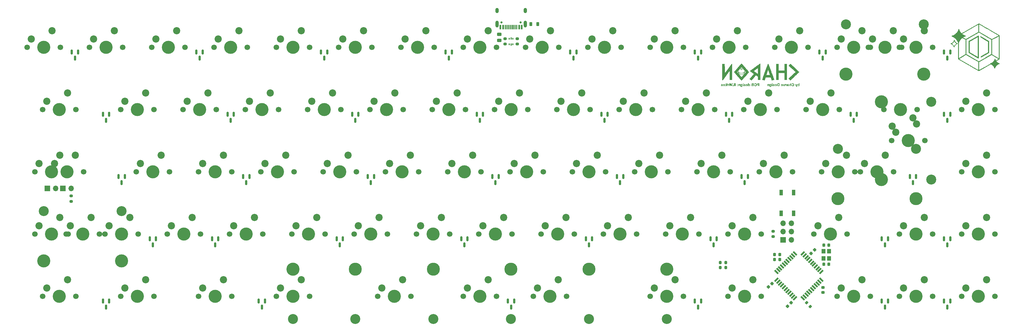
<source format=gbr>
%TF.GenerationSoftware,KiCad,Pcbnew,(5.99.0-11177-g6c67dfa032)*%
%TF.CreationDate,2021-09-16T00:44:05+03:00*%
%TF.ProjectId,Charon_32U4_Solder,43686172-6f6e-45f3-9332-55345f536f6c,rev?*%
%TF.SameCoordinates,Original*%
%TF.FileFunction,Soldermask,Bot*%
%TF.FilePolarity,Negative*%
%FSLAX46Y46*%
G04 Gerber Fmt 4.6, Leading zero omitted, Abs format (unit mm)*
G04 Created by KiCad (PCBNEW (5.99.0-11177-g6c67dfa032)) date 2021-09-16 00:44:05*
%MOMM*%
%LPD*%
G01*
G04 APERTURE LIST*
G04 Aperture macros list*
%AMRoundRect*
0 Rectangle with rounded corners*
0 $1 Rounding radius*
0 $2 $3 $4 $5 $6 $7 $8 $9 X,Y pos of 4 corners*
0 Add a 4 corners polygon primitive as box body*
4,1,4,$2,$3,$4,$5,$6,$7,$8,$9,$2,$3,0*
0 Add four circle primitives for the rounded corners*
1,1,$1+$1,$2,$3*
1,1,$1+$1,$4,$5*
1,1,$1+$1,$6,$7*
1,1,$1+$1,$8,$9*
0 Add four rect primitives between the rounded corners*
20,1,$1+$1,$2,$3,$4,$5,0*
20,1,$1+$1,$4,$5,$6,$7,0*
20,1,$1+$1,$6,$7,$8,$9,0*
20,1,$1+$1,$8,$9,$2,$3,0*%
%AMRotRect*
0 Rectangle, with rotation*
0 The origin of the aperture is its center*
0 $1 length*
0 $2 width*
0 $3 Rotation angle, in degrees counterclockwise*
0 Add horizontal line*
21,1,$1,$2,0,0,$3*%
G04 Aperture macros list end*
%ADD10C,1.700000*%
%ADD11C,4.000000*%
%ADD12C,2.200000*%
%ADD13C,3.048000*%
%ADD14C,3.987800*%
%ADD15C,3.050000*%
%ADD16R,1.200000X1.400000*%
%ADD17C,0.650000*%
%ADD18R,0.600000X1.450000*%
%ADD19R,0.300000X1.450000*%
%ADD20O,1.000000X2.100000*%
%ADD21O,1.000000X1.600000*%
%ADD22RoundRect,0.150000X-0.150000X0.587500X-0.150000X-0.587500X0.150000X-0.587500X0.150000X0.587500X0*%
%ADD23R,1.000000X1.700000*%
%ADD24RoundRect,0.200000X-0.200000X-0.275000X0.200000X-0.275000X0.200000X0.275000X-0.200000X0.275000X0*%
%ADD25RoundRect,0.225000X-0.250000X0.225000X-0.250000X-0.225000X0.250000X-0.225000X0.250000X0.225000X0*%
%ADD26RotRect,1.500000X0.550000X315.000000*%
%ADD27RotRect,1.500000X0.550000X225.000000*%
%ADD28RoundRect,0.218750X-0.218750X-0.381250X0.218750X-0.381250X0.218750X0.381250X-0.218750X0.381250X0*%
%ADD29RoundRect,0.200000X-0.275000X0.200000X-0.275000X-0.200000X0.275000X-0.200000X0.275000X0.200000X0*%
%ADD30RoundRect,0.243750X-0.456250X0.243750X-0.456250X-0.243750X0.456250X-0.243750X0.456250X0.243750X0*%
%ADD31R,1.700000X1.700000*%
%ADD32O,1.700000X1.700000*%
%ADD33RoundRect,0.225000X0.017678X-0.335876X0.335876X-0.017678X-0.017678X0.335876X-0.335876X0.017678X0*%
%ADD34RoundRect,0.200000X-0.335876X-0.053033X-0.053033X-0.335876X0.335876X0.053033X0.053033X0.335876X0*%
%ADD35RoundRect,0.225000X0.225000X0.250000X-0.225000X0.250000X-0.225000X-0.250000X0.225000X-0.250000X0*%
%ADD36RoundRect,0.225000X-0.017678X0.335876X-0.335876X0.017678X0.017678X-0.335876X0.335876X-0.017678X0*%
%ADD37RoundRect,0.200000X0.275000X-0.200000X0.275000X0.200000X-0.275000X0.200000X-0.275000X-0.200000X0*%
%ADD38RoundRect,0.225000X-0.225000X-0.250000X0.225000X-0.250000X0.225000X0.250000X-0.225000X0.250000X0*%
%ADD39R,0.375000X0.500000*%
%ADD40R,0.300000X0.650000*%
G04 APERTURE END LIST*
%TO.C,G\u002A\u002A\u002A*%
G36*
X285835786Y-69839577D02*
G01*
X285837299Y-69896513D01*
X285840266Y-69970669D01*
X285844463Y-70020998D01*
X285850744Y-70053136D01*
X285859959Y-70072719D01*
X285872962Y-70085384D01*
X285875684Y-70087298D01*
X285925082Y-70105911D01*
X285978269Y-70104345D01*
X286020240Y-70082857D01*
X286030240Y-70067969D01*
X286037974Y-70040609D01*
X286042802Y-69996576D01*
X286045288Y-69930510D01*
X286045992Y-69837051D01*
X286045992Y-69616995D01*
X286247024Y-69616995D01*
X286238850Y-69866899D01*
X286237887Y-69894775D01*
X286232599Y-70002405D01*
X286224882Y-70083101D01*
X286213514Y-70141634D01*
X286197272Y-70182776D01*
X286174931Y-70211300D01*
X286145269Y-70231978D01*
X286084762Y-70252253D01*
X286010974Y-70256730D01*
X285936803Y-70245657D01*
X285872699Y-70220644D01*
X285829113Y-70183300D01*
X285821128Y-70180862D01*
X285816823Y-70202834D01*
X285816139Y-70214945D01*
X285807860Y-70231184D01*
X285783460Y-70238196D01*
X285734637Y-70239705D01*
X285652701Y-70239705D01*
X285652701Y-69616995D01*
X285830420Y-69616995D01*
X285835786Y-69839577D01*
G37*
G36*
X271723669Y-70239705D02*
G01*
X271527024Y-70239705D01*
X271527024Y-70043060D01*
X271723669Y-70043060D01*
X271723669Y-70239705D01*
G37*
G36*
X282042351Y-70038340D02*
G01*
X282010538Y-70111579D01*
X281958744Y-70173127D01*
X281943498Y-70184989D01*
X281883913Y-70210473D01*
X281810691Y-70222272D01*
X281736314Y-70219206D01*
X281673264Y-70200096D01*
X281621475Y-70173315D01*
X281621475Y-70221082D01*
X281629066Y-70261833D01*
X281652138Y-70306716D01*
X281684454Y-70332309D01*
X281737836Y-70345941D01*
X281792578Y-70337757D01*
X281835830Y-70307690D01*
X281843640Y-70298667D01*
X281867227Y-70281459D01*
X281901225Y-70274785D01*
X281956647Y-70275735D01*
X282047591Y-70280673D01*
X282018888Y-70336863D01*
X281983357Y-70390061D01*
X281920138Y-70438880D01*
X281834483Y-70465814D01*
X281773679Y-70471840D01*
X281683944Y-70467315D01*
X281601453Y-70449073D01*
X281538202Y-70419011D01*
X281518305Y-70403880D01*
X281492324Y-70378125D01*
X281472869Y-70346619D01*
X281459017Y-70304859D01*
X281449847Y-70248345D01*
X281444439Y-70172575D01*
X281441869Y-70073048D01*
X281441217Y-69945264D01*
X281441217Y-69942902D01*
X281622414Y-69942902D01*
X281625149Y-69981922D01*
X281638871Y-70010780D01*
X281667406Y-70042350D01*
X281673008Y-70047897D01*
X281710434Y-70078907D01*
X281743647Y-70088626D01*
X281786257Y-70081539D01*
X281808678Y-70068579D01*
X281838368Y-70027890D01*
X281859336Y-69970096D01*
X281867282Y-69904593D01*
X281867127Y-69896128D01*
X281853264Y-69829321D01*
X281820944Y-69780486D01*
X281775836Y-69753257D01*
X281723608Y-69751266D01*
X281669929Y-69778144D01*
X281650462Y-69798983D01*
X281634059Y-69838403D01*
X281625176Y-69900337D01*
X281622414Y-69942902D01*
X281441217Y-69942902D01*
X281441217Y-69616995D01*
X281531346Y-69616995D01*
X281532652Y-69616996D01*
X281586233Y-69619230D01*
X281613724Y-69626963D01*
X281621475Y-69641954D01*
X281622253Y-69652702D01*
X281631520Y-69658107D01*
X281658346Y-69643562D01*
X281708082Y-69618672D01*
X281787690Y-69603492D01*
X281864146Y-69615504D01*
X281933374Y-69651392D01*
X281991295Y-69707838D01*
X282033833Y-69781527D01*
X282056911Y-69869142D01*
X282056745Y-69904593D01*
X282056452Y-69967368D01*
X282042351Y-70038340D01*
G37*
G36*
X281037990Y-69619942D02*
G01*
X281095951Y-69646338D01*
X281109044Y-69655969D01*
X281134849Y-69672795D01*
X281144683Y-69670692D01*
X281146250Y-69650260D01*
X281147260Y-69638180D01*
X281157237Y-69624493D01*
X281184345Y-69618390D01*
X281236379Y-69616995D01*
X281326508Y-69616995D01*
X281326508Y-70239705D01*
X281129863Y-70239705D01*
X281129863Y-70041983D01*
X281128566Y-69964835D01*
X281124847Y-69894004D01*
X281119289Y-69840394D01*
X281112479Y-69811779D01*
X281085691Y-69780796D01*
X281041051Y-69761377D01*
X280992844Y-69761685D01*
X280951297Y-69781284D01*
X280926636Y-69819735D01*
X280923242Y-69845381D01*
X280920093Y-69897837D01*
X280917918Y-69967775D01*
X280917054Y-70047157D01*
X280916830Y-70239705D01*
X280736572Y-70239705D01*
X280736572Y-70004538D01*
X280736574Y-69998972D01*
X280737874Y-69888399D01*
X280742324Y-69805175D01*
X280751016Y-69744164D01*
X280765044Y-69700229D01*
X280785501Y-69668232D01*
X280813478Y-69643037D01*
X280827602Y-69634188D01*
X280890579Y-69613712D01*
X280965120Y-69609015D01*
X281037990Y-69619942D01*
G37*
G36*
X267837615Y-69987090D02*
G01*
X267814209Y-70085133D01*
X267765906Y-70162471D01*
X267693098Y-70218357D01*
X267650227Y-70237281D01*
X267559781Y-70257143D01*
X267469029Y-70254327D01*
X267385138Y-70230395D01*
X267315273Y-70186908D01*
X267266599Y-70125428D01*
X267257576Y-70107402D01*
X267240416Y-70070625D01*
X267233604Y-70051906D01*
X267238415Y-70048881D01*
X267267086Y-70044700D01*
X267313000Y-70043060D01*
X267333760Y-70043501D01*
X267387093Y-70052299D01*
X267420722Y-70074360D01*
X267446689Y-70095898D01*
X267499417Y-70114332D01*
X267555635Y-70112118D01*
X267606735Y-70091715D01*
X267644108Y-70055585D01*
X267659148Y-70006189D01*
X267657979Y-69997453D01*
X267649412Y-69988530D01*
X267628208Y-69982728D01*
X267589335Y-69979394D01*
X267527757Y-69977873D01*
X267438443Y-69977512D01*
X267352342Y-69977628D01*
X267287158Y-69976233D01*
X267246158Y-69970463D01*
X267224901Y-69957450D01*
X267218945Y-69934325D01*
X267223848Y-69898221D01*
X267234654Y-69848625D01*
X267413863Y-69848625D01*
X267414400Y-69849951D01*
X267434563Y-69856475D01*
X267478020Y-69861066D01*
X267536766Y-69862802D01*
X267590607Y-69861855D01*
X267637352Y-69856348D01*
X267655996Y-69843827D01*
X267649155Y-69821935D01*
X267619446Y-69788315D01*
X267600967Y-69772406D01*
X267547063Y-69749277D01*
X267493615Y-69755607D01*
X267447826Y-69791270D01*
X267445697Y-69794004D01*
X267423143Y-69827113D01*
X267413863Y-69848625D01*
X267234654Y-69848625D01*
X267235167Y-69846269D01*
X267268889Y-69758949D01*
X267325993Y-69687126D01*
X267400322Y-69635307D01*
X267485773Y-69607745D01*
X267576246Y-69608688D01*
X267636845Y-69624716D01*
X267723426Y-69671326D01*
X267787141Y-69740530D01*
X267826479Y-69830433D01*
X267828136Y-69843827D01*
X267839927Y-69939140D01*
X267837615Y-69987090D01*
G37*
G36*
X275182569Y-65928665D02*
G01*
X275155569Y-65962635D01*
X275109575Y-66018277D01*
X275046007Y-66093932D01*
X274966285Y-66187941D01*
X274871830Y-66298642D01*
X274764060Y-66424377D01*
X274644398Y-66563485D01*
X274514262Y-66714308D01*
X274375073Y-66875185D01*
X274228252Y-67044456D01*
X274075217Y-67220462D01*
X272960895Y-68500523D01*
X272878959Y-68500500D01*
X272797024Y-68500476D01*
X271682701Y-67216612D01*
X271556055Y-67070604D01*
X271408222Y-66899930D01*
X271267753Y-66737497D01*
X271136063Y-66584955D01*
X271014567Y-66443952D01*
X270904680Y-66316135D01*
X270807816Y-66203154D01*
X270725392Y-66106656D01*
X270658821Y-66028290D01*
X270609519Y-65969705D01*
X270584944Y-65939883D01*
X271597926Y-65939883D01*
X271600582Y-65948967D01*
X271605897Y-65957036D01*
X271616954Y-65970772D01*
X271648140Y-66008487D01*
X271696893Y-66066986D01*
X271761244Y-66143919D01*
X271839224Y-66236940D01*
X271928864Y-66343698D01*
X272028195Y-66461848D01*
X272135249Y-66589039D01*
X272248056Y-66722924D01*
X272344139Y-66836757D01*
X272450965Y-66962966D01*
X272549950Y-67079536D01*
X272639201Y-67184259D01*
X272716828Y-67274927D01*
X272780940Y-67349332D01*
X272829646Y-67405267D01*
X272861053Y-67440522D01*
X272873272Y-67452889D01*
X272873509Y-67452817D01*
X272887410Y-67438848D01*
X272920471Y-67402171D01*
X272970841Y-67344925D01*
X273036673Y-67269250D01*
X273116117Y-67177284D01*
X273207326Y-67071168D01*
X273308450Y-66953041D01*
X273417641Y-66825042D01*
X273533050Y-66689310D01*
X273641292Y-66561710D01*
X273760164Y-66421222D01*
X273860306Y-66302304D01*
X273943179Y-66203113D01*
X274010242Y-66121806D01*
X274062957Y-66056541D01*
X274102783Y-66005475D01*
X274131182Y-65966765D01*
X274149614Y-65938569D01*
X274159539Y-65919043D01*
X274162418Y-65906345D01*
X274159711Y-65898633D01*
X274148170Y-65885107D01*
X274116737Y-65848201D01*
X274067713Y-65790611D01*
X274003040Y-65714620D01*
X273924661Y-65622512D01*
X273834521Y-65516571D01*
X273734562Y-65399082D01*
X273626729Y-65272327D01*
X273512964Y-65138590D01*
X273410676Y-65018503D01*
X273302966Y-64892412D01*
X273203199Y-64775996D01*
X273113266Y-64671445D01*
X273035061Y-64580948D01*
X272970476Y-64506694D01*
X272921404Y-64450874D01*
X272889738Y-64415676D01*
X272877369Y-64403291D01*
X272877243Y-64403309D01*
X272863930Y-64416403D01*
X272831417Y-64452281D01*
X272781560Y-64508797D01*
X272716216Y-64583803D01*
X272637242Y-64675151D01*
X272546495Y-64780695D01*
X272445831Y-64898286D01*
X272337107Y-65025779D01*
X272222180Y-65161025D01*
X272174118Y-65217684D01*
X272048316Y-65366074D01*
X271941707Y-65492092D01*
X271852789Y-65597681D01*
X271780058Y-65684780D01*
X271722011Y-65755333D01*
X271677146Y-65811280D01*
X271643958Y-65854563D01*
X271620946Y-65887124D01*
X271606605Y-65910903D01*
X271599433Y-65927842D01*
X271597926Y-65939883D01*
X270584944Y-65939883D01*
X270578899Y-65932547D01*
X270568379Y-65918467D01*
X270575149Y-65909155D01*
X270601953Y-65876618D01*
X270647806Y-65822404D01*
X270711283Y-65748158D01*
X270790960Y-65655527D01*
X270885413Y-65546159D01*
X270993215Y-65421699D01*
X271112943Y-65283794D01*
X271243173Y-65134090D01*
X271382479Y-64974235D01*
X271529436Y-64805874D01*
X271682621Y-64630655D01*
X272796864Y-63357125D01*
X272961231Y-63357125D01*
X274075385Y-64626533D01*
X274195949Y-64764027D01*
X274344553Y-64933869D01*
X274485793Y-65095701D01*
X274618237Y-65247865D01*
X274740456Y-65388703D01*
X274851020Y-65516558D01*
X274948497Y-65629770D01*
X275031459Y-65726683D01*
X275098474Y-65805637D01*
X275148113Y-65864975D01*
X275178945Y-65903039D01*
X275181260Y-65906345D01*
X275189540Y-65918171D01*
X275182569Y-65928665D01*
G37*
G36*
X268200443Y-69528245D02*
G01*
X268201319Y-69579174D01*
X268206871Y-69605564D01*
X268221500Y-69615482D01*
X268249604Y-69616995D01*
X268260161Y-69617099D01*
X268286304Y-69621830D01*
X268296824Y-69640514D01*
X268298766Y-69682544D01*
X268298688Y-69696619D01*
X268295140Y-69731477D01*
X268281127Y-69745504D01*
X268249604Y-69748092D01*
X268200443Y-69748092D01*
X268200443Y-69949285D01*
X268199957Y-70010186D01*
X268196100Y-70094161D01*
X268187045Y-70153808D01*
X268171189Y-70194433D01*
X268146927Y-70221343D01*
X268112658Y-70239843D01*
X268091527Y-70245439D01*
X268041879Y-70252049D01*
X267983314Y-70255054D01*
X267889088Y-70256092D01*
X267889088Y-70182350D01*
X267889359Y-70154969D01*
X267893642Y-70123286D01*
X267907794Y-70110796D01*
X267937673Y-70108608D01*
X267938321Y-70108607D01*
X267972678Y-70103151D01*
X267996211Y-70083935D01*
X268010751Y-70046250D01*
X268018132Y-69985392D01*
X268020185Y-69896653D01*
X268020185Y-69748092D01*
X267889088Y-69748092D01*
X267889088Y-69616995D01*
X268020185Y-69616995D01*
X268020185Y-69436737D01*
X268200443Y-69436737D01*
X268200443Y-69528245D01*
G37*
G36*
X283667550Y-69987090D02*
G01*
X283644144Y-70085133D01*
X283595841Y-70162471D01*
X283523034Y-70218357D01*
X283480163Y-70237281D01*
X283389716Y-70257143D01*
X283298965Y-70254327D01*
X283215074Y-70230395D01*
X283145208Y-70186908D01*
X283096535Y-70125428D01*
X283087511Y-70107402D01*
X283070352Y-70070625D01*
X283063540Y-70051906D01*
X283068350Y-70048881D01*
X283097021Y-70044700D01*
X283142936Y-70043060D01*
X283163695Y-70043501D01*
X283217029Y-70052299D01*
X283250658Y-70074360D01*
X283276625Y-70095898D01*
X283329353Y-70114332D01*
X283385570Y-70112118D01*
X283436670Y-70091715D01*
X283474044Y-70055585D01*
X283489083Y-70006189D01*
X283487914Y-69997453D01*
X283479347Y-69988530D01*
X283458144Y-69982728D01*
X283419270Y-69979394D01*
X283357693Y-69977873D01*
X283268379Y-69977512D01*
X283182278Y-69977628D01*
X283117093Y-69976233D01*
X283076093Y-69970463D01*
X283054837Y-69957450D01*
X283048881Y-69934325D01*
X283053783Y-69898221D01*
X283064589Y-69848625D01*
X283243798Y-69848625D01*
X283244336Y-69849951D01*
X283264498Y-69856475D01*
X283307956Y-69861066D01*
X283366701Y-69862802D01*
X283420542Y-69861855D01*
X283467288Y-69856348D01*
X283485932Y-69843827D01*
X283479091Y-69821935D01*
X283449382Y-69788315D01*
X283430903Y-69772406D01*
X283376998Y-69749277D01*
X283323550Y-69755607D01*
X283277762Y-69791270D01*
X283275633Y-69794004D01*
X283253079Y-69827113D01*
X283243798Y-69848625D01*
X283064589Y-69848625D01*
X283065102Y-69846269D01*
X283098824Y-69758949D01*
X283155928Y-69687126D01*
X283230257Y-69635307D01*
X283315709Y-69607745D01*
X283406182Y-69608688D01*
X283466781Y-69624716D01*
X283553362Y-69671326D01*
X283617077Y-69740530D01*
X283656414Y-69830433D01*
X283658071Y-69843827D01*
X283669863Y-69939140D01*
X283667550Y-69987090D01*
G37*
G36*
X277885217Y-68387963D02*
G01*
X277884508Y-67884060D01*
X277883798Y-67380157D01*
X277585443Y-67158086D01*
X277287088Y-66936014D01*
X276593149Y-67720489D01*
X276569312Y-67747425D01*
X276414629Y-67921593D01*
X276278680Y-68073517D01*
X276161822Y-68202810D01*
X276064414Y-68309084D01*
X275986814Y-68391950D01*
X275929381Y-68451022D01*
X275892472Y-68485911D01*
X275876447Y-68496229D01*
X275872867Y-68494406D01*
X275846469Y-68475620D01*
X275802371Y-68440595D01*
X275744858Y-68393057D01*
X275678216Y-68336730D01*
X275606730Y-68275339D01*
X275534686Y-68212608D01*
X275466369Y-68152263D01*
X275406066Y-68098027D01*
X275358062Y-68053625D01*
X275326642Y-68022783D01*
X275316092Y-68009224D01*
X275316154Y-68009090D01*
X275328504Y-67993784D01*
X275360627Y-67956208D01*
X275410636Y-67898517D01*
X275476648Y-67822860D01*
X275556777Y-67731392D01*
X275649136Y-67626264D01*
X275751842Y-67509629D01*
X275863007Y-67383639D01*
X275980748Y-67250447D01*
X275986726Y-67243690D01*
X276104054Y-67110852D01*
X276214568Y-66985315D01*
X276316399Y-66869231D01*
X276407679Y-66764749D01*
X276486537Y-66674020D01*
X276551105Y-66599193D01*
X276599514Y-66542418D01*
X276629895Y-66505846D01*
X276640379Y-66491626D01*
X276631000Y-66482791D01*
X276597413Y-66456486D01*
X276541968Y-66414844D01*
X276467320Y-66359808D01*
X276376125Y-66293322D01*
X276271038Y-66217331D01*
X276154715Y-66133779D01*
X276029809Y-66044608D01*
X275923764Y-65968854D01*
X275806079Y-65884106D01*
X275699311Y-65806489D01*
X275606104Y-65737963D01*
X275529104Y-65680488D01*
X275470953Y-65636023D01*
X275434297Y-65606528D01*
X275421780Y-65593963D01*
X275429902Y-65583783D01*
X276698380Y-65583783D01*
X276705238Y-65592606D01*
X276734946Y-65619641D01*
X276785392Y-65662302D01*
X276853668Y-65718216D01*
X276936868Y-65785007D01*
X277032085Y-65860297D01*
X277136410Y-65941713D01*
X277198913Y-65990183D01*
X277311934Y-66077817D01*
X277421335Y-66162630D01*
X277522662Y-66241169D01*
X277611458Y-66309982D01*
X277683268Y-66365615D01*
X277733637Y-66404613D01*
X277885217Y-66521907D01*
X277885217Y-65618613D01*
X277885107Y-65435640D01*
X277884697Y-65261780D01*
X277883938Y-65116662D01*
X277882780Y-64998162D01*
X277881174Y-64904160D01*
X277879073Y-64832534D01*
X277876427Y-64781162D01*
X277873188Y-64747923D01*
X277869306Y-64730696D01*
X277864734Y-64727358D01*
X277848954Y-64737980D01*
X277809368Y-64766046D01*
X277750227Y-64808623D01*
X277674821Y-64863296D01*
X277586437Y-64927649D01*
X277488367Y-64999268D01*
X277383897Y-65075738D01*
X277276317Y-65154643D01*
X277168916Y-65233570D01*
X277064982Y-65310102D01*
X276967806Y-65381825D01*
X276880674Y-65446324D01*
X276806877Y-65501185D01*
X276749703Y-65543991D01*
X276712441Y-65572329D01*
X276698380Y-65583783D01*
X275429902Y-65583783D01*
X275431445Y-65581849D01*
X275463084Y-65553849D01*
X275511376Y-65515400D01*
X275570796Y-65471060D01*
X275618158Y-65436720D01*
X275715486Y-65366098D01*
X275821629Y-65289024D01*
X275932658Y-65208352D01*
X276044649Y-65126940D01*
X276153674Y-65047644D01*
X276255807Y-64973319D01*
X276347122Y-64906822D01*
X276423693Y-64851008D01*
X276481592Y-64808735D01*
X276516895Y-64782857D01*
X276529047Y-64773901D01*
X276692111Y-64653873D01*
X276834448Y-64549427D01*
X276961224Y-64456787D01*
X277077607Y-64372174D01*
X277188766Y-64291813D01*
X277250442Y-64247335D01*
X277318266Y-64198347D01*
X277377856Y-64155160D01*
X277434979Y-64113563D01*
X277495401Y-64069344D01*
X277564888Y-64018289D01*
X277649206Y-63956189D01*
X277754121Y-63878829D01*
X277759673Y-63874735D01*
X277942574Y-63740832D01*
X278148197Y-63592059D01*
X278378822Y-63426770D01*
X278430202Y-63391838D01*
X278473294Y-63369530D01*
X278514466Y-63359470D01*
X278565898Y-63357125D01*
X278655411Y-63357125D01*
X278655411Y-68387963D01*
X277885217Y-68387963D01*
G37*
G36*
X273163119Y-65084949D02*
G01*
X273137204Y-65141303D01*
X273090300Y-65186303D01*
X273017263Y-65228397D01*
X272924415Y-65263229D01*
X272832888Y-65271168D01*
X272751146Y-65247900D01*
X272693745Y-65214790D01*
X272612677Y-65147677D01*
X272559109Y-65073379D01*
X272539021Y-65012820D01*
X272721355Y-65012820D01*
X272736142Y-65075287D01*
X272771183Y-65128191D01*
X272807204Y-65156659D01*
X272865422Y-65177044D01*
X272921267Y-65169184D01*
X272967899Y-65132915D01*
X272972704Y-65126379D01*
X272996941Y-65069125D01*
X273003667Y-65000879D01*
X272994749Y-64930186D01*
X272972052Y-64865593D01*
X272937442Y-64815645D01*
X272892785Y-64788888D01*
X272869306Y-64785627D01*
X272817932Y-64797945D01*
X272775110Y-64833354D01*
X272743180Y-64885324D01*
X272724481Y-64947322D01*
X272721355Y-65012820D01*
X272539021Y-65012820D01*
X272533309Y-64995602D01*
X272535547Y-64918053D01*
X272566091Y-64844439D01*
X272625209Y-64778467D01*
X272713171Y-64723844D01*
X272736910Y-64713642D01*
X272841890Y-64688336D01*
X272944178Y-64694791D01*
X273040043Y-64732316D01*
X273125757Y-64800220D01*
X273132636Y-64807499D01*
X273155078Y-64835491D01*
X273167495Y-64865183D01*
X273172806Y-64906924D01*
X273173927Y-64971065D01*
X273173341Y-65000879D01*
X273173186Y-65008796D01*
X273163119Y-65084949D01*
G37*
G36*
X282779618Y-69613457D02*
G01*
X282869629Y-69632194D01*
X282933263Y-69669467D01*
X282971327Y-69725857D01*
X282984628Y-69801947D01*
X282984452Y-69813701D01*
X282970199Y-69871735D01*
X282931505Y-69918166D01*
X282865709Y-69955268D01*
X282770151Y-69985318D01*
X282697628Y-70005891D01*
X282642568Y-70030111D01*
X282616053Y-70056243D01*
X282615826Y-70085757D01*
X282642734Y-70117346D01*
X282686439Y-70131239D01*
X282736464Y-70127575D01*
X282782574Y-70107129D01*
X282814531Y-70070678D01*
X282819825Y-70060405D01*
X282837898Y-70038510D01*
X282866602Y-70028844D01*
X282916950Y-70026673D01*
X282954385Y-70027156D01*
X282984270Y-70031859D01*
X282995976Y-70045709D01*
X282997992Y-70073624D01*
X282997277Y-70085425D01*
X282976855Y-70142454D01*
X282934006Y-70194962D01*
X282876478Y-70232799D01*
X282840371Y-70243061D01*
X282780523Y-70251834D01*
X282714788Y-70255451D01*
X282643327Y-70252522D01*
X282552846Y-70233738D01*
X282488122Y-70196703D01*
X282447605Y-70140375D01*
X282429745Y-70063710D01*
X282428865Y-70030661D01*
X282441813Y-69970034D01*
X282477799Y-69923935D01*
X282539927Y-69889272D01*
X282631302Y-69862954D01*
X282690483Y-69848800D01*
X282754103Y-69827598D01*
X282790043Y-69805154D01*
X282801346Y-69779983D01*
X282796025Y-69762196D01*
X282768949Y-69742847D01*
X282728041Y-69735367D01*
X282683607Y-69739602D01*
X282645952Y-69755400D01*
X282625382Y-69782605D01*
X282623941Y-69787329D01*
X282611058Y-69803734D01*
X282582201Y-69811611D01*
X282529048Y-69813641D01*
X282523817Y-69813624D01*
X282468684Y-69809261D01*
X282442910Y-69794138D01*
X282443832Y-69763856D01*
X282468788Y-69714014D01*
X282476292Y-69702410D01*
X282532061Y-69651680D01*
X282613272Y-69621087D01*
X282719411Y-69610842D01*
X282779618Y-69613457D01*
G37*
G36*
X285552066Y-69987090D02*
G01*
X285528661Y-70085133D01*
X285480357Y-70162471D01*
X285407550Y-70218357D01*
X285364679Y-70237281D01*
X285274232Y-70257143D01*
X285183481Y-70254327D01*
X285099590Y-70230395D01*
X285029725Y-70186908D01*
X284981051Y-70125428D01*
X284972028Y-70107402D01*
X284954868Y-70070625D01*
X284948056Y-70051906D01*
X284952866Y-70048881D01*
X284981537Y-70044700D01*
X285027452Y-70043060D01*
X285048211Y-70043501D01*
X285101545Y-70052299D01*
X285135174Y-70074360D01*
X285161141Y-70095898D01*
X285213869Y-70114332D01*
X285270086Y-70112118D01*
X285321186Y-70091715D01*
X285358560Y-70055585D01*
X285373599Y-70006189D01*
X285372430Y-69997453D01*
X285363864Y-69988530D01*
X285342660Y-69982728D01*
X285303786Y-69979394D01*
X285242209Y-69977873D01*
X285152895Y-69977512D01*
X285066794Y-69977628D01*
X285001609Y-69976233D01*
X284960610Y-69970463D01*
X284939353Y-69957450D01*
X284933397Y-69934325D01*
X284938299Y-69898221D01*
X284949105Y-69848625D01*
X285128314Y-69848625D01*
X285128852Y-69849951D01*
X285149014Y-69856475D01*
X285192472Y-69861066D01*
X285251217Y-69862802D01*
X285305058Y-69861855D01*
X285351804Y-69856348D01*
X285370448Y-69843827D01*
X285363607Y-69821935D01*
X285333898Y-69788315D01*
X285315419Y-69772406D01*
X285261515Y-69749277D01*
X285208066Y-69755607D01*
X285162278Y-69791270D01*
X285160149Y-69794004D01*
X285137595Y-69827113D01*
X285128314Y-69848625D01*
X284949105Y-69848625D01*
X284949618Y-69846269D01*
X284983340Y-69758949D01*
X285040444Y-69687126D01*
X285114773Y-69635307D01*
X285200225Y-69607745D01*
X285290698Y-69608688D01*
X285351297Y-69624716D01*
X285437878Y-69671326D01*
X285501593Y-69740530D01*
X285540930Y-69830433D01*
X285542587Y-69843827D01*
X285554379Y-69939140D01*
X285552066Y-69987090D01*
G37*
G36*
X288077992Y-70239705D02*
G01*
X287881346Y-70239705D01*
X287881346Y-70041983D01*
X287880050Y-69964835D01*
X287876330Y-69894004D01*
X287870772Y-69840394D01*
X287863963Y-69811779D01*
X287837175Y-69780796D01*
X287792534Y-69761377D01*
X287744328Y-69761685D01*
X287702781Y-69781284D01*
X287678120Y-69819735D01*
X287674726Y-69845381D01*
X287671577Y-69897837D01*
X287669402Y-69967775D01*
X287668538Y-70047157D01*
X287668314Y-70239705D01*
X287488056Y-70239705D01*
X287488056Y-70003159D01*
X287488179Y-69974090D01*
X287489990Y-69887636D01*
X287493629Y-69812103D01*
X287498664Y-69754773D01*
X287504665Y-69722929D01*
X287525430Y-69684458D01*
X287577507Y-69637183D01*
X287646234Y-69611269D01*
X287725003Y-69608715D01*
X287807204Y-69631517D01*
X287881346Y-69664314D01*
X287881346Y-69387576D01*
X288077992Y-69387576D01*
X288077992Y-70239705D01*
G37*
G36*
X273848554Y-66169354D02*
G01*
X273815500Y-66241311D01*
X273784065Y-66290400D01*
X273765304Y-66315547D01*
X273755669Y-66336462D01*
X273745935Y-66353348D01*
X273717452Y-66387076D01*
X273676011Y-66430925D01*
X273627462Y-66478723D01*
X273577653Y-66524300D01*
X273548435Y-66547353D01*
X273476562Y-66594116D01*
X273390183Y-66641797D01*
X273300135Y-66684609D01*
X273217256Y-66716764D01*
X273194841Y-66723567D01*
X273142568Y-66735000D01*
X273079349Y-66742453D01*
X272997927Y-66746627D01*
X272891042Y-66748222D01*
X272844265Y-66748159D01*
X272718712Y-66743952D01*
X272613185Y-66732223D01*
X272518363Y-66711076D01*
X272424919Y-66678619D01*
X272323530Y-66632958D01*
X272311644Y-66626884D01*
X272254814Y-66592437D01*
X272191203Y-66547247D01*
X272126470Y-66496162D01*
X272066272Y-66444025D01*
X272016268Y-66395683D01*
X271982117Y-66355981D01*
X271969475Y-66329764D01*
X271968304Y-66320017D01*
X271957157Y-66306802D01*
X271952095Y-66304095D01*
X271933118Y-66278308D01*
X271906491Y-66229666D01*
X271875053Y-66163608D01*
X271841648Y-66085576D01*
X271838894Y-66078543D01*
X271835477Y-66066956D01*
X272009964Y-66066956D01*
X272019517Y-66113965D01*
X272037280Y-66158215D01*
X272078134Y-66227510D01*
X272132956Y-66301883D01*
X272195177Y-66372610D01*
X272258226Y-66430967D01*
X272296089Y-66461805D01*
X272330139Y-66490444D01*
X272346379Y-66505329D01*
X272356107Y-66514912D01*
X272398563Y-66543031D01*
X272459769Y-66574097D01*
X272530545Y-66604085D01*
X272601712Y-66628967D01*
X272664091Y-66644715D01*
X272816648Y-66661011D01*
X272980246Y-66655133D01*
X273136617Y-66626100D01*
X273279389Y-66575131D01*
X273402188Y-66503447D01*
X273426025Y-66484083D01*
X273468605Y-66445385D01*
X273515950Y-66399346D01*
X273560785Y-66353289D01*
X273595835Y-66314537D01*
X273613824Y-66290415D01*
X273625067Y-66268514D01*
X273656257Y-66214701D01*
X273684771Y-66173356D01*
X273685308Y-66172674D01*
X273701178Y-66140833D01*
X273714427Y-66096429D01*
X273726131Y-66041733D01*
X273679448Y-66070777D01*
X273638294Y-66098624D01*
X273599992Y-66128343D01*
X273595305Y-66132334D01*
X273518503Y-66182916D01*
X273416413Y-66229956D01*
X273295971Y-66271060D01*
X273164112Y-66303833D01*
X273027772Y-66325882D01*
X273008308Y-66327958D01*
X272892732Y-66333935D01*
X272769672Y-66331320D01*
X272649082Y-66320913D01*
X272540915Y-66303511D01*
X272455121Y-66279914D01*
X272417467Y-66265598D01*
X272313752Y-66222539D01*
X272218381Y-66177917D01*
X272137049Y-66134685D01*
X272075453Y-66095799D01*
X272039290Y-66064214D01*
X272030083Y-66053804D01*
X272013725Y-66046299D01*
X272009964Y-66066956D01*
X271835477Y-66066956D01*
X271819372Y-66012350D01*
X271803866Y-65932852D01*
X271793802Y-65851198D01*
X271790606Y-65778542D01*
X271795702Y-65726035D01*
X271816060Y-65692995D01*
X271854801Y-65684439D01*
X271909101Y-65702603D01*
X271910538Y-65703396D01*
X271937232Y-65723710D01*
X271980501Y-65761947D01*
X272034677Y-65812932D01*
X272094095Y-65871494D01*
X272096227Y-65873641D01*
X272209662Y-65981450D01*
X272312832Y-66065211D01*
X272411639Y-66129253D01*
X272511984Y-66177901D01*
X272536941Y-66187605D01*
X272575321Y-66199274D01*
X272618425Y-66207087D01*
X272673263Y-66211827D01*
X272746846Y-66214277D01*
X272846185Y-66215219D01*
X272893159Y-66215185D01*
X273013794Y-66212341D01*
X273101920Y-66205375D01*
X273157540Y-66194286D01*
X273212611Y-66174178D01*
X273276820Y-66147711D01*
X273339297Y-66119509D01*
X273392839Y-66092979D01*
X273430245Y-66071530D01*
X273444314Y-66058570D01*
X273445104Y-66054487D01*
X273462312Y-66044608D01*
X273477884Y-66036312D01*
X273512579Y-66006946D01*
X273560789Y-65960411D01*
X273618304Y-65900953D01*
X273680912Y-65832816D01*
X273744404Y-65760245D01*
X273767138Y-65734212D01*
X273807576Y-65693872D01*
X273839905Y-65673399D01*
X273871092Y-65667705D01*
X273897390Y-65671447D01*
X273920176Y-65689332D01*
X273932248Y-65726012D01*
X273934852Y-65785895D01*
X273929234Y-65873391D01*
X273924245Y-65911586D01*
X273906245Y-65994960D01*
X273892419Y-66041733D01*
X273879908Y-66084059D01*
X273848554Y-66169354D01*
G37*
G36*
X284273165Y-70239705D02*
G01*
X284201100Y-70239477D01*
X284120922Y-70238026D01*
X284062631Y-70234640D01*
X284019813Y-70228643D01*
X283986052Y-70219358D01*
X283954933Y-70206106D01*
X283888438Y-70163427D01*
X283822766Y-70087426D01*
X283778888Y-69987221D01*
X283756639Y-69862534D01*
X283754822Y-69819340D01*
X283960908Y-69819340D01*
X283961830Y-69861386D01*
X283978032Y-69949419D01*
X284014541Y-70012754D01*
X284071908Y-70052544D01*
X284095827Y-70060342D01*
X284155144Y-70071465D01*
X284218304Y-70075834D01*
X284308959Y-70075834D01*
X284308959Y-69567834D01*
X284209823Y-69567834D01*
X284122986Y-69575043D01*
X284049931Y-69601499D01*
X284000046Y-69649539D01*
X283971111Y-69721405D01*
X283960908Y-69819340D01*
X283754822Y-69819340D01*
X283754270Y-69806204D01*
X283767508Y-69684982D01*
X283806095Y-69580531D01*
X283868853Y-69495415D01*
X283954601Y-69432197D01*
X283976631Y-69421432D01*
X284008262Y-69410207D01*
X284047275Y-69402333D01*
X284100019Y-69396976D01*
X284172840Y-69393302D01*
X284272088Y-69390477D01*
X284521992Y-69384635D01*
X284521992Y-70239705D01*
X284273165Y-70239705D01*
G37*
G36*
X269291767Y-69650039D02*
G01*
X269307361Y-69714415D01*
X269327368Y-69791439D01*
X269344562Y-69851336D01*
X269357497Y-69889155D01*
X269364727Y-69899942D01*
X269368251Y-69892252D01*
X269379475Y-69857021D01*
X269395802Y-69798978D01*
X269415636Y-69723879D01*
X269437386Y-69637479D01*
X269498873Y-69387576D01*
X269687820Y-69387576D01*
X269749307Y-69637479D01*
X269761953Y-69688200D01*
X269782795Y-69768804D01*
X269800804Y-69834798D01*
X269814389Y-69880425D01*
X269821954Y-69899931D01*
X269824590Y-69898712D01*
X269834595Y-69875083D01*
X269849265Y-69827059D01*
X269867075Y-69759860D01*
X269886505Y-69678705D01*
X269894148Y-69645308D01*
X269913117Y-69563013D01*
X269929435Y-69493041D01*
X269941568Y-69441939D01*
X269947983Y-69416254D01*
X269949960Y-69410749D01*
X269964490Y-69396490D01*
X269996390Y-69389458D01*
X270053289Y-69387576D01*
X270094044Y-69388936D01*
X270135283Y-69395031D01*
X270150508Y-69404941D01*
X270147790Y-69419045D01*
X270137639Y-69461532D01*
X270121046Y-69527577D01*
X270099149Y-69612719D01*
X270073084Y-69712498D01*
X270043992Y-69822453D01*
X270019782Y-69913623D01*
X269993166Y-70014432D01*
X269970497Y-70100926D01*
X269952905Y-70168769D01*
X269941521Y-70213623D01*
X269937475Y-70231152D01*
X269924243Y-70235300D01*
X269886443Y-70238486D01*
X269832687Y-70239705D01*
X269727900Y-70239705D01*
X269665255Y-69985705D01*
X269651206Y-69929747D01*
X269630522Y-69851125D01*
X269612827Y-69788345D01*
X269599653Y-69746756D01*
X269592530Y-69731705D01*
X269592136Y-69731834D01*
X269584317Y-69749413D01*
X269571372Y-69792376D01*
X269555009Y-69854633D01*
X269536934Y-69930096D01*
X269518558Y-70009344D01*
X269500579Y-70085288D01*
X269485730Y-70146393D01*
X269476064Y-70184096D01*
X269460709Y-70239705D01*
X269256785Y-70239705D01*
X269146192Y-69825931D01*
X269118745Y-69722821D01*
X269091827Y-69620786D01*
X269068967Y-69533165D01*
X269051281Y-69464266D01*
X269039884Y-69418397D01*
X269035892Y-69399866D01*
X269046334Y-69394366D01*
X269081588Y-69389464D01*
X269133082Y-69387576D01*
X269229978Y-69387576D01*
X269291767Y-69650039D01*
G37*
G36*
X273444314Y-70239705D02*
G01*
X273264056Y-70239705D01*
X273264056Y-69616995D01*
X273444314Y-69616995D01*
X273444314Y-70239705D01*
G37*
G36*
X271723669Y-69830028D02*
G01*
X271527024Y-69830028D01*
X271527024Y-69633383D01*
X271723669Y-69633383D01*
X271723669Y-69830028D01*
G37*
G36*
X271068185Y-70239705D02*
G01*
X270855153Y-70239705D01*
X270855153Y-69387576D01*
X271068185Y-69387576D01*
X271068185Y-70239705D01*
G37*
G36*
X287855152Y-63374740D02*
G01*
X287888444Y-63404431D01*
X287942024Y-63453367D01*
X288014051Y-63519810D01*
X288102681Y-63602028D01*
X288206072Y-63698285D01*
X288322381Y-63806847D01*
X288449766Y-63925978D01*
X288586384Y-64053944D01*
X288730393Y-64189011D01*
X288879949Y-64329443D01*
X289033211Y-64473506D01*
X289188335Y-64619465D01*
X289343479Y-64765586D01*
X289496801Y-64910133D01*
X289646457Y-65051372D01*
X289790606Y-65187569D01*
X289927404Y-65316988D01*
X290055009Y-65437895D01*
X290171578Y-65548555D01*
X290275269Y-65647234D01*
X290364238Y-65732196D01*
X290436645Y-65801707D01*
X290490645Y-65854032D01*
X290524396Y-65887437D01*
X290536056Y-65900187D01*
X290533944Y-65902856D01*
X290512724Y-65924627D01*
X290469899Y-65966975D01*
X290406953Y-66028471D01*
X290325371Y-66107681D01*
X290226638Y-66203176D01*
X290112240Y-66313523D01*
X289983661Y-66437291D01*
X289842385Y-66573049D01*
X289689899Y-66719364D01*
X289527687Y-66874807D01*
X289357233Y-67037944D01*
X289180024Y-67207346D01*
X289104333Y-67279627D01*
X288929516Y-67446322D01*
X288761810Y-67605893D01*
X288602721Y-67756927D01*
X288453752Y-67898010D01*
X288316407Y-68027726D01*
X288192191Y-68144662D01*
X288082607Y-68247402D01*
X287989160Y-68334534D01*
X287913354Y-68404641D01*
X287856693Y-68456309D01*
X287820681Y-68488125D01*
X287806823Y-68498673D01*
X287806458Y-68498532D01*
X287790583Y-68484471D01*
X287756775Y-68450509D01*
X287708714Y-68400617D01*
X287650082Y-68338764D01*
X287584561Y-68268921D01*
X287515832Y-68195058D01*
X287447577Y-68121146D01*
X287383476Y-68051154D01*
X287327212Y-67989054D01*
X287282465Y-67938815D01*
X287252917Y-67904407D01*
X287242250Y-67889801D01*
X287253945Y-67878275D01*
X287288254Y-67846330D01*
X287343458Y-67795541D01*
X287417836Y-67727473D01*
X287509666Y-67643695D01*
X287617227Y-67545771D01*
X287738799Y-67435270D01*
X287872660Y-67313759D01*
X288017090Y-67182803D01*
X288170366Y-67043970D01*
X288330769Y-66898826D01*
X288488471Y-66756123D01*
X288642345Y-66616738D01*
X288787569Y-66485043D01*
X288922402Y-66362625D01*
X289045102Y-66251068D01*
X289153927Y-66151960D01*
X289247137Y-66066886D01*
X289322988Y-65997433D01*
X289379740Y-65945187D01*
X289415650Y-65911734D01*
X289428978Y-65898659D01*
X289428260Y-65884035D01*
X289408097Y-65861375D01*
X289396403Y-65852370D01*
X289360632Y-65822602D01*
X289311568Y-65780271D01*
X289256242Y-65731397D01*
X289249383Y-65725278D01*
X289207581Y-65688163D01*
X289144771Y-65632566D01*
X289063829Y-65561025D01*
X288967625Y-65476075D01*
X288859034Y-65380254D01*
X288740929Y-65276097D01*
X288616183Y-65166142D01*
X288487669Y-65052923D01*
X288453901Y-65023181D01*
X288326443Y-64910906D01*
X288203718Y-64802780D01*
X288088563Y-64701304D01*
X287983817Y-64608980D01*
X287892316Y-64528309D01*
X287816899Y-64461793D01*
X287760404Y-64411933D01*
X287725669Y-64381231D01*
X287673288Y-64334872D01*
X287600432Y-64270447D01*
X287521743Y-64200906D01*
X287447088Y-64134975D01*
X287433596Y-64122989D01*
X287374712Y-64068797D01*
X287326951Y-64021816D01*
X287294918Y-63986733D01*
X287283217Y-63968233D01*
X287292614Y-63951057D01*
X287321127Y-63914199D01*
X287365094Y-63862126D01*
X287420805Y-63798818D01*
X287484552Y-63728261D01*
X287552624Y-63654436D01*
X287621313Y-63581327D01*
X287686908Y-63512917D01*
X287745701Y-63453188D01*
X287793981Y-63406125D01*
X287828040Y-63375708D01*
X287844167Y-63365922D01*
X287855152Y-63374740D01*
G37*
G36*
X288685225Y-69396091D02*
G01*
X288749908Y-69424671D01*
X288837415Y-69489799D01*
X288900790Y-69576612D01*
X288939435Y-69684180D01*
X288952749Y-69811573D01*
X288949637Y-69896114D01*
X288933790Y-69986028D01*
X288902020Y-70060478D01*
X288851536Y-70128198D01*
X288796191Y-70181650D01*
X288721100Y-70227930D01*
X288629804Y-70255540D01*
X288543777Y-70262921D01*
X288448436Y-70254624D01*
X288364766Y-70231788D01*
X288324317Y-70210714D01*
X288253478Y-70149089D01*
X288199323Y-70067237D01*
X288167702Y-69972849D01*
X288156280Y-69911963D01*
X288255155Y-69911963D01*
X288270439Y-69911975D01*
X288319060Y-69913421D01*
X288346217Y-69920448D01*
X288361094Y-69937510D01*
X288372875Y-69969062D01*
X288392117Y-70010702D01*
X288440396Y-70061952D01*
X288503397Y-70088458D01*
X288574836Y-70088167D01*
X288648429Y-70059027D01*
X288657636Y-70053047D01*
X288709233Y-69998668D01*
X288739790Y-69920827D01*
X288749837Y-69818264D01*
X288745677Y-69757623D01*
X288721632Y-69671118D01*
X288678445Y-69605094D01*
X288618711Y-69562971D01*
X288545024Y-69548170D01*
X288481154Y-69560176D01*
X288421275Y-69595377D01*
X288381364Y-69646958D01*
X288373119Y-69661382D01*
X288354621Y-69674901D01*
X288320951Y-69681074D01*
X288263341Y-69682544D01*
X288161495Y-69682544D01*
X288184525Y-69604705D01*
X288185969Y-69599976D01*
X288228341Y-69516462D01*
X288294391Y-69449702D01*
X288378612Y-69401990D01*
X288475497Y-69375621D01*
X288579537Y-69372890D01*
X288685225Y-69396091D01*
G37*
G36*
X273160545Y-70038340D02*
G01*
X273128731Y-70111579D01*
X273076937Y-70173127D01*
X273061692Y-70184989D01*
X273002106Y-70210473D01*
X272928884Y-70222272D01*
X272854508Y-70219206D01*
X272791458Y-70200096D01*
X272739669Y-70173315D01*
X272739669Y-70221082D01*
X272747260Y-70261833D01*
X272770332Y-70306716D01*
X272802648Y-70332309D01*
X272856030Y-70345941D01*
X272910771Y-70337757D01*
X272954024Y-70307690D01*
X272961834Y-70298667D01*
X272985420Y-70281459D01*
X273019419Y-70274785D01*
X273074841Y-70275735D01*
X273165784Y-70280673D01*
X273137081Y-70336863D01*
X273101550Y-70390061D01*
X273038331Y-70438880D01*
X272952677Y-70465814D01*
X272891872Y-70471840D01*
X272802137Y-70467315D01*
X272719647Y-70449073D01*
X272656396Y-70419011D01*
X272636498Y-70403880D01*
X272610518Y-70378125D01*
X272591062Y-70346619D01*
X272577211Y-70304859D01*
X272568041Y-70248345D01*
X272562632Y-70172575D01*
X272560063Y-70073048D01*
X272559411Y-69945264D01*
X272559411Y-69942902D01*
X272740607Y-69942902D01*
X272743343Y-69981922D01*
X272757064Y-70010780D01*
X272785599Y-70042350D01*
X272791201Y-70047897D01*
X272828627Y-70078907D01*
X272861841Y-70088626D01*
X272904451Y-70081539D01*
X272926872Y-70068579D01*
X272956562Y-70027890D01*
X272977530Y-69970096D01*
X272985475Y-69904593D01*
X272985321Y-69896128D01*
X272971458Y-69829321D01*
X272939138Y-69780486D01*
X272894029Y-69753257D01*
X272841801Y-69751266D01*
X272788123Y-69778144D01*
X272768656Y-69798983D01*
X272752252Y-69838403D01*
X272743369Y-69900337D01*
X272740607Y-69942902D01*
X272559411Y-69942902D01*
X272559411Y-69616995D01*
X272649540Y-69616995D01*
X272650846Y-69616996D01*
X272704427Y-69619230D01*
X272731917Y-69626963D01*
X272739669Y-69641954D01*
X272740447Y-69652702D01*
X272749714Y-69658107D01*
X272776540Y-69643562D01*
X272826276Y-69618672D01*
X272905884Y-69603492D01*
X272982340Y-69615504D01*
X273051567Y-69651392D01*
X273109489Y-69707838D01*
X273152027Y-69781527D01*
X273175105Y-69869142D01*
X273174939Y-69904593D01*
X273174646Y-69967368D01*
X273160545Y-70038340D01*
G37*
G36*
X268528185Y-70239705D02*
G01*
X268347927Y-70239705D01*
X268347927Y-69616995D01*
X268528185Y-69616995D01*
X268528185Y-70239705D01*
G37*
G36*
X270724056Y-70239705D02*
G01*
X270101346Y-70239705D01*
X270101346Y-70075834D01*
X270511024Y-70075834D01*
X270511024Y-69387576D01*
X270724056Y-69387576D01*
X270724056Y-70239705D01*
G37*
G36*
X282509560Y-67196895D02*
G01*
X282586172Y-67401054D01*
X282656233Y-67587898D01*
X282719118Y-67755758D01*
X282774199Y-67902966D01*
X282820852Y-68027851D01*
X282858451Y-68128745D01*
X282886369Y-68203978D01*
X282903982Y-68251882D01*
X282910663Y-68270785D01*
X282911153Y-68272731D01*
X282910860Y-68294479D01*
X282892196Y-68309365D01*
X282848146Y-68323281D01*
X282811652Y-68333170D01*
X282749002Y-68350609D01*
X282667487Y-68373561D01*
X282573543Y-68400215D01*
X282473604Y-68428759D01*
X282468096Y-68430336D01*
X282372712Y-68457144D01*
X282287471Y-68480206D01*
X282217698Y-68498150D01*
X282168720Y-68509603D01*
X282145863Y-68513194D01*
X282136107Y-68503559D01*
X282117777Y-68468039D01*
X282091801Y-68405370D01*
X282057762Y-68314482D01*
X282015248Y-68194307D01*
X281963842Y-68043776D01*
X281806403Y-67576802D01*
X280262851Y-67568288D01*
X280146362Y-67933061D01*
X280130835Y-67981674D01*
X280095816Y-68091237D01*
X280062950Y-68193976D01*
X280034188Y-68283792D01*
X280011484Y-68354584D01*
X279996790Y-68400254D01*
X279978484Y-68450729D01*
X279960833Y-68488310D01*
X279948402Y-68502673D01*
X279937342Y-68501015D01*
X279898071Y-68492587D01*
X279836610Y-68478239D01*
X279758363Y-68459337D01*
X279668734Y-68437243D01*
X279573128Y-68413323D01*
X279476948Y-68388941D01*
X279385598Y-68365460D01*
X279304483Y-68344245D01*
X279239007Y-68326660D01*
X279194574Y-68314070D01*
X279176588Y-68307839D01*
X279177692Y-68301979D01*
X279187980Y-68268446D01*
X279208372Y-68206666D01*
X279238291Y-68118296D01*
X279277159Y-68004988D01*
X279324398Y-67868398D01*
X279379428Y-67710179D01*
X279441671Y-67531987D01*
X279510550Y-67335476D01*
X279585486Y-67122299D01*
X279665900Y-66894113D01*
X279688125Y-66831189D01*
X280492755Y-66831189D01*
X281554352Y-66831189D01*
X281280656Y-66021483D01*
X281259690Y-65959488D01*
X281208307Y-65807818D01*
X281160520Y-65667140D01*
X281117312Y-65540320D01*
X281079663Y-65430224D01*
X281048556Y-65339719D01*
X281024972Y-65271672D01*
X281009893Y-65228950D01*
X281004300Y-65214418D01*
X280999247Y-65229366D01*
X280985327Y-65272603D01*
X280963520Y-65341063D01*
X280934796Y-65431681D01*
X280900124Y-65541395D01*
X280860473Y-65667141D01*
X280816812Y-65805857D01*
X280770111Y-65954479D01*
X280727427Y-66090373D01*
X280681866Y-66235299D01*
X280639598Y-66369617D01*
X280601710Y-66489882D01*
X280569287Y-66592652D01*
X280543416Y-66674481D01*
X280525181Y-66731927D01*
X280515669Y-66761544D01*
X280492755Y-66831189D01*
X279688125Y-66831189D01*
X279751215Y-66652570D01*
X279840851Y-66399326D01*
X279934230Y-66136034D01*
X280030775Y-65864350D01*
X280896365Y-63430866D01*
X281088895Y-63421658D01*
X281995347Y-65829273D01*
X282050135Y-65974816D01*
X282150116Y-66240506D01*
X282246674Y-66497228D01*
X282339185Y-66743313D01*
X282372202Y-66831189D01*
X282427022Y-66977092D01*
X282509560Y-67196895D01*
G37*
G36*
X268528185Y-69551447D02*
G01*
X268347927Y-69551447D01*
X268347927Y-69387576D01*
X268528185Y-69387576D01*
X268528185Y-69551447D01*
G37*
G36*
X273444314Y-69551447D02*
G01*
X273264056Y-69551447D01*
X273264056Y-69387576D01*
X273444314Y-69387576D01*
X273444314Y-69551447D01*
G37*
G36*
X276377078Y-70239705D02*
G01*
X276316069Y-70239482D01*
X276214704Y-70237243D01*
X276138013Y-70231654D01*
X276080604Y-70221563D01*
X276037088Y-70205818D01*
X276002074Y-70183267D01*
X275970173Y-70152759D01*
X275942653Y-70114250D01*
X275917546Y-70040545D01*
X275916494Y-69974344D01*
X276115662Y-69974344D01*
X276119471Y-70013273D01*
X276140402Y-70049607D01*
X276186456Y-70074809D01*
X276212370Y-70081661D01*
X276267681Y-70089264D01*
X276329510Y-70092221D01*
X276426766Y-70092221D01*
X276426766Y-69879189D01*
X276307509Y-69879189D01*
X276302527Y-69879201D01*
X276216244Y-69884789D01*
X276158255Y-69901559D01*
X276125686Y-69930935D01*
X276115662Y-69974344D01*
X275916494Y-69974344D01*
X275916289Y-69961432D01*
X275938481Y-69886612D01*
X275983720Y-69825785D01*
X276035360Y-69779644D01*
X275991698Y-69727754D01*
X275981144Y-69714788D01*
X275960497Y-69681047D01*
X275953125Y-69643534D01*
X275953202Y-69641576D01*
X276148185Y-69641576D01*
X276156522Y-69672511D01*
X276184606Y-69706195D01*
X276191957Y-69710669D01*
X276244934Y-69726308D01*
X276323896Y-69731705D01*
X276426766Y-69731705D01*
X276426766Y-69551447D01*
X276323896Y-69551447D01*
X276277374Y-69553246D01*
X276205433Y-69567855D01*
X276162454Y-69597255D01*
X276148185Y-69641576D01*
X275953202Y-69641576D01*
X275955321Y-69588011D01*
X275959449Y-69555985D01*
X275985644Y-69483139D01*
X276034823Y-69432915D01*
X276108734Y-69403210D01*
X276115967Y-69401781D01*
X276162789Y-69396476D01*
X276232206Y-69392128D01*
X276316083Y-69389153D01*
X276406282Y-69387967D01*
X276639798Y-69387576D01*
X276639798Y-70239705D01*
X276377078Y-70239705D01*
G37*
G36*
X290511475Y-70239705D02*
G01*
X290498346Y-70239641D01*
X290450868Y-70236906D01*
X290427552Y-70228594D01*
X290421346Y-70212585D01*
X290420964Y-70201859D01*
X290414273Y-70194319D01*
X290392669Y-70210446D01*
X290371561Y-70226546D01*
X290339411Y-70244467D01*
X290326450Y-70247547D01*
X290284531Y-70252344D01*
X290231221Y-70254799D01*
X290174135Y-70250318D01*
X290093989Y-70220565D01*
X290031604Y-70164605D01*
X289988781Y-70084301D01*
X289967317Y-69981516D01*
X289967650Y-69917458D01*
X290153250Y-69917458D01*
X290157496Y-69983085D01*
X290179065Y-70043510D01*
X290219282Y-70091476D01*
X290227076Y-70097487D01*
X290267490Y-70120712D01*
X290302409Y-70118668D01*
X290345000Y-70091343D01*
X290385259Y-70044224D01*
X290407880Y-69983715D01*
X290412814Y-69918076D01*
X290401379Y-69854500D01*
X290374895Y-69800181D01*
X290334681Y-69762313D01*
X290282056Y-69748092D01*
X290231172Y-69761949D01*
X290191414Y-69799632D01*
X290164998Y-69853888D01*
X290153250Y-69917458D01*
X289967650Y-69917458D01*
X289967853Y-69878278D01*
X289993840Y-69775470D01*
X290046630Y-69690751D01*
X290054336Y-69682382D01*
X290123667Y-69632191D01*
X290204662Y-69608170D01*
X290288932Y-69611550D01*
X290368088Y-69643562D01*
X290404959Y-69666912D01*
X290404959Y-69387576D01*
X290601604Y-69387576D01*
X290601604Y-70239705D01*
X290511475Y-70239705D01*
G37*
G36*
X272156183Y-69619942D02*
G01*
X272214145Y-69646338D01*
X272227238Y-69655969D01*
X272253043Y-69672795D01*
X272262877Y-69670692D01*
X272264443Y-69650260D01*
X272265454Y-69638180D01*
X272275431Y-69624493D01*
X272302538Y-69618390D01*
X272354572Y-69616995D01*
X272444701Y-69616995D01*
X272444701Y-70239705D01*
X272248056Y-70239705D01*
X272248056Y-70041983D01*
X272246760Y-69964835D01*
X272243040Y-69894004D01*
X272237482Y-69840394D01*
X272230673Y-69811779D01*
X272203884Y-69780796D01*
X272159244Y-69761377D01*
X272111038Y-69761685D01*
X272069491Y-69781284D01*
X272044830Y-69819735D01*
X272041436Y-69845381D01*
X272038287Y-69897837D01*
X272036111Y-69967775D01*
X272035248Y-70047157D01*
X272035024Y-70239705D01*
X271854766Y-70239705D01*
X271854766Y-70004538D01*
X271854768Y-69998972D01*
X271856068Y-69888399D01*
X271860517Y-69805175D01*
X271869210Y-69744164D01*
X271883238Y-69700229D01*
X271903694Y-69668232D01*
X271931672Y-69643037D01*
X271945796Y-69634188D01*
X272008772Y-69613712D01*
X272083314Y-69609015D01*
X272156183Y-69619942D01*
G37*
G36*
X289908974Y-69617665D02*
G01*
X289947623Y-69619929D01*
X289962508Y-69623238D01*
X289962502Y-69623316D01*
X289956734Y-69640772D01*
X289941321Y-69683906D01*
X289918036Y-69747845D01*
X289888653Y-69827717D01*
X289854946Y-69918650D01*
X289826109Y-69998108D01*
X289794833Y-70089788D01*
X289771118Y-70166079D01*
X289756504Y-70221967D01*
X289752527Y-70252440D01*
X289753195Y-70257776D01*
X289761373Y-70283856D01*
X289782831Y-70296474D01*
X289827314Y-70302099D01*
X289896959Y-70307138D01*
X289896959Y-70378849D01*
X289896839Y-70395578D01*
X289893148Y-70432625D01*
X289880053Y-70449686D01*
X289851895Y-70456515D01*
X289799235Y-70460254D01*
X289710639Y-70448211D01*
X289640862Y-70411733D01*
X289592477Y-70351860D01*
X289579652Y-70323176D01*
X289558209Y-70270473D01*
X289530455Y-70199707D01*
X289498410Y-70116280D01*
X289464089Y-70025595D01*
X289429512Y-69933053D01*
X289396697Y-69844057D01*
X289367661Y-69764008D01*
X289344423Y-69698310D01*
X289329000Y-69652364D01*
X289323411Y-69631571D01*
X289330974Y-69625256D01*
X289364293Y-69620093D01*
X289417284Y-69620274D01*
X289511156Y-69625189D01*
X289567688Y-69809544D01*
X289590077Y-69880083D01*
X289610333Y-69939217D01*
X289625753Y-69979204D01*
X289634123Y-69993899D01*
X289634274Y-69993879D01*
X289643211Y-69978253D01*
X289659684Y-69937627D01*
X289681396Y-69878018D01*
X289706049Y-69805447D01*
X289768073Y-69616995D01*
X289865290Y-69616995D01*
X289908974Y-69617665D01*
G37*
G36*
X273897812Y-69613457D02*
G01*
X273987823Y-69632194D01*
X274051457Y-69669467D01*
X274089521Y-69725857D01*
X274102822Y-69801947D01*
X274102645Y-69813701D01*
X274088392Y-69871735D01*
X274049698Y-69918166D01*
X273983903Y-69955268D01*
X273888344Y-69985318D01*
X273815822Y-70005891D01*
X273760761Y-70030111D01*
X273734247Y-70056243D01*
X273734020Y-70085757D01*
X273760928Y-70117346D01*
X273804633Y-70131239D01*
X273854658Y-70127575D01*
X273900767Y-70107129D01*
X273932724Y-70070678D01*
X273938018Y-70060405D01*
X273956091Y-70038510D01*
X273984795Y-70028844D01*
X274035144Y-70026673D01*
X274072579Y-70027156D01*
X274102464Y-70031859D01*
X274114170Y-70045709D01*
X274116185Y-70073624D01*
X274115471Y-70085425D01*
X274095049Y-70142454D01*
X274052200Y-70194962D01*
X273994672Y-70232799D01*
X273958564Y-70243061D01*
X273898716Y-70251834D01*
X273832981Y-70255451D01*
X273761521Y-70252522D01*
X273671039Y-70233738D01*
X273606315Y-70196703D01*
X273565798Y-70140375D01*
X273547938Y-70063710D01*
X273547059Y-70030661D01*
X273560006Y-69970034D01*
X273595992Y-69923935D01*
X273658121Y-69889272D01*
X273749496Y-69862954D01*
X273808676Y-69848800D01*
X273872297Y-69827598D01*
X273908237Y-69805154D01*
X273919540Y-69779983D01*
X273914218Y-69762196D01*
X273887142Y-69742847D01*
X273846235Y-69735367D01*
X273801801Y-69739602D01*
X273764146Y-69755400D01*
X273743575Y-69782605D01*
X273742135Y-69787329D01*
X273729251Y-69803734D01*
X273700395Y-69811611D01*
X273647242Y-69813641D01*
X273642010Y-69813624D01*
X273586878Y-69809261D01*
X273561104Y-69794138D01*
X273562025Y-69763856D01*
X273586981Y-69714014D01*
X273594486Y-69702410D01*
X273650255Y-69651680D01*
X273731466Y-69621087D01*
X273837604Y-69610842D01*
X273897812Y-69613457D01*
G37*
G36*
X284227024Y-65487447D02*
G01*
X285964056Y-65487447D01*
X285964056Y-63471834D01*
X286734250Y-63471834D01*
X286734250Y-68371576D01*
X285964056Y-68371576D01*
X285964056Y-66241254D01*
X284227024Y-66241254D01*
X284227024Y-68371576D01*
X283440443Y-68371576D01*
X283440443Y-63471834D01*
X284227024Y-63471834D01*
X284227024Y-65487447D01*
G37*
G36*
X277263419Y-69396091D02*
G01*
X277328102Y-69424671D01*
X277415608Y-69489799D01*
X277478984Y-69576612D01*
X277517628Y-69684180D01*
X277530943Y-69811573D01*
X277527831Y-69896114D01*
X277511983Y-69986028D01*
X277480214Y-70060478D01*
X277429729Y-70128198D01*
X277374385Y-70181650D01*
X277299293Y-70227930D01*
X277207998Y-70255540D01*
X277121970Y-70262921D01*
X277026630Y-70254624D01*
X276942959Y-70231788D01*
X276902511Y-70210714D01*
X276831672Y-70149089D01*
X276777516Y-70067237D01*
X276745895Y-69972849D01*
X276734473Y-69911963D01*
X276833349Y-69911963D01*
X276848632Y-69911975D01*
X276897254Y-69913421D01*
X276924411Y-69920448D01*
X276939288Y-69937510D01*
X276951068Y-69969062D01*
X276970311Y-70010702D01*
X277018589Y-70061952D01*
X277081591Y-70088458D01*
X277153030Y-70088167D01*
X277226623Y-70059027D01*
X277235829Y-70053047D01*
X277287426Y-69998668D01*
X277317983Y-69920827D01*
X277328031Y-69818264D01*
X277323870Y-69757623D01*
X277299825Y-69671118D01*
X277256639Y-69605094D01*
X277196905Y-69562971D01*
X277123217Y-69548170D01*
X277059348Y-69560176D01*
X276999469Y-69595377D01*
X276959557Y-69646958D01*
X276951313Y-69661382D01*
X276932814Y-69674901D01*
X276899145Y-69681074D01*
X276841535Y-69682544D01*
X276739688Y-69682544D01*
X276762718Y-69604705D01*
X276764162Y-69599976D01*
X276806534Y-69516462D01*
X276872585Y-69449702D01*
X276956806Y-69401990D01*
X277053690Y-69375621D01*
X277157730Y-69372890D01*
X277263419Y-69396091D01*
G37*
G36*
X268696177Y-69619522D02*
G01*
X268745481Y-69641397D01*
X268784500Y-69668332D01*
X268823153Y-69704644D01*
X268823153Y-69660820D01*
X268824702Y-69637482D01*
X268834872Y-69623492D01*
X268861717Y-69617967D01*
X268913282Y-69616995D01*
X269003411Y-69616995D01*
X269003411Y-70239705D01*
X268806766Y-70239705D01*
X268806766Y-70060704D01*
X268806728Y-70030768D01*
X268805757Y-69960335D01*
X268802419Y-69912668D01*
X268795328Y-69880269D01*
X268783098Y-69855640D01*
X268764341Y-69831285D01*
X268746156Y-69811488D01*
X268708309Y-69787148D01*
X268657825Y-69780866D01*
X268593734Y-69780866D01*
X268593734Y-69699898D01*
X268594688Y-69671968D01*
X268600522Y-69629854D01*
X268609900Y-69608938D01*
X268614000Y-69607037D01*
X268648409Y-69606729D01*
X268696177Y-69619522D01*
G37*
G36*
X286394241Y-69619522D02*
G01*
X286443545Y-69641397D01*
X286482565Y-69668332D01*
X286521217Y-69704644D01*
X286521217Y-69660820D01*
X286522766Y-69637482D01*
X286532937Y-69623492D01*
X286559781Y-69617967D01*
X286611346Y-69616995D01*
X286701475Y-69616995D01*
X286701475Y-70239705D01*
X286504830Y-70239705D01*
X286504830Y-70060704D01*
X286504793Y-70030768D01*
X286503821Y-69960335D01*
X286500483Y-69912668D01*
X286493392Y-69880269D01*
X286481162Y-69855640D01*
X286462406Y-69831285D01*
X286444220Y-69811488D01*
X286406374Y-69787148D01*
X286355890Y-69780866D01*
X286291798Y-69780866D01*
X286291798Y-69699898D01*
X286292752Y-69671968D01*
X286298586Y-69629854D01*
X286307965Y-69608938D01*
X286312064Y-69607037D01*
X286346474Y-69606729D01*
X286394241Y-69619522D01*
G37*
G36*
X270035798Y-68371576D02*
G01*
X269265788Y-68371576D01*
X269261599Y-66966876D01*
X269257411Y-65562176D01*
X268233217Y-66998971D01*
X267209024Y-68435765D01*
X266987798Y-68437125D01*
X266987798Y-63471834D01*
X267757809Y-63471834D01*
X267761997Y-64874779D01*
X267766185Y-66277723D01*
X268790379Y-64850562D01*
X269814572Y-63423400D01*
X269925185Y-63423037D01*
X270035798Y-63422673D01*
X270035798Y-68371576D01*
G37*
G36*
X282326121Y-69551447D02*
G01*
X282145863Y-69551447D01*
X282145863Y-69387576D01*
X282326121Y-69387576D01*
X282326121Y-69551447D01*
G37*
G36*
X266949682Y-69613457D02*
G01*
X267039694Y-69632194D01*
X267103328Y-69669467D01*
X267141392Y-69725857D01*
X267154693Y-69801947D01*
X267154516Y-69813701D01*
X267140263Y-69871735D01*
X267101569Y-69918166D01*
X267035774Y-69955268D01*
X266940215Y-69985318D01*
X266867693Y-70005891D01*
X266812632Y-70030111D01*
X266786118Y-70056243D01*
X266785891Y-70085757D01*
X266812799Y-70117346D01*
X266856504Y-70131239D01*
X266906529Y-70127575D01*
X266952638Y-70107129D01*
X266984595Y-70070678D01*
X266989889Y-70060405D01*
X267007962Y-70038510D01*
X267036666Y-70028844D01*
X267087015Y-70026673D01*
X267124450Y-70027156D01*
X267154335Y-70031859D01*
X267166041Y-70045709D01*
X267168056Y-70073624D01*
X267167342Y-70085425D01*
X267146920Y-70142454D01*
X267104070Y-70194962D01*
X267046543Y-70232799D01*
X267010435Y-70243061D01*
X266950587Y-70251834D01*
X266884852Y-70255451D01*
X266813392Y-70252522D01*
X266722910Y-70233738D01*
X266658186Y-70196703D01*
X266617669Y-70140375D01*
X266599809Y-70063710D01*
X266598930Y-70030661D01*
X266611877Y-69970034D01*
X266647863Y-69923935D01*
X266709992Y-69889272D01*
X266801367Y-69862954D01*
X266860547Y-69848800D01*
X266924168Y-69827598D01*
X266960108Y-69805154D01*
X266971411Y-69779983D01*
X266966089Y-69762196D01*
X266939013Y-69742847D01*
X266898106Y-69735367D01*
X266853672Y-69739602D01*
X266816017Y-69755400D01*
X266795446Y-69782605D01*
X266794006Y-69787329D01*
X266781122Y-69803734D01*
X266752266Y-69811611D01*
X266699113Y-69813641D01*
X266693881Y-69813624D01*
X266638749Y-69809261D01*
X266612975Y-69794138D01*
X266613896Y-69763856D01*
X266638852Y-69714014D01*
X266646357Y-69702410D01*
X266702126Y-69651680D01*
X266783337Y-69621087D01*
X266889475Y-69610842D01*
X266949682Y-69613457D01*
G37*
G36*
X278081863Y-70239705D02*
G01*
X278081863Y-69944737D01*
X277945150Y-69944737D01*
X277908865Y-69943984D01*
X277798027Y-69929137D01*
X277713149Y-69894827D01*
X277653467Y-69840430D01*
X277618217Y-69765325D01*
X277609897Y-69696038D01*
X277805598Y-69696038D01*
X277814237Y-69730312D01*
X277838835Y-69754749D01*
X277843812Y-69757934D01*
X277897319Y-69775057D01*
X277978993Y-69780866D01*
X278081863Y-69780866D01*
X278081863Y-69551447D01*
X277987637Y-69551689D01*
X277969260Y-69551904D01*
X277894259Y-69558745D01*
X277845292Y-69577289D01*
X277817622Y-69610390D01*
X277806512Y-69660907D01*
X277805598Y-69696038D01*
X277609897Y-69696038D01*
X277606637Y-69668889D01*
X277606749Y-69657815D01*
X277619558Y-69565438D01*
X277655232Y-69493374D01*
X277716074Y-69436737D01*
X277727546Y-69429109D01*
X277751528Y-69415646D01*
X277778511Y-69406132D01*
X277814451Y-69399700D01*
X277865301Y-69395484D01*
X277937015Y-69392618D01*
X278035547Y-69390233D01*
X278294895Y-69384697D01*
X278294895Y-70239705D01*
X278081863Y-70239705D01*
G37*
G36*
X274785744Y-69987090D02*
G01*
X274762338Y-70085133D01*
X274714035Y-70162471D01*
X274641227Y-70218357D01*
X274598356Y-70237281D01*
X274507910Y-70257143D01*
X274417158Y-70254327D01*
X274333267Y-70230395D01*
X274263402Y-70186908D01*
X274214728Y-70125428D01*
X274205705Y-70107402D01*
X274188545Y-70070625D01*
X274181734Y-70051906D01*
X274186544Y-70048881D01*
X274215215Y-70044700D01*
X274261129Y-70043060D01*
X274281889Y-70043501D01*
X274335222Y-70052299D01*
X274368851Y-70074360D01*
X274394818Y-70095898D01*
X274447546Y-70114332D01*
X274503764Y-70112118D01*
X274554864Y-70091715D01*
X274592237Y-70055585D01*
X274607277Y-70006189D01*
X274606108Y-69997453D01*
X274597541Y-69988530D01*
X274576337Y-69982728D01*
X274537464Y-69979394D01*
X274475886Y-69977873D01*
X274386572Y-69977512D01*
X274300471Y-69977628D01*
X274235287Y-69976233D01*
X274194287Y-69970463D01*
X274173030Y-69957450D01*
X274167074Y-69934325D01*
X274171977Y-69898221D01*
X274182783Y-69848625D01*
X274361992Y-69848625D01*
X274362529Y-69849951D01*
X274382692Y-69856475D01*
X274426149Y-69861066D01*
X274484895Y-69862802D01*
X274538736Y-69861855D01*
X274585482Y-69856348D01*
X274604125Y-69843827D01*
X274597284Y-69821935D01*
X274567575Y-69788315D01*
X274549096Y-69772406D01*
X274495192Y-69749277D01*
X274441744Y-69755607D01*
X274395955Y-69791270D01*
X274393826Y-69794004D01*
X274371272Y-69827113D01*
X274361992Y-69848625D01*
X274182783Y-69848625D01*
X274183296Y-69846269D01*
X274217018Y-69758949D01*
X274274122Y-69687126D01*
X274348451Y-69635307D01*
X274433902Y-69607745D01*
X274524375Y-69608688D01*
X274584974Y-69624716D01*
X274671556Y-69671326D01*
X274735270Y-69740530D01*
X274774608Y-69830433D01*
X274776265Y-69843827D01*
X274788056Y-69939140D01*
X274785744Y-69987090D01*
G37*
G36*
X287374862Y-70141996D02*
G01*
X287344346Y-70199817D01*
X287300912Y-70237336D01*
X287274106Y-70246058D01*
X287213599Y-70253641D01*
X287143523Y-70253561D01*
X287077545Y-70246108D01*
X287029334Y-70231572D01*
X286993130Y-70218028D01*
X286971825Y-70223378D01*
X286962190Y-70229359D01*
X286926770Y-70236808D01*
X286876670Y-70239728D01*
X286791604Y-70239751D01*
X286795886Y-70022599D01*
X286796969Y-69972928D01*
X286984152Y-69972928D01*
X286984357Y-69996973D01*
X286996897Y-70045680D01*
X287000915Y-70058840D01*
X287024330Y-70100177D01*
X287064799Y-70123519D01*
X287091325Y-70132518D01*
X287124057Y-70139625D01*
X287147878Y-70133180D01*
X287176968Y-70111688D01*
X287203314Y-70081955D01*
X287206046Y-70048237D01*
X287177933Y-70017871D01*
X287120010Y-69991870D01*
X287033314Y-69971247D01*
X286999635Y-69966688D01*
X286984152Y-69972928D01*
X286796969Y-69972928D01*
X286797224Y-69961233D01*
X286800310Y-69867299D01*
X286804830Y-69798298D01*
X286811629Y-69749097D01*
X286821553Y-69714564D01*
X286835448Y-69689565D01*
X286854160Y-69668969D01*
X286864027Y-69660939D01*
X286917748Y-69634733D01*
X286989745Y-69616101D01*
X287068859Y-69607293D01*
X287143927Y-69610558D01*
X287198090Y-69621327D01*
X287281539Y-69655531D01*
X287337753Y-69707634D01*
X287367007Y-69777845D01*
X287377443Y-69830028D01*
X287287896Y-69830028D01*
X287257444Y-69829657D01*
X287217095Y-69825352D01*
X287194538Y-69813207D01*
X287179889Y-69789512D01*
X287168191Y-69770838D01*
X287131496Y-69744235D01*
X287086548Y-69734993D01*
X287042773Y-69742368D01*
X287009597Y-69765615D01*
X286996443Y-69803991D01*
X286996443Y-69804235D01*
X286998833Y-69826866D01*
X287009918Y-69842743D01*
X287035648Y-69854625D01*
X287081973Y-69865270D01*
X287154842Y-69877436D01*
X287172004Y-69880308D01*
X287266158Y-69904062D01*
X287334111Y-69936616D01*
X287372861Y-69976604D01*
X287385062Y-70009216D01*
X287387666Y-70048237D01*
X287389440Y-70074815D01*
X287374862Y-70141996D01*
G37*
G36*
X282326121Y-70239705D02*
G01*
X282145863Y-70239705D01*
X282145863Y-69616995D01*
X282326121Y-69616995D01*
X282326121Y-70239705D01*
G37*
G36*
X275503805Y-69983100D02*
G01*
X275483143Y-70083193D01*
X275442174Y-70160491D01*
X275378779Y-70219166D01*
X275363404Y-70228320D01*
X275296421Y-70251166D01*
X275220919Y-70257835D01*
X275149165Y-70248198D01*
X275093427Y-70222129D01*
X275071464Y-70205890D01*
X275054452Y-70199726D01*
X275050250Y-70213935D01*
X275050198Y-70215715D01*
X275041655Y-70230314D01*
X275013852Y-70237675D01*
X274960121Y-70239705D01*
X274869992Y-70239705D01*
X274869992Y-69966814D01*
X275057751Y-69966814D01*
X275073897Y-70032926D01*
X275108172Y-70086085D01*
X275120047Y-70097119D01*
X275165235Y-70121443D01*
X275211961Y-70115463D01*
X275265129Y-70078958D01*
X275302461Y-70032486D01*
X275323843Y-69972865D01*
X275326366Y-69910484D01*
X275312379Y-69851208D01*
X275284231Y-69800900D01*
X275244272Y-69765427D01*
X275194852Y-69750650D01*
X275138319Y-69762436D01*
X275109556Y-69782443D01*
X275076435Y-69832402D01*
X275058882Y-69896916D01*
X275057751Y-69966814D01*
X274869992Y-69966814D01*
X274869992Y-69387576D01*
X275066637Y-69387576D01*
X275066637Y-69666912D01*
X275103508Y-69643562D01*
X275112986Y-69637871D01*
X275193076Y-69609692D01*
X275277366Y-69609743D01*
X275357200Y-69636780D01*
X275423921Y-69689560D01*
X275432815Y-69700026D01*
X275480596Y-69776921D01*
X275503908Y-69864742D01*
X275504333Y-69910484D01*
X275504895Y-69970937D01*
X275503805Y-69983100D01*
G37*
G36*
X345897090Y-54889321D02*
G01*
X345900612Y-54890747D01*
X345906512Y-54893611D01*
X345914963Y-54898014D01*
X345926139Y-54904057D01*
X345940212Y-54911841D01*
X345957357Y-54921467D01*
X345977745Y-54933036D01*
X346001552Y-54946649D01*
X346028949Y-54962407D01*
X346060110Y-54980411D01*
X346095209Y-55000762D01*
X346134418Y-55023560D01*
X346177912Y-55048907D01*
X346225863Y-55076904D01*
X346278444Y-55107652D01*
X346335829Y-55141252D01*
X346398191Y-55177804D01*
X346465704Y-55217410D01*
X346538541Y-55260171D01*
X346616874Y-55306188D01*
X346700878Y-55355561D01*
X346790725Y-55408391D01*
X346886589Y-55464781D01*
X346988643Y-55524829D01*
X347097060Y-55588639D01*
X347212014Y-55656310D01*
X347293250Y-55704142D01*
X347419821Y-55778695D01*
X347539664Y-55849319D01*
X347652777Y-55916015D01*
X347759161Y-55978782D01*
X347858816Y-56037619D01*
X347951742Y-56092528D01*
X348037939Y-56143508D01*
X348117406Y-56190559D01*
X348190144Y-56233681D01*
X348256153Y-56272874D01*
X348315433Y-56308138D01*
X348367983Y-56339473D01*
X348413804Y-56366879D01*
X348452895Y-56390356D01*
X348485257Y-56409904D01*
X348510890Y-56425523D01*
X348529793Y-56437213D01*
X348541967Y-56444974D01*
X348547411Y-56448805D01*
X348549661Y-56450870D01*
X348567351Y-56471123D01*
X348582478Y-56496788D01*
X348597150Y-56526460D01*
X348598336Y-56637723D01*
X348598339Y-56637958D01*
X348598439Y-56654815D01*
X348598466Y-56678677D01*
X348598421Y-56709235D01*
X348598308Y-56746181D01*
X348598130Y-56789208D01*
X348597888Y-56838006D01*
X348597587Y-56892267D01*
X348597228Y-56951683D01*
X348596815Y-57015946D01*
X348596350Y-57084748D01*
X348595836Y-57157780D01*
X348595277Y-57234734D01*
X348594674Y-57315301D01*
X348594030Y-57399174D01*
X348593349Y-57486045D01*
X348592633Y-57575604D01*
X348591885Y-57667544D01*
X348591107Y-57761556D01*
X348590303Y-57857332D01*
X348589475Y-57954564D01*
X348588627Y-58052943D01*
X348587760Y-58152162D01*
X348586878Y-58251912D01*
X348585983Y-58351884D01*
X348585078Y-58451771D01*
X348584166Y-58551264D01*
X348583251Y-58650055D01*
X348582334Y-58747836D01*
X348581418Y-58844298D01*
X348580506Y-58939133D01*
X348579601Y-59032032D01*
X348578706Y-59122689D01*
X348577824Y-59210793D01*
X348576957Y-59296038D01*
X348576108Y-59378114D01*
X348575280Y-59456714D01*
X348574476Y-59531529D01*
X348573698Y-59602251D01*
X348572950Y-59668571D01*
X348572234Y-59730182D01*
X348571552Y-59786775D01*
X348570908Y-59838041D01*
X348570305Y-59883674D01*
X348569745Y-59923363D01*
X348569231Y-59956802D01*
X348568766Y-59983681D01*
X348568352Y-60003692D01*
X348567993Y-60016528D01*
X348567691Y-60021880D01*
X348560605Y-60048770D01*
X348545267Y-60081107D01*
X348523542Y-60109365D01*
X348495935Y-60132763D01*
X348495024Y-60133331D01*
X348488018Y-60137437D01*
X348474630Y-60145149D01*
X348455156Y-60156299D01*
X348429892Y-60170721D01*
X348399132Y-60188248D01*
X348363172Y-60208712D01*
X348322307Y-60231946D01*
X348276832Y-60257783D01*
X348227042Y-60286056D01*
X348173232Y-60316599D01*
X348115698Y-60349243D01*
X348054735Y-60383822D01*
X347990638Y-60420169D01*
X347923702Y-60458116D01*
X347854223Y-60497497D01*
X347782494Y-60538144D01*
X347708813Y-60579891D01*
X347633473Y-60622570D01*
X347556771Y-60666014D01*
X347479001Y-60710056D01*
X347400458Y-60754529D01*
X347321437Y-60799266D01*
X347242235Y-60844100D01*
X347163145Y-60888863D01*
X347084464Y-60933389D01*
X347006486Y-60977510D01*
X346929506Y-61021060D01*
X346853820Y-61063871D01*
X346779723Y-61105776D01*
X346707510Y-61146609D01*
X346637476Y-61186201D01*
X346569916Y-61224386D01*
X346505126Y-61260997D01*
X346443401Y-61295867D01*
X346385036Y-61328829D01*
X346330326Y-61359714D01*
X346279566Y-61388358D01*
X346233052Y-61414591D01*
X346191078Y-61438248D01*
X346153940Y-61459161D01*
X346121933Y-61477164D01*
X346095352Y-61492088D01*
X346074493Y-61503767D01*
X346059650Y-61512033D01*
X346051119Y-61516721D01*
X346037612Y-61523962D01*
X346020517Y-61533019D01*
X346006835Y-61540138D01*
X345997711Y-61544725D01*
X345994290Y-61546187D01*
X345994317Y-61544202D01*
X345994801Y-61535485D01*
X345995742Y-61520815D01*
X345997070Y-61501266D01*
X345998714Y-61477911D01*
X346000600Y-61451823D01*
X346001629Y-61437599D01*
X346004054Y-61403161D01*
X346006686Y-61364731D01*
X346009352Y-61324876D01*
X346011880Y-61286164D01*
X346014097Y-61251163D01*
X346014271Y-61248371D01*
X346016013Y-61220608D01*
X346017609Y-61195642D01*
X346018994Y-61174471D01*
X346020102Y-61158088D01*
X346020866Y-61147492D01*
X346021221Y-61143678D01*
X346021359Y-61143598D01*
X346026038Y-61140947D01*
X346037132Y-61134667D01*
X346054335Y-61124932D01*
X346077340Y-61111916D01*
X346105839Y-61095793D01*
X346139527Y-61076736D01*
X346178096Y-61054918D01*
X346221238Y-61030513D01*
X346268648Y-61003696D01*
X346320019Y-60974638D01*
X346375042Y-60943515D01*
X346433412Y-60910500D01*
X346494822Y-60875765D01*
X346558964Y-60839485D01*
X346625531Y-60801834D01*
X346694218Y-60762985D01*
X346764716Y-60723111D01*
X346836719Y-60682386D01*
X346909920Y-60640985D01*
X346984012Y-60599079D01*
X347058688Y-60556843D01*
X347133641Y-60514451D01*
X347208564Y-60472076D01*
X347283151Y-60429892D01*
X347357094Y-60388072D01*
X347430087Y-60346790D01*
X347501821Y-60306219D01*
X347571992Y-60266534D01*
X347640291Y-60227907D01*
X347706412Y-60190512D01*
X347770048Y-60154523D01*
X347830891Y-60120114D01*
X347888636Y-60087458D01*
X347942974Y-60056728D01*
X347993600Y-60028098D01*
X348040206Y-60001743D01*
X348082485Y-59977834D01*
X348120130Y-59956547D01*
X348152835Y-59938054D01*
X348180292Y-59922530D01*
X348202194Y-59910147D01*
X348218236Y-59901079D01*
X348228109Y-59895501D01*
X348231506Y-59893585D01*
X348231546Y-59892053D01*
X348231662Y-59883428D01*
X348231840Y-59867427D01*
X348232079Y-59844309D01*
X348232376Y-59814328D01*
X348232729Y-59777742D01*
X348233136Y-59734808D01*
X348233593Y-59685781D01*
X348234100Y-59630919D01*
X348234653Y-59570478D01*
X348235250Y-59504715D01*
X348235889Y-59433885D01*
X348236568Y-59358247D01*
X348237285Y-59278056D01*
X348238036Y-59193569D01*
X348238820Y-59105042D01*
X348239634Y-59012733D01*
X348240477Y-58916897D01*
X348241345Y-58817791D01*
X348242237Y-58715672D01*
X348243151Y-58610797D01*
X348244083Y-58503421D01*
X348245031Y-58393802D01*
X348245994Y-58282196D01*
X348246741Y-58195296D01*
X348247886Y-58061202D01*
X348248957Y-57934602D01*
X348249955Y-57815313D01*
X348250881Y-57703151D01*
X348251736Y-57597932D01*
X348252521Y-57499473D01*
X348253237Y-57407589D01*
X348253885Y-57322097D01*
X348254466Y-57242814D01*
X348254981Y-57169554D01*
X348255432Y-57102135D01*
X348255819Y-57040373D01*
X348256143Y-56984083D01*
X348256406Y-56933083D01*
X348256608Y-56887188D01*
X348256750Y-56846214D01*
X348256834Y-56809979D01*
X348256860Y-56778297D01*
X348256830Y-56750985D01*
X348256745Y-56727860D01*
X348256605Y-56708737D01*
X348256412Y-56693433D01*
X348256166Y-56681764D01*
X348255869Y-56673546D01*
X348255522Y-56668596D01*
X348255126Y-56666729D01*
X348251730Y-56664607D01*
X348241857Y-56658671D01*
X348225782Y-56649087D01*
X348203769Y-56636012D01*
X348176080Y-56619600D01*
X348142979Y-56600007D01*
X348104730Y-56577388D01*
X348061595Y-56551900D01*
X348013838Y-56523696D01*
X347961722Y-56492934D01*
X347905511Y-56459767D01*
X347845468Y-56424352D01*
X347781856Y-56386844D01*
X347714939Y-56347397D01*
X347644980Y-56306169D01*
X347572242Y-56263314D01*
X347496988Y-56218987D01*
X347419483Y-56173344D01*
X347339989Y-56126541D01*
X347258770Y-56078732D01*
X347210072Y-56050070D01*
X347127118Y-56001244D01*
X347045036Y-55952932D01*
X346964150Y-55905324D01*
X346884787Y-55858610D01*
X346807269Y-55812983D01*
X346731923Y-55768634D01*
X346659072Y-55725752D01*
X346589040Y-55684531D01*
X346522154Y-55645159D01*
X346458737Y-55607830D01*
X346399114Y-55572733D01*
X346343610Y-55540060D01*
X346292549Y-55510002D01*
X346246256Y-55482750D01*
X346205055Y-55458495D01*
X346169272Y-55437429D01*
X346139230Y-55419742D01*
X346115255Y-55405625D01*
X346097672Y-55395270D01*
X345928182Y-55295443D01*
X345925467Y-55272176D01*
X345925201Y-55269759D01*
X345923976Y-55256912D01*
X345922379Y-55238284D01*
X345920535Y-55215424D01*
X345918570Y-55189877D01*
X345916609Y-55163190D01*
X345914292Y-55131899D01*
X345911466Y-55095423D01*
X345908396Y-55057117D01*
X345905323Y-55019965D01*
X345902485Y-54986952D01*
X345901197Y-54972055D01*
X345899160Y-54947130D01*
X345897516Y-54925199D01*
X345896346Y-54907452D01*
X345895732Y-54895082D01*
X345895758Y-54889279D01*
X345895773Y-54889232D01*
X345897090Y-54889321D01*
G37*
G36*
X351790282Y-55130147D02*
G01*
X351790104Y-55169910D01*
X351789924Y-55212849D01*
X351789741Y-55259086D01*
X351789557Y-55308741D01*
X351789369Y-55361937D01*
X351789179Y-55418795D01*
X351788985Y-55479436D01*
X351788787Y-55543983D01*
X351788585Y-55612555D01*
X351788379Y-55685276D01*
X351788167Y-55762266D01*
X351787951Y-55843647D01*
X351787729Y-55929540D01*
X351787501Y-56020068D01*
X351787267Y-56115350D01*
X351787026Y-56215510D01*
X351786778Y-56320667D01*
X351786523Y-56430945D01*
X351786261Y-56546464D01*
X351785990Y-56667346D01*
X351785711Y-56793712D01*
X351785424Y-56925684D01*
X351785127Y-57063383D01*
X351784821Y-57206931D01*
X351784505Y-57356449D01*
X351784179Y-57512059D01*
X351783843Y-57673882D01*
X351783496Y-57842039D01*
X351783138Y-58016654D01*
X351782768Y-58197845D01*
X351782387Y-58385736D01*
X351781993Y-58580448D01*
X351781587Y-58782102D01*
X351781168Y-58990819D01*
X351780736Y-59206722D01*
X351780290Y-59429931D01*
X351779831Y-59660568D01*
X351779357Y-59898755D01*
X351778868Y-60144613D01*
X351778782Y-60188260D01*
X351778502Y-60328311D01*
X351778234Y-60460843D01*
X351777977Y-60586063D01*
X351777730Y-60704181D01*
X351777492Y-60815407D01*
X351777261Y-60919951D01*
X351777036Y-61018020D01*
X351776816Y-61109825D01*
X351776599Y-61195575D01*
X351776386Y-61275480D01*
X351776174Y-61349747D01*
X351775962Y-61418588D01*
X351775749Y-61482211D01*
X351775534Y-61540826D01*
X351775316Y-61594641D01*
X351775093Y-61643867D01*
X351774865Y-61688712D01*
X351774629Y-61729386D01*
X351774386Y-61766098D01*
X351774133Y-61799057D01*
X351773870Y-61828473D01*
X351773595Y-61854556D01*
X351773307Y-61877513D01*
X351773006Y-61897556D01*
X351772689Y-61914892D01*
X351772355Y-61929732D01*
X351772005Y-61942285D01*
X351771635Y-61952759D01*
X351771476Y-61956268D01*
X351771245Y-61961365D01*
X351770835Y-61968311D01*
X351770402Y-61973808D01*
X351769945Y-61978064D01*
X351769464Y-61981288D01*
X351768957Y-61983690D01*
X351768422Y-61985479D01*
X351758679Y-62004314D01*
X351743551Y-62022494D01*
X351743277Y-62022757D01*
X351738433Y-62026637D01*
X351730073Y-62032427D01*
X351717946Y-62040275D01*
X351701799Y-62050329D01*
X351681383Y-62062737D01*
X351656444Y-62077647D01*
X351626732Y-62095207D01*
X351591996Y-62115565D01*
X351551984Y-62138869D01*
X351506444Y-62165267D01*
X351455125Y-62194906D01*
X351397777Y-62227936D01*
X351334147Y-62264503D01*
X351263984Y-62304756D01*
X351232913Y-62322572D01*
X351178492Y-62353798D01*
X351126113Y-62383875D01*
X351076172Y-62412577D01*
X351029060Y-62439677D01*
X350985171Y-62464948D01*
X350944898Y-62488163D01*
X350908636Y-62509095D01*
X350876776Y-62527517D01*
X350849713Y-62543203D01*
X350827839Y-62555925D01*
X350811548Y-62565456D01*
X350801234Y-62571569D01*
X350797289Y-62574038D01*
X350796119Y-62575663D01*
X350796291Y-62579862D01*
X350799803Y-62586704D01*
X350807262Y-62597254D01*
X350819275Y-62612576D01*
X350856585Y-62657528D01*
X350934219Y-62742502D01*
X351017575Y-62823307D01*
X351105699Y-62899097D01*
X351197636Y-62969024D01*
X351292431Y-63032241D01*
X351318783Y-63048420D01*
X351382306Y-63085676D01*
X351444625Y-63119519D01*
X351507528Y-63150813D01*
X351572804Y-63180425D01*
X351642240Y-63209221D01*
X351717627Y-63238066D01*
X351725286Y-63240926D01*
X351750877Y-63251178D01*
X351770430Y-63260486D01*
X351785167Y-63269576D01*
X351796306Y-63279170D01*
X351805068Y-63289995D01*
X351809271Y-63296555D01*
X351821388Y-63323670D01*
X351826258Y-63351700D01*
X351823933Y-63379578D01*
X351814469Y-63406234D01*
X351797920Y-63430598D01*
X351796076Y-63432645D01*
X351778998Y-63447256D01*
X351757808Y-63457961D01*
X351730816Y-63465641D01*
X351719818Y-63468492D01*
X351701442Y-63474166D01*
X351678077Y-63482000D01*
X351650914Y-63491573D01*
X351621143Y-63502466D01*
X351589955Y-63514257D01*
X351558541Y-63526525D01*
X351535858Y-63535859D01*
X351492853Y-63554926D01*
X351446155Y-63577105D01*
X351397461Y-63601537D01*
X351348468Y-63627360D01*
X351300875Y-63653713D01*
X351256377Y-63679736D01*
X351242512Y-63688177D01*
X351139332Y-63756048D01*
X351041453Y-63829584D01*
X350949006Y-63908641D01*
X350862122Y-63993073D01*
X350780934Y-64082738D01*
X350705574Y-64177490D01*
X350636173Y-64277185D01*
X350572864Y-64381678D01*
X350515778Y-64490825D01*
X350503739Y-64516302D01*
X350473751Y-64585413D01*
X350444883Y-64660413D01*
X350416762Y-64742251D01*
X350411344Y-64758441D01*
X350401455Y-64784847D01*
X350391774Y-64805365D01*
X350381467Y-64821162D01*
X350369702Y-64833405D01*
X350355644Y-64843262D01*
X350338461Y-64851898D01*
X350331598Y-64854529D01*
X350308419Y-64859332D01*
X350283624Y-64859626D01*
X350260858Y-64855254D01*
X350248061Y-64850238D01*
X350230079Y-64839544D01*
X350212875Y-64824131D01*
X350194787Y-64802676D01*
X350189454Y-64795582D01*
X350182462Y-64785458D01*
X350176495Y-64775189D01*
X350170887Y-64763314D01*
X350164973Y-64748374D01*
X350158088Y-64728909D01*
X350149566Y-64703460D01*
X350143178Y-64684318D01*
X350125702Y-64634165D01*
X350108561Y-64588655D01*
X350090859Y-64545572D01*
X350071699Y-64502699D01*
X350050184Y-64457821D01*
X350035461Y-64428566D01*
X349979573Y-64327356D01*
X349918440Y-64231373D01*
X349851495Y-64139826D01*
X349778171Y-64051924D01*
X349697899Y-63966876D01*
X349691531Y-63960541D01*
X349615007Y-63888862D01*
X349535079Y-63822166D01*
X349450927Y-63759878D01*
X349361734Y-63701425D01*
X349266678Y-63646233D01*
X349164941Y-63593728D01*
X349152252Y-63587565D01*
X349129370Y-63576644D01*
X349112091Y-63568775D01*
X349099509Y-63563604D01*
X349090720Y-63560774D01*
X349084819Y-63559931D01*
X349080900Y-63560718D01*
X349078535Y-63562033D01*
X349069630Y-63567094D01*
X349054320Y-63575841D01*
X349032800Y-63588160D01*
X349005269Y-63603937D01*
X348971924Y-63623058D01*
X348932962Y-63645411D01*
X348888581Y-63670881D01*
X348838979Y-63699357D01*
X348784352Y-63730723D01*
X348724898Y-63764867D01*
X348660814Y-63801675D01*
X348592298Y-63841034D01*
X348519548Y-63882830D01*
X348442760Y-63926951D01*
X348362132Y-63973282D01*
X348277862Y-64021710D01*
X348190147Y-64072122D01*
X348099184Y-64124404D01*
X348005170Y-64178443D01*
X347908304Y-64234125D01*
X347808782Y-64291338D01*
X347706803Y-64349967D01*
X347602562Y-64409900D01*
X347496259Y-64471022D01*
X347388089Y-64533221D01*
X347278251Y-64596383D01*
X347195228Y-64644121D01*
X347086540Y-64706599D01*
X346979637Y-64768032D01*
X346874720Y-64828304D01*
X346771987Y-64887303D01*
X346671636Y-64944915D01*
X346573867Y-65001027D01*
X346478877Y-65055524D01*
X346386865Y-65108293D01*
X346298031Y-65159220D01*
X346212572Y-65208191D01*
X346130688Y-65255094D01*
X346052577Y-65299813D01*
X345978438Y-65342236D01*
X345908470Y-65382249D01*
X345842871Y-65419738D01*
X345781839Y-65454590D01*
X345725575Y-65486690D01*
X345674275Y-65515925D01*
X345628140Y-65542182D01*
X345587367Y-65565347D01*
X345552155Y-65585305D01*
X345522704Y-65601944D01*
X345499211Y-65615150D01*
X345481875Y-65624809D01*
X345470895Y-65630807D01*
X345466471Y-65633031D01*
X345463493Y-65633837D01*
X345452384Y-65636389D01*
X345441904Y-65637644D01*
X345431243Y-65637301D01*
X345419588Y-65635056D01*
X345406127Y-65630607D01*
X345390050Y-65623650D01*
X345370545Y-65613883D01*
X345346800Y-65601003D01*
X345318004Y-65584707D01*
X345283344Y-65564692D01*
X345281545Y-65563647D01*
X345270403Y-65557184D01*
X345252762Y-65546953D01*
X345228816Y-65533067D01*
X345198757Y-65515637D01*
X345162778Y-65494775D01*
X345121073Y-65470593D01*
X345073834Y-65443204D01*
X345021255Y-65412719D01*
X344963528Y-65379249D01*
X344900846Y-65342907D01*
X344833404Y-65303806D01*
X344761392Y-65262055D01*
X344685006Y-65217769D01*
X344604437Y-65171057D01*
X344519879Y-65122033D01*
X344431524Y-65070809D01*
X344339566Y-65017495D01*
X344244199Y-64962205D01*
X344145613Y-64905050D01*
X344044004Y-64846141D01*
X343939564Y-64785592D01*
X343832485Y-64723513D01*
X343722961Y-64660017D01*
X343611186Y-64595215D01*
X343497351Y-64529219D01*
X343381651Y-64462143D01*
X343264277Y-64394096D01*
X343145424Y-64325191D01*
X343025283Y-64255541D01*
X342904049Y-64185256D01*
X342781914Y-64114450D01*
X342659072Y-64043233D01*
X342535714Y-63971718D01*
X342412035Y-63900017D01*
X342288227Y-63828241D01*
X342164484Y-63756502D01*
X342040998Y-63684913D01*
X341917962Y-63613585D01*
X341795570Y-63542630D01*
X341674014Y-63472160D01*
X341553488Y-63402288D01*
X341434184Y-63333124D01*
X341316296Y-63264781D01*
X341200016Y-63197370D01*
X341085538Y-63131004D01*
X340973055Y-63065795D01*
X340862760Y-63001854D01*
X340754845Y-62939294D01*
X340649504Y-62878225D01*
X340546930Y-62818761D01*
X340447316Y-62761013D01*
X340350854Y-62705093D01*
X340257738Y-62651112D01*
X340168162Y-62599184D01*
X340082317Y-62549419D01*
X340000397Y-62501929D01*
X339922596Y-62456827D01*
X339849105Y-62414225D01*
X339780119Y-62374234D01*
X339715829Y-62336966D01*
X339656430Y-62302533D01*
X339602114Y-62271047D01*
X339553074Y-62242620D01*
X339509503Y-62217364D01*
X339471595Y-62195391D01*
X339439542Y-62176812D01*
X339413537Y-62161740D01*
X339393774Y-62150287D01*
X339380445Y-62142564D01*
X339361226Y-62131428D01*
X339321095Y-62108175D01*
X339286984Y-62088428D01*
X339258384Y-62071915D01*
X339234783Y-62058364D01*
X339215672Y-62047505D01*
X339200541Y-62039065D01*
X339188879Y-62032774D01*
X339180175Y-62028360D01*
X339173921Y-62025551D01*
X339169605Y-62024075D01*
X339166717Y-62023662D01*
X339164746Y-62024040D01*
X339163184Y-62024937D01*
X339161519Y-62026081D01*
X339158733Y-62027665D01*
X339155237Y-62027478D01*
X339154459Y-62020852D01*
X339154102Y-62018080D01*
X339150005Y-62008214D01*
X339142802Y-61997936D01*
X339134570Y-61987138D01*
X339124947Y-61970418D01*
X339118186Y-61953728D01*
X339115582Y-61939835D01*
X339113730Y-61931164D01*
X339110977Y-61926634D01*
X339442568Y-61926634D01*
X339453392Y-61933318D01*
X339453932Y-61933638D01*
X339459991Y-61937171D01*
X339472534Y-61944463D01*
X339491367Y-61955400D01*
X339516295Y-61969870D01*
X339547123Y-61987760D01*
X339583656Y-62008956D01*
X339625700Y-62033346D01*
X339673060Y-62060817D01*
X339725542Y-62091257D01*
X339782951Y-62124552D01*
X339845091Y-62160589D01*
X339911769Y-62199256D01*
X339982790Y-62240440D01*
X340057959Y-62284028D01*
X340137082Y-62329907D01*
X340219963Y-62377964D01*
X340306408Y-62428087D01*
X340396223Y-62480162D01*
X340489212Y-62534077D01*
X340585182Y-62589719D01*
X340683937Y-62646975D01*
X340785282Y-62705732D01*
X340889024Y-62765877D01*
X340994967Y-62827298D01*
X341102917Y-62889882D01*
X341212678Y-62953515D01*
X341324058Y-63018085D01*
X341436859Y-63083479D01*
X341550889Y-63149584D01*
X341665952Y-63216288D01*
X341781854Y-63283477D01*
X341898400Y-63351038D01*
X342015395Y-63418860D01*
X342132645Y-63486828D01*
X342249955Y-63554830D01*
X342367130Y-63622754D01*
X342483976Y-63690486D01*
X342600297Y-63757913D01*
X342715900Y-63824923D01*
X342830590Y-63891403D01*
X342944172Y-63957240D01*
X343056450Y-64022321D01*
X343167232Y-64086533D01*
X343276321Y-64149764D01*
X343383524Y-64211900D01*
X343488645Y-64272829D01*
X343591490Y-64332437D01*
X343691864Y-64390613D01*
X343789573Y-64447243D01*
X343884422Y-64502213D01*
X343976216Y-64555413D01*
X344064760Y-64606728D01*
X344149860Y-64656045D01*
X344231322Y-64703253D01*
X344308950Y-64748237D01*
X344382550Y-64790886D01*
X344451927Y-64831086D01*
X344516887Y-64868724D01*
X344577234Y-64903688D01*
X344632775Y-64935864D01*
X344683314Y-64965141D01*
X344715300Y-64983669D01*
X344777774Y-65019852D01*
X344838321Y-65054915D01*
X344896599Y-65088659D01*
X344952262Y-65120884D01*
X345004967Y-65151392D01*
X345054370Y-65179984D01*
X345100127Y-65206460D01*
X345141894Y-65230622D01*
X345179326Y-65252270D01*
X345212080Y-65271206D01*
X345239811Y-65287230D01*
X345262177Y-65300143D01*
X345278831Y-65309747D01*
X345289431Y-65315842D01*
X345293633Y-65318229D01*
X345301974Y-65322618D01*
X345304365Y-64219081D01*
X345304428Y-64190206D01*
X345304643Y-64096729D01*
X345304868Y-64004594D01*
X345305103Y-63914157D01*
X345305347Y-63825777D01*
X345305598Y-63739814D01*
X345305855Y-63656625D01*
X345306116Y-63576568D01*
X345306379Y-63500003D01*
X345306645Y-63427287D01*
X345306910Y-63358780D01*
X345307175Y-63294839D01*
X345307436Y-63235823D01*
X345307694Y-63182091D01*
X345307947Y-63134000D01*
X345308193Y-63091910D01*
X345308431Y-63056179D01*
X345308659Y-63027165D01*
X345308876Y-63005227D01*
X345309082Y-62990723D01*
X345311246Y-62874520D01*
X345558034Y-62874520D01*
X345558388Y-63047632D01*
X345558419Y-63061510D01*
X345558483Y-63086255D01*
X345558571Y-63118104D01*
X345558682Y-63156667D01*
X345558815Y-63201553D01*
X345558969Y-63252373D01*
X345559142Y-63308736D01*
X345559334Y-63370252D01*
X345559542Y-63436530D01*
X345559766Y-63507181D01*
X345560004Y-63581813D01*
X345560256Y-63660038D01*
X345560520Y-63741464D01*
X345560794Y-63825701D01*
X345561078Y-63912359D01*
X345561370Y-64001048D01*
X345561670Y-64091378D01*
X345561975Y-64182958D01*
X345562284Y-64275397D01*
X345565826Y-65330050D01*
X347208118Y-64385632D01*
X347272975Y-64348335D01*
X347376961Y-64288539D01*
X347479125Y-64229793D01*
X347579261Y-64172214D01*
X347677164Y-64115922D01*
X347772628Y-64061033D01*
X347865447Y-64007668D01*
X347955417Y-63955942D01*
X348042331Y-63905975D01*
X348125984Y-63857885D01*
X348206171Y-63811790D01*
X348282686Y-63767807D01*
X348355323Y-63726056D01*
X348423876Y-63686654D01*
X348488142Y-63649720D01*
X348547913Y-63615371D01*
X348602984Y-63583725D01*
X348653150Y-63554902D01*
X348698205Y-63529018D01*
X348737944Y-63506193D01*
X348772161Y-63486544D01*
X348800651Y-63470189D01*
X348823207Y-63457246D01*
X348839625Y-63447835D01*
X348849699Y-63442072D01*
X348853224Y-63440075D01*
X348853809Y-63438700D01*
X348852951Y-63431834D01*
X348849912Y-63421404D01*
X348848226Y-63416060D01*
X348844620Y-63390015D01*
X348847781Y-63363866D01*
X348857037Y-63339017D01*
X348871715Y-63316871D01*
X348891144Y-63298831D01*
X348914650Y-63286301D01*
X348919582Y-63284352D01*
X348931591Y-63278584D01*
X348940025Y-63273151D01*
X348945333Y-63269005D01*
X348952271Y-63264646D01*
X348961530Y-63259903D01*
X348974114Y-63254332D01*
X348991029Y-63247489D01*
X349013279Y-63238932D01*
X349041869Y-63228216D01*
X349137588Y-63190217D01*
X349233605Y-63146724D01*
X349326984Y-63098573D01*
X349419464Y-63044864D01*
X349512781Y-62984700D01*
X349554213Y-62955839D01*
X349646639Y-62884779D01*
X349734884Y-62807481D01*
X349818547Y-62724412D01*
X349897226Y-62636041D01*
X349970517Y-62542834D01*
X350038020Y-62445259D01*
X350099331Y-62343784D01*
X350154050Y-62238876D01*
X350167234Y-62211026D01*
X350184118Y-62173488D01*
X350199656Y-62136305D01*
X350214638Y-62097492D01*
X350229851Y-62055068D01*
X350246082Y-62007046D01*
X350247217Y-62003622D01*
X350255398Y-61979727D01*
X350263373Y-61957659D01*
X350270607Y-61938820D01*
X350276564Y-61924608D01*
X350280709Y-61916427D01*
X350284983Y-61910501D01*
X350302994Y-61893057D01*
X350325671Y-61879207D01*
X350350852Y-61870073D01*
X350376373Y-61866779D01*
X350393099Y-61868915D01*
X350414294Y-61875761D01*
X350434963Y-61886096D01*
X350452103Y-61898653D01*
X350468550Y-61917630D01*
X350480948Y-61942041D01*
X350488472Y-61971784D01*
X350488683Y-61973046D01*
X350492820Y-61991409D01*
X350499716Y-62015517D01*
X350508917Y-62044135D01*
X350519973Y-62076029D01*
X350532431Y-62109966D01*
X350545840Y-62144711D01*
X350559747Y-62179031D01*
X350573700Y-62211693D01*
X350587248Y-62241461D01*
X350594568Y-62256628D01*
X350605123Y-62277734D01*
X350616539Y-62299902D01*
X350628195Y-62321987D01*
X350639468Y-62342840D01*
X350649738Y-62361315D01*
X350658382Y-62376265D01*
X350664778Y-62386541D01*
X350668305Y-62390999D01*
X350669176Y-62390942D01*
X350675734Y-62388237D01*
X350687817Y-62382206D01*
X350704569Y-62373307D01*
X350725137Y-62362001D01*
X350748666Y-62348747D01*
X350774300Y-62334005D01*
X350775462Y-62333330D01*
X350840813Y-62295366D01*
X350904372Y-62258426D01*
X350965808Y-62222702D01*
X351024793Y-62188386D01*
X351080995Y-62155670D01*
X351134086Y-62124748D01*
X351183735Y-62095812D01*
X351229612Y-62069053D01*
X351271388Y-62044666D01*
X351308732Y-62022841D01*
X351341316Y-62003772D01*
X351368808Y-61987651D01*
X351390879Y-61974671D01*
X351407200Y-61965023D01*
X351417440Y-61958901D01*
X351421269Y-61956498D01*
X351421301Y-61956268D01*
X351417550Y-61952761D01*
X351407493Y-61945482D01*
X351391442Y-61934632D01*
X351369713Y-61920409D01*
X351342618Y-61903011D01*
X351310471Y-61882639D01*
X351273586Y-61859491D01*
X351232277Y-61833766D01*
X351186857Y-61805663D01*
X351137640Y-61775380D01*
X351084940Y-61743118D01*
X351083381Y-61742166D01*
X351062341Y-61729290D01*
X351035644Y-61712918D01*
X351004184Y-61693598D01*
X350968854Y-61671882D01*
X350930548Y-61648318D01*
X350890161Y-61623456D01*
X350848585Y-61597847D01*
X350806714Y-61572040D01*
X350765443Y-61546584D01*
X350749880Y-61536984D01*
X350689398Y-61499703D01*
X350627022Y-61461299D01*
X350563200Y-61422047D01*
X350498381Y-61382222D01*
X350433015Y-61342096D01*
X350367549Y-61301945D01*
X350302434Y-61262043D01*
X350238117Y-61222664D01*
X350175048Y-61184082D01*
X350113676Y-61146571D01*
X350054449Y-61110407D01*
X349997816Y-61075862D01*
X349944226Y-61043212D01*
X349894129Y-61012730D01*
X349847972Y-60984691D01*
X349806205Y-60959369D01*
X349769276Y-60937038D01*
X349737635Y-60917973D01*
X349711731Y-60902447D01*
X349692011Y-60890736D01*
X349690526Y-60889860D01*
X349673176Y-60879561D01*
X349650435Y-60865979D01*
X349623450Y-60849801D01*
X349593369Y-60831718D01*
X349561338Y-60812419D01*
X349528504Y-60792593D01*
X349496013Y-60772929D01*
X349358459Y-60689574D01*
X349266131Y-60742494D01*
X349260206Y-60745894D01*
X349246378Y-60753835D01*
X349226156Y-60765453D01*
X349199748Y-60780628D01*
X349167364Y-60799239D01*
X349129213Y-60821167D01*
X349085503Y-60846291D01*
X349036445Y-60874492D01*
X348982245Y-60905648D01*
X348923115Y-60939640D01*
X348859262Y-60976348D01*
X348790896Y-61015652D01*
X348718226Y-61057431D01*
X348641460Y-61101565D01*
X348560808Y-61147934D01*
X348476478Y-61196419D01*
X348388680Y-61246898D01*
X348297623Y-61299251D01*
X348203515Y-61353360D01*
X348106566Y-61409102D01*
X348006984Y-61466359D01*
X347904980Y-61525009D01*
X347800760Y-61584934D01*
X347694535Y-61646012D01*
X347586514Y-61708124D01*
X347476905Y-61771149D01*
X347365918Y-61834968D01*
X345573023Y-62865901D01*
X345558034Y-62874520D01*
X345311246Y-62874520D01*
X345311407Y-62865901D01*
X345230165Y-62818880D01*
X345226836Y-62816953D01*
X345215179Y-62810200D01*
X345197093Y-62799720D01*
X345172787Y-62785634D01*
X345142471Y-62768063D01*
X345106353Y-62747128D01*
X345064643Y-62722952D01*
X345017549Y-62695654D01*
X344965281Y-62665356D01*
X344908048Y-62632180D01*
X344846059Y-62596247D01*
X344779523Y-62557677D01*
X344708649Y-62516593D01*
X344633646Y-62473114D01*
X344554724Y-62427363D01*
X344472092Y-62379461D01*
X344385958Y-62329529D01*
X344296532Y-62277688D01*
X344204023Y-62224060D01*
X344108640Y-62168765D01*
X344010592Y-62111925D01*
X343910088Y-62053661D01*
X343807338Y-61994094D01*
X343702550Y-61933346D01*
X343595934Y-61871537D01*
X343487698Y-61808789D01*
X343378052Y-61745224D01*
X343319431Y-61711239D01*
X343210759Y-61648239D01*
X343103689Y-61586167D01*
X342998425Y-61525143D01*
X342895175Y-61465287D01*
X342794143Y-61406716D01*
X342695535Y-61349552D01*
X342599556Y-61293912D01*
X342506412Y-61239916D01*
X342416310Y-61187683D01*
X342329453Y-61137332D01*
X342246049Y-61088983D01*
X342166302Y-61042755D01*
X342090418Y-60998766D01*
X342018603Y-60957137D01*
X341951062Y-60917985D01*
X341888001Y-60881431D01*
X341829626Y-60847594D01*
X341776142Y-60816592D01*
X341727754Y-60788545D01*
X341684669Y-60763573D01*
X341647092Y-60741793D01*
X341615229Y-60723327D01*
X341589285Y-60708291D01*
X341569465Y-60696807D01*
X341555976Y-60688993D01*
X341549023Y-60684968D01*
X341490864Y-60651349D01*
X341476941Y-60659717D01*
X341472930Y-60662159D01*
X341461145Y-60669431D01*
X341443592Y-60680329D01*
X341420798Y-60694524D01*
X341393285Y-60711689D01*
X341361579Y-60731496D01*
X341326204Y-60753616D01*
X341287684Y-60777721D01*
X341246543Y-60803483D01*
X341203306Y-60830574D01*
X341158497Y-60858665D01*
X341112641Y-60887429D01*
X341066262Y-60916536D01*
X341019885Y-60945660D01*
X340974033Y-60974471D01*
X340969896Y-60977071D01*
X340922184Y-61007025D01*
X340868807Y-61040480D01*
X340810412Y-61077034D01*
X340747644Y-61116285D01*
X340681148Y-61157832D01*
X340611570Y-61201271D01*
X340539557Y-61246202D01*
X340465753Y-61292221D01*
X340390804Y-61338928D01*
X340315356Y-61385919D01*
X340240055Y-61432794D01*
X340165546Y-61479149D01*
X340092476Y-61524582D01*
X340021489Y-61568693D01*
X339953231Y-61611078D01*
X339888348Y-61651336D01*
X339827486Y-61689065D01*
X339771290Y-61723861D01*
X339720407Y-61755325D01*
X339675481Y-61783053D01*
X339442568Y-61926634D01*
X339110977Y-61926634D01*
X339107828Y-61921452D01*
X339103667Y-61916997D01*
X339102563Y-61913254D01*
X339106854Y-61910037D01*
X339107706Y-61909289D01*
X339108571Y-61907630D01*
X339109350Y-61904730D01*
X339110047Y-61900205D01*
X339110668Y-61893669D01*
X339111218Y-61884736D01*
X339111703Y-61873021D01*
X339112128Y-61858138D01*
X339112499Y-61839703D01*
X339112822Y-61817329D01*
X339113100Y-61790632D01*
X339113341Y-61759225D01*
X339113550Y-61722724D01*
X339113732Y-61680742D01*
X339113892Y-61632896D01*
X339114036Y-61578798D01*
X339114169Y-61518064D01*
X339114298Y-61450308D01*
X339114426Y-61375145D01*
X339114479Y-61343726D01*
X339114557Y-61298453D01*
X339114650Y-61245992D01*
X339114756Y-61186679D01*
X339114875Y-61120845D01*
X339115006Y-61048825D01*
X339115150Y-60970952D01*
X339115304Y-60887559D01*
X339115469Y-60798979D01*
X339115644Y-60705547D01*
X339115722Y-60664206D01*
X339334040Y-60664206D01*
X339334050Y-60781937D01*
X339334095Y-60891983D01*
X339334174Y-60994351D01*
X339334288Y-61089050D01*
X339334437Y-61176086D01*
X339334620Y-61255466D01*
X339334838Y-61327200D01*
X339335091Y-61391293D01*
X339335379Y-61447753D01*
X339335701Y-61496588D01*
X339336058Y-61537805D01*
X339336450Y-61571412D01*
X339336877Y-61597416D01*
X339337338Y-61615824D01*
X339337834Y-61626644D01*
X339338365Y-61629884D01*
X339338733Y-61629520D01*
X339343946Y-61625799D01*
X339347173Y-61627555D01*
X339348816Y-61635547D01*
X339349275Y-61650534D01*
X339349657Y-61663004D01*
X339350709Y-61672255D01*
X339352197Y-61675750D01*
X339353595Y-61675102D01*
X339360781Y-61670949D01*
X339373282Y-61663378D01*
X339390293Y-61652889D01*
X339411006Y-61639979D01*
X339434617Y-61625148D01*
X339460319Y-61608894D01*
X339480061Y-61596381D01*
X339523944Y-61568639D01*
X339573710Y-61537258D01*
X339628868Y-61502547D01*
X339688925Y-61464812D01*
X339753388Y-61424362D01*
X339821764Y-61381503D01*
X339893560Y-61336545D01*
X339968283Y-61289794D01*
X340045441Y-61241558D01*
X340124540Y-61192146D01*
X340205088Y-61141864D01*
X340286592Y-61091020D01*
X340368559Y-61039923D01*
X340450497Y-60988880D01*
X340531912Y-60938198D01*
X340612311Y-60888185D01*
X340691202Y-60839149D01*
X340768092Y-60791398D01*
X340842487Y-60745240D01*
X340913896Y-60700981D01*
X340981826Y-60658931D01*
X341007614Y-60642976D01*
X341049571Y-60617012D01*
X341090912Y-60591420D01*
X341130885Y-60566668D01*
X341168739Y-60543220D01*
X341203723Y-60521543D01*
X341235084Y-60502101D01*
X341262073Y-60485361D01*
X341283936Y-60471787D01*
X341299922Y-60461846D01*
X341330701Y-60442680D01*
X341627743Y-60442680D01*
X342877917Y-61167304D01*
X342886212Y-61172112D01*
X342985207Y-61229491D01*
X343085888Y-61287847D01*
X343187831Y-61346935D01*
X343290615Y-61406510D01*
X343393820Y-61466329D01*
X343497024Y-61526148D01*
X343599806Y-61585721D01*
X343701744Y-61644806D01*
X343802418Y-61703157D01*
X343901405Y-61760531D01*
X343998285Y-61816683D01*
X344092635Y-61871369D01*
X344184036Y-61924346D01*
X344272065Y-61975368D01*
X344356302Y-62024191D01*
X344436324Y-62070572D01*
X344511711Y-62114267D01*
X344582041Y-62155030D01*
X344646894Y-62192618D01*
X344705847Y-62226787D01*
X344758479Y-62257292D01*
X344811887Y-62288243D01*
X344875688Y-62325207D01*
X344937618Y-62361077D01*
X344997328Y-62395651D01*
X345054471Y-62428729D01*
X345108698Y-62460109D01*
X345159663Y-62489590D01*
X345207018Y-62516971D01*
X345250413Y-62542051D01*
X345289503Y-62564629D01*
X345323938Y-62584504D01*
X345353372Y-62601475D01*
X345377455Y-62615341D01*
X345395841Y-62625900D01*
X345408182Y-62632952D01*
X345414130Y-62636296D01*
X345415520Y-62637043D01*
X345428336Y-62643538D01*
X345438587Y-62648088D01*
X345444165Y-62649748D01*
X345446246Y-62649073D01*
X345454434Y-62645187D01*
X345467345Y-62638434D01*
X345483710Y-62629487D01*
X345502257Y-62619018D01*
X345502765Y-62618726D01*
X345510263Y-62614422D01*
X345524289Y-62606364D01*
X345544641Y-62594668D01*
X345571120Y-62579449D01*
X345603525Y-62560822D01*
X345641656Y-62538903D01*
X345685311Y-62513807D01*
X345734291Y-62485648D01*
X345788396Y-62454544D01*
X345847424Y-62420607D01*
X345911175Y-62383955D01*
X345979449Y-62344702D01*
X346052045Y-62302963D01*
X346128763Y-62258853D01*
X346209403Y-62212489D01*
X346293763Y-62163985D01*
X346381644Y-62113456D01*
X346472845Y-62061018D01*
X346567165Y-62006785D01*
X346664405Y-61950874D01*
X346764363Y-61893400D01*
X346866839Y-61834477D01*
X346971633Y-61774220D01*
X347078544Y-61712747D01*
X347187372Y-61650170D01*
X347297916Y-61586606D01*
X347409976Y-61522171D01*
X349185667Y-60501125D01*
X349513880Y-60501125D01*
X349589309Y-60547611D01*
X349602817Y-60555958D01*
X349628106Y-60571653D01*
X349657623Y-60590039D01*
X349689942Y-60610222D01*
X349723633Y-60631310D01*
X349757268Y-60652410D01*
X349789419Y-60672630D01*
X349812447Y-60687118D01*
X349876820Y-60727459D01*
X349947785Y-60771722D01*
X350025266Y-60819859D01*
X350109188Y-60871825D01*
X350199475Y-60927572D01*
X350296052Y-60987054D01*
X350398843Y-61050225D01*
X350507773Y-61117039D01*
X350622767Y-61187448D01*
X350743749Y-61261406D01*
X350870643Y-61338867D01*
X350913584Y-61365068D01*
X350957006Y-61391573D01*
X350999528Y-61417540D01*
X351040430Y-61442529D01*
X351078995Y-61466099D01*
X351114502Y-61487812D01*
X351146232Y-61507227D01*
X351173466Y-61523906D01*
X351195485Y-61537407D01*
X351211569Y-61547292D01*
X351225508Y-61555859D01*
X351251492Y-61571773D01*
X351281737Y-61590245D01*
X351314782Y-61610386D01*
X351349169Y-61631307D01*
X351383436Y-61652117D01*
X351416125Y-61671927D01*
X351419394Y-61673905D01*
X351447943Y-61691168D01*
X351474551Y-61707228D01*
X351498431Y-61721614D01*
X351518797Y-61733852D01*
X351534860Y-61743470D01*
X351545834Y-61749993D01*
X351550931Y-61752950D01*
X351559108Y-61757325D01*
X351561888Y-60065534D01*
X351561966Y-60018365D01*
X351562194Y-59881297D01*
X351562436Y-59737446D01*
X351562692Y-59587540D01*
X351562959Y-59432308D01*
X351563237Y-59272479D01*
X351563523Y-59108782D01*
X351563818Y-58941945D01*
X351564119Y-58772697D01*
X351564424Y-58601768D01*
X351564734Y-58429885D01*
X351565046Y-58257778D01*
X351565360Y-58086176D01*
X351565673Y-57915807D01*
X351565985Y-57747400D01*
X351566294Y-57581684D01*
X351566598Y-57419388D01*
X351566898Y-57261241D01*
X351567190Y-57107970D01*
X351567475Y-56960306D01*
X351567750Y-56818977D01*
X351568014Y-56684712D01*
X351568057Y-56662907D01*
X351568279Y-56548957D01*
X351568492Y-56437031D01*
X351568696Y-56327382D01*
X351568890Y-56220259D01*
X351569074Y-56115913D01*
X351569248Y-56014595D01*
X351569410Y-55916556D01*
X351569562Y-55822047D01*
X351569703Y-55731318D01*
X351569832Y-55644620D01*
X351569948Y-55562204D01*
X351570053Y-55484320D01*
X351570145Y-55411220D01*
X351570223Y-55343155D01*
X351570289Y-55280374D01*
X351570341Y-55223129D01*
X351570378Y-55171670D01*
X351570402Y-55126249D01*
X351570411Y-55087115D01*
X351570405Y-55054520D01*
X351570383Y-55028715D01*
X351570346Y-55009950D01*
X351570293Y-54998477D01*
X351570224Y-54994545D01*
X351569871Y-54994354D01*
X351567962Y-54994533D01*
X351564141Y-54995866D01*
X351557856Y-54998633D01*
X351548557Y-55003114D01*
X351535693Y-55009589D01*
X351518711Y-55018338D01*
X351497062Y-55029640D01*
X351470193Y-55043775D01*
X351437553Y-55061023D01*
X351398592Y-55081663D01*
X351352553Y-55106004D01*
X351291831Y-55137941D01*
X351225470Y-55172688D01*
X351154193Y-55209875D01*
X351078722Y-55249129D01*
X350999780Y-55290079D01*
X350918088Y-55332354D01*
X350834368Y-55375583D01*
X350749343Y-55419394D01*
X350663735Y-55463416D01*
X350578266Y-55507278D01*
X350493658Y-55550609D01*
X350410634Y-55593036D01*
X350329915Y-55634190D01*
X350252224Y-55673698D01*
X350178283Y-55711189D01*
X350108815Y-55746292D01*
X350044540Y-55778636D01*
X349986182Y-55807849D01*
X349970679Y-55815593D01*
X349928024Y-55836967D01*
X349882425Y-55859899D01*
X349835536Y-55883555D01*
X349789012Y-55907096D01*
X349744507Y-55929686D01*
X349703675Y-55950489D01*
X349668171Y-55968668D01*
X349523545Y-56042969D01*
X349523543Y-56043754D01*
X349521088Y-57122638D01*
X349520912Y-57200209D01*
X349520665Y-57309627D01*
X349520406Y-57425371D01*
X349520137Y-57546605D01*
X349519858Y-57672492D01*
X349519573Y-57802196D01*
X349519282Y-57934879D01*
X349518988Y-58069705D01*
X349518692Y-58205837D01*
X349518396Y-58342438D01*
X349518102Y-58478672D01*
X349517813Y-58613700D01*
X349517528Y-58746688D01*
X349517252Y-58876797D01*
X349516984Y-59003191D01*
X349516728Y-59125033D01*
X349516484Y-59241487D01*
X349516256Y-59351716D01*
X349513880Y-60501125D01*
X349185667Y-60501125D01*
X349264376Y-60455866D01*
X349266816Y-59494679D01*
X349267013Y-59415837D01*
X349267241Y-59321709D01*
X349267479Y-59221092D01*
X349267726Y-59114674D01*
X349267978Y-59003141D01*
X349268236Y-58887177D01*
X349268498Y-58767470D01*
X349268762Y-58644705D01*
X349269028Y-58519568D01*
X349269292Y-58392744D01*
X349269555Y-58264920D01*
X349269814Y-58136782D01*
X349270068Y-58009015D01*
X349270317Y-57882305D01*
X349270557Y-57757339D01*
X349270789Y-57634801D01*
X349271010Y-57515379D01*
X349271219Y-57399758D01*
X349271414Y-57288623D01*
X349273573Y-56043754D01*
X348711324Y-55718493D01*
X348706536Y-55715723D01*
X348660535Y-55689106D01*
X348608206Y-55658819D01*
X348549918Y-55625076D01*
X348486043Y-55588093D01*
X348416950Y-55548083D01*
X348343011Y-55505262D01*
X348264597Y-55459845D01*
X348182077Y-55412045D01*
X348095822Y-55362079D01*
X348006203Y-55310160D01*
X347913591Y-55256503D01*
X347818355Y-55201323D01*
X347720867Y-55144834D01*
X347621497Y-55087252D01*
X347520615Y-55028790D01*
X347418593Y-54969665D01*
X347315801Y-54910090D01*
X347212609Y-54850279D01*
X347109388Y-54790449D01*
X347006508Y-54730813D01*
X346904340Y-54671586D01*
X346803255Y-54612984D01*
X345457435Y-53832735D01*
X345445394Y-53840034D01*
X345444057Y-53840814D01*
X345436471Y-53845197D01*
X345422424Y-53853293D01*
X345402108Y-53864993D01*
X345375716Y-53880186D01*
X345343439Y-53898761D01*
X345305470Y-53920607D01*
X345262002Y-53945614D01*
X345213226Y-53973671D01*
X345159335Y-54004668D01*
X345100521Y-54038494D01*
X345036978Y-54075039D01*
X344968896Y-54114191D01*
X344896469Y-54155841D01*
X344819888Y-54199877D01*
X344739347Y-54246190D01*
X344655036Y-54294668D01*
X344567150Y-54345200D01*
X344475879Y-54397677D01*
X344381417Y-54451988D01*
X344283956Y-54508022D01*
X344183688Y-54565668D01*
X344080805Y-54624816D01*
X343975500Y-54685355D01*
X343867965Y-54747175D01*
X343758393Y-54810165D01*
X343646975Y-54874215D01*
X343533904Y-54939213D01*
X343471459Y-54975109D01*
X343359393Y-55039530D01*
X343249121Y-55102920D01*
X343140836Y-55165169D01*
X343034727Y-55226166D01*
X342930987Y-55285803D01*
X342829805Y-55343970D01*
X342731372Y-55400557D01*
X342635879Y-55455454D01*
X342543517Y-55508552D01*
X342454477Y-55559741D01*
X342368949Y-55608911D01*
X342287125Y-55655953D01*
X342209195Y-55700757D01*
X342135349Y-55743213D01*
X342065780Y-55783211D01*
X342000676Y-55820642D01*
X341940230Y-55855397D01*
X341884632Y-55887364D01*
X341834073Y-55916436D01*
X341788743Y-55942501D01*
X341748834Y-55965451D01*
X341714536Y-55985176D01*
X341686040Y-56001566D01*
X341663537Y-56014510D01*
X341647217Y-56023901D01*
X341637272Y-56029627D01*
X341633892Y-56031580D01*
X341633869Y-56033193D01*
X341633825Y-56041967D01*
X341633821Y-56043049D01*
X341633772Y-56058173D01*
X341633710Y-56081592D01*
X341633640Y-56112006D01*
X341633562Y-56149193D01*
X341633477Y-56192937D01*
X341633385Y-56243016D01*
X341633285Y-56299211D01*
X341633179Y-56361304D01*
X341633067Y-56429075D01*
X341632949Y-56502304D01*
X341632826Y-56580773D01*
X341632697Y-56664261D01*
X341632564Y-56752550D01*
X341632426Y-56845421D01*
X341632283Y-56942653D01*
X341632137Y-57044028D01*
X341631987Y-57149327D01*
X341631834Y-57258329D01*
X341631679Y-57370816D01*
X341631520Y-57486569D01*
X341631360Y-57605367D01*
X341631197Y-57726992D01*
X341631033Y-57851225D01*
X341630868Y-57977845D01*
X341630702Y-58106634D01*
X341630536Y-58237373D01*
X341627743Y-60442680D01*
X341330701Y-60442680D01*
X341374500Y-60415406D01*
X341376757Y-60392029D01*
X341376804Y-60391093D01*
X341376947Y-60383211D01*
X341377096Y-60367839D01*
X341377252Y-60345199D01*
X341377413Y-60315518D01*
X341377580Y-60279019D01*
X341377752Y-60235928D01*
X341377928Y-60186468D01*
X341378108Y-60130865D01*
X341378292Y-60069342D01*
X341378478Y-60002126D01*
X341378667Y-59929439D01*
X341378858Y-59851508D01*
X341379050Y-59768556D01*
X341379243Y-59680808D01*
X341379436Y-59588488D01*
X341379630Y-59491822D01*
X341379823Y-59391034D01*
X341380014Y-59286348D01*
X341380204Y-59177990D01*
X341380392Y-59066183D01*
X341380578Y-58951152D01*
X341380760Y-58833123D01*
X341380939Y-58712319D01*
X341381114Y-58588965D01*
X341381284Y-58463285D01*
X341381449Y-58335506D01*
X341381608Y-58205850D01*
X341384202Y-56043049D01*
X341347633Y-56023392D01*
X341345358Y-56022173D01*
X341332991Y-56015587D01*
X341314765Y-56005924D01*
X341291493Y-55993614D01*
X341263990Y-55979087D01*
X341233069Y-55962772D01*
X341199544Y-55945099D01*
X341164229Y-55926498D01*
X341127937Y-55907398D01*
X341127354Y-55907091D01*
X341094380Y-55889744D01*
X341064982Y-55874275D01*
X341038506Y-55860335D01*
X341014300Y-55847578D01*
X340991711Y-55835656D01*
X340970087Y-55824222D01*
X340948773Y-55812928D01*
X340927119Y-55801427D01*
X340904471Y-55789371D01*
X340880177Y-55776413D01*
X340853583Y-55762205D01*
X340824038Y-55746401D01*
X340790888Y-55728652D01*
X340753480Y-55708611D01*
X340711163Y-55685931D01*
X340663283Y-55660264D01*
X340609188Y-55631263D01*
X340596046Y-55624223D01*
X340558073Y-55603937D01*
X340522253Y-55584883D01*
X340489175Y-55567371D01*
X340459426Y-55551707D01*
X340433595Y-55538201D01*
X340412271Y-55527160D01*
X340396042Y-55518893D01*
X340385496Y-55513706D01*
X340381221Y-55511909D01*
X340380984Y-55511929D01*
X340375260Y-55514761D01*
X340364484Y-55521944D01*
X340349474Y-55532847D01*
X340331049Y-55546839D01*
X340310028Y-55563289D01*
X340287231Y-55581565D01*
X340263475Y-55601037D01*
X340239580Y-55621072D01*
X340239284Y-55621323D01*
X340126703Y-55721871D01*
X340020392Y-55827045D01*
X339920336Y-55936865D01*
X339826522Y-56051347D01*
X339738936Y-56170509D01*
X339657565Y-56294369D01*
X339582395Y-56422944D01*
X339513412Y-56556252D01*
X339510348Y-56562582D01*
X339491012Y-56603624D01*
X339472611Y-56644781D01*
X339454733Y-56687112D01*
X339436965Y-56731680D01*
X339418893Y-56779545D01*
X339400103Y-56831770D01*
X339380183Y-56889415D01*
X339358719Y-56953541D01*
X339340055Y-57010037D01*
X339337283Y-58328936D01*
X339337071Y-58430993D01*
X339336629Y-58649305D01*
X339336223Y-58859835D01*
X339335851Y-59062591D01*
X339335514Y-59257580D01*
X339335211Y-59444810D01*
X339334943Y-59624288D01*
X339334710Y-59796022D01*
X339334512Y-59960018D01*
X339334348Y-60116285D01*
X339334219Y-60264830D01*
X339334125Y-60405660D01*
X339334065Y-60538783D01*
X339334040Y-60664206D01*
X339115722Y-60664206D01*
X339115828Y-60607596D01*
X339116021Y-60505458D01*
X339116222Y-60399468D01*
X339116430Y-60289959D01*
X339116644Y-60177264D01*
X339116865Y-60061716D01*
X339117092Y-59943650D01*
X339117323Y-59823398D01*
X339117558Y-59701294D01*
X339117797Y-59577672D01*
X339118039Y-59452864D01*
X339118283Y-59327204D01*
X339118529Y-59201026D01*
X339118776Y-59074663D01*
X339119023Y-58948448D01*
X339122741Y-57052897D01*
X339112071Y-57041208D01*
X339106575Y-57035025D01*
X339100154Y-57027335D01*
X339092259Y-57017356D01*
X339081842Y-57003760D01*
X339067852Y-56985218D01*
X339065920Y-56982268D01*
X339059771Y-56969843D01*
X339052092Y-56950973D01*
X339043190Y-56926445D01*
X339033372Y-56897045D01*
X339006961Y-56818138D01*
X338967097Y-56709936D01*
X338924561Y-56607108D01*
X338878725Y-56508328D01*
X338828964Y-56412265D01*
X338774649Y-56317594D01*
X338715154Y-56222984D01*
X338703548Y-56205398D01*
X338649020Y-56126023D01*
X338593908Y-56051422D01*
X338536905Y-55980005D01*
X338476705Y-55910184D01*
X338411999Y-55840371D01*
X338341481Y-55768979D01*
X338321035Y-55749013D01*
X338247943Y-55680467D01*
X338175656Y-55617352D01*
X338102472Y-55558281D01*
X338026689Y-55501865D01*
X337946606Y-55446714D01*
X337901215Y-55417070D01*
X337781974Y-55344018D01*
X337661843Y-55277551D01*
X337539304Y-55216901D01*
X337412843Y-55161301D01*
X337280943Y-55109985D01*
X337253460Y-55099857D01*
X337228026Y-55090218D01*
X337208066Y-55082201D01*
X337192569Y-55075323D01*
X337180522Y-55069097D01*
X337170914Y-55063036D01*
X337162734Y-55056655D01*
X337154970Y-55049469D01*
X337137298Y-55028113D01*
X337123431Y-55001051D01*
X337116059Y-54972055D01*
X337115201Y-54942340D01*
X337120878Y-54913126D01*
X337133109Y-54885629D01*
X337151914Y-54861068D01*
X337160198Y-54853375D01*
X337175723Y-54841673D01*
X337192191Y-54831769D01*
X337207449Y-54824900D01*
X337219347Y-54822301D01*
X337223841Y-54820943D01*
X337233068Y-54815486D01*
X337243560Y-54807283D01*
X337247583Y-54803819D01*
X337251826Y-54800519D01*
X337256782Y-54797253D01*
X337263108Y-54793741D01*
X337271464Y-54789707D01*
X337282506Y-54784872D01*
X337296893Y-54778959D01*
X337315284Y-54771689D01*
X337338335Y-54762786D01*
X337366705Y-54751970D01*
X337401052Y-54738966D01*
X337442034Y-54723493D01*
X337525611Y-54690004D01*
X337618145Y-54648818D01*
X337712407Y-54602911D01*
X337807042Y-54553052D01*
X337900694Y-54500011D01*
X337992006Y-54444559D01*
X338079623Y-54387465D01*
X338162188Y-54329498D01*
X338238345Y-54271430D01*
X338292789Y-54225981D01*
X340349329Y-54225981D01*
X340350228Y-54228176D01*
X340356149Y-54234614D01*
X340366582Y-54244319D01*
X340380601Y-54256441D01*
X340397279Y-54270125D01*
X340423706Y-54290970D01*
X340510794Y-54355598D01*
X340603792Y-54418970D01*
X340701304Y-54480297D01*
X340801938Y-54538791D01*
X340904300Y-54593663D01*
X341006995Y-54644124D01*
X341108630Y-54689386D01*
X341207811Y-54728660D01*
X341247515Y-54743387D01*
X341281746Y-54756274D01*
X341310021Y-54767234D01*
X341333045Y-54776616D01*
X341351519Y-54784771D01*
X341366145Y-54792050D01*
X341377625Y-54798801D01*
X341386661Y-54805375D01*
X341393956Y-54812123D01*
X341400211Y-54819393D01*
X341406129Y-54827537D01*
X341415259Y-54842664D01*
X341426520Y-54871573D01*
X341430907Y-54900990D01*
X341428856Y-54929979D01*
X341420804Y-54957606D01*
X341407185Y-54982939D01*
X341388436Y-55005042D01*
X341364992Y-55022982D01*
X341337289Y-55035824D01*
X341305763Y-55042636D01*
X341292847Y-55044552D01*
X341277520Y-55048112D01*
X341266256Y-55052162D01*
X341263172Y-55053571D01*
X341252318Y-55058050D01*
X341236024Y-55064457D01*
X341215529Y-55072316D01*
X341192074Y-55081146D01*
X341166900Y-55090471D01*
X341143820Y-55098995D01*
X341093539Y-55117981D01*
X341048144Y-55135837D01*
X341005823Y-55153345D01*
X340964763Y-55171291D01*
X340923152Y-55190455D01*
X340879175Y-55211622D01*
X340831022Y-55235575D01*
X340823865Y-55239202D01*
X340801425Y-55250799D01*
X340776832Y-55263785D01*
X340750992Y-55277657D01*
X340724807Y-55291910D01*
X340699182Y-55306041D01*
X340675019Y-55319547D01*
X340653223Y-55331922D01*
X340634698Y-55342663D01*
X340620346Y-55351267D01*
X340611073Y-55357229D01*
X340607781Y-55360046D01*
X340609111Y-55361012D01*
X340616459Y-55365308D01*
X340629686Y-55372695D01*
X340648171Y-55382838D01*
X340671292Y-55395399D01*
X340698430Y-55410040D01*
X340728962Y-55426426D01*
X340762267Y-55444219D01*
X340797725Y-55463082D01*
X340825795Y-55478004D01*
X340869054Y-55501060D01*
X340916837Y-55526583D01*
X340967803Y-55553854D01*
X341020609Y-55582153D01*
X341073913Y-55610762D01*
X341126374Y-55638961D01*
X341176649Y-55666030D01*
X341223396Y-55691251D01*
X341246764Y-55703871D01*
X341285703Y-55724895D01*
X341322517Y-55744763D01*
X341356615Y-55763156D01*
X341387404Y-55779756D01*
X341414295Y-55794245D01*
X341436696Y-55806303D01*
X341454015Y-55815612D01*
X341465662Y-55821854D01*
X341471044Y-55824709D01*
X341482965Y-55830839D01*
X342690587Y-55136512D01*
X342742031Y-55106934D01*
X342841620Y-55049675D01*
X342943210Y-54991265D01*
X343046341Y-54931970D01*
X343150551Y-54872053D01*
X343255380Y-54811780D01*
X343360367Y-54751417D01*
X343465051Y-54691227D01*
X343568971Y-54631477D01*
X343671667Y-54572431D01*
X343772676Y-54514354D01*
X343871539Y-54457511D01*
X343967794Y-54402167D01*
X344060981Y-54348587D01*
X344150639Y-54297037D01*
X344236306Y-54247780D01*
X344317523Y-54201083D01*
X344393827Y-54157210D01*
X344464758Y-54116426D01*
X344529856Y-54078996D01*
X344588659Y-54045185D01*
X344630343Y-54021210D01*
X344697026Y-53982829D01*
X344761682Y-53945580D01*
X344823997Y-53909647D01*
X344883655Y-53875211D01*
X344940340Y-53842456D01*
X344993737Y-53811566D01*
X345043530Y-53782723D01*
X345089403Y-53756110D01*
X345131042Y-53731911D01*
X345168131Y-53710308D01*
X345200354Y-53691486D01*
X345227395Y-53675626D01*
X345248939Y-53662912D01*
X345264672Y-53653527D01*
X345274276Y-53647655D01*
X345277436Y-53645477D01*
X345277661Y-53644346D01*
X345282497Y-53640424D01*
X345291639Y-53635612D01*
X345307514Y-53628454D01*
X345305551Y-53589814D01*
X345560845Y-53589814D01*
X345560846Y-53600850D01*
X345560963Y-53604767D01*
X345561020Y-53604802D01*
X345565230Y-53607253D01*
X345575965Y-53613485D01*
X345593031Y-53623387D01*
X345601766Y-53628454D01*
X345616235Y-53636847D01*
X345645383Y-53653751D01*
X345680283Y-53673989D01*
X345720740Y-53697448D01*
X345766561Y-53724016D01*
X345817553Y-53753581D01*
X345873522Y-53786030D01*
X345934275Y-53821251D01*
X345999617Y-53859133D01*
X346069357Y-53899563D01*
X346143300Y-53942429D01*
X346221253Y-53987619D01*
X346303022Y-54035020D01*
X346388415Y-54084521D01*
X346477236Y-54136009D01*
X346569294Y-54189372D01*
X346664394Y-54244498D01*
X346762344Y-54301275D01*
X346862949Y-54359591D01*
X346966016Y-54419334D01*
X347071352Y-54480391D01*
X347178763Y-54542650D01*
X347288056Y-54605999D01*
X347399037Y-54670327D01*
X347508860Y-54733982D01*
X347619189Y-54797932D01*
X347727916Y-54860954D01*
X347834833Y-54922927D01*
X347939735Y-54983732D01*
X348042418Y-55043252D01*
X348142674Y-55101365D01*
X348240299Y-55157954D01*
X348335088Y-55212899D01*
X348426834Y-55266081D01*
X348515332Y-55317381D01*
X348600377Y-55366680D01*
X348681763Y-55413858D01*
X348759284Y-55458796D01*
X348832735Y-55501376D01*
X348901911Y-55541478D01*
X348966605Y-55578983D01*
X349026613Y-55613771D01*
X349081729Y-55645724D01*
X349131747Y-55674723D01*
X349176462Y-55700648D01*
X349215668Y-55723380D01*
X349249160Y-55742800D01*
X349276731Y-55758789D01*
X349298178Y-55771228D01*
X349313293Y-55779998D01*
X349321872Y-55784979D01*
X349341376Y-55796284D01*
X349363394Y-55808968D01*
X349382584Y-55819937D01*
X349397971Y-55828637D01*
X349408580Y-55834513D01*
X349413435Y-55837011D01*
X349414539Y-55837036D01*
X349421886Y-55834654D01*
X349435588Y-55828654D01*
X349455693Y-55819013D01*
X349482248Y-55805705D01*
X349515300Y-55788707D01*
X349554896Y-55767992D01*
X349601085Y-55743538D01*
X349653913Y-55715320D01*
X349713428Y-55683312D01*
X349779678Y-55647491D01*
X349796582Y-55638334D01*
X349834273Y-55617942D01*
X349872786Y-55597136D01*
X349910842Y-55576605D01*
X349947164Y-55557038D01*
X349980472Y-55539124D01*
X350009490Y-55523551D01*
X350032938Y-55511009D01*
X350095362Y-55477726D01*
X350198772Y-55422688D01*
X350301582Y-55368091D01*
X350403345Y-55314167D01*
X350503615Y-55261151D01*
X350601946Y-55209276D01*
X350697891Y-55158777D01*
X350791004Y-55109887D01*
X350880838Y-55062841D01*
X350966947Y-55017872D01*
X351048885Y-54975215D01*
X351126204Y-54935104D01*
X351198460Y-54897771D01*
X351265205Y-54863453D01*
X351325993Y-54832381D01*
X351380377Y-54804791D01*
X351463465Y-54762832D01*
X351448562Y-54754058D01*
X351448007Y-54753734D01*
X351441779Y-54750115D01*
X351429015Y-54742705D01*
X351409872Y-54731599D01*
X351384512Y-54716888D01*
X351353092Y-54698664D01*
X351315773Y-54677020D01*
X351272715Y-54652048D01*
X351224075Y-54623842D01*
X351170015Y-54592492D01*
X351110692Y-54558092D01*
X351046268Y-54520734D01*
X350902748Y-54437514D01*
X350823973Y-54391837D01*
X350740732Y-54343572D01*
X350653186Y-54292810D01*
X350561494Y-54239645D01*
X350465815Y-54184169D01*
X350366309Y-54126474D01*
X350263135Y-54066653D01*
X350156453Y-54004799D01*
X350046421Y-53941002D01*
X349933200Y-53875357D01*
X349816949Y-53807955D01*
X349697826Y-53738890D01*
X349575992Y-53668252D01*
X349451606Y-53596135D01*
X349324827Y-53522631D01*
X349195815Y-53447833D01*
X349064729Y-53371832D01*
X348931728Y-53294722D01*
X348796972Y-53216595D01*
X348660620Y-53137542D01*
X348522832Y-53057658D01*
X348383767Y-52977033D01*
X348243584Y-52895761D01*
X348102443Y-52813933D01*
X347960504Y-52731643D01*
X347817924Y-52648982D01*
X347674865Y-52566044D01*
X347531485Y-52482920D01*
X347387944Y-52399702D01*
X347244401Y-52316485D01*
X347101016Y-52233358D01*
X346957948Y-52150416D01*
X346815355Y-52067751D01*
X346779460Y-52046942D01*
X346688632Y-51994301D01*
X346599618Y-51942726D01*
X346512653Y-51892354D01*
X346427972Y-51843320D01*
X346345808Y-51795759D01*
X346266397Y-51749808D01*
X346189973Y-51705600D01*
X346116771Y-51663272D01*
X346047025Y-51622959D01*
X345980969Y-51584797D01*
X345918839Y-51548920D01*
X345860869Y-51515465D01*
X345807293Y-51484567D01*
X345758346Y-51456361D01*
X345714262Y-51430982D01*
X345675277Y-51408567D01*
X345641624Y-51389250D01*
X345613539Y-51373167D01*
X345591255Y-51360453D01*
X345575008Y-51351244D01*
X345565032Y-51345676D01*
X345561561Y-51343882D01*
X345561492Y-51344117D01*
X345561261Y-51349758D01*
X345561204Y-51362331D01*
X345561308Y-51381125D01*
X345561561Y-51405428D01*
X345561950Y-51434529D01*
X345562462Y-51467714D01*
X345563086Y-51504273D01*
X345563808Y-51543493D01*
X345564615Y-51584663D01*
X345565497Y-51627070D01*
X345566439Y-51670003D01*
X345567429Y-51712750D01*
X345568455Y-51754598D01*
X345569505Y-51794836D01*
X345570020Y-51817649D01*
X345570186Y-51838458D01*
X345569838Y-51851900D01*
X345568972Y-51858201D01*
X345567579Y-51857585D01*
X345564675Y-51851696D01*
X345562589Y-51849792D01*
X345562492Y-51853040D01*
X345562417Y-51863691D01*
X345562378Y-51881360D01*
X345562372Y-51905639D01*
X345562398Y-51936119D01*
X345562456Y-51972394D01*
X345562544Y-52014055D01*
X345562662Y-52060694D01*
X345562808Y-52111902D01*
X345562982Y-52167273D01*
X345563181Y-52226397D01*
X345563406Y-52288868D01*
X345563655Y-52354276D01*
X345563928Y-52422214D01*
X345564222Y-52492274D01*
X345564310Y-52513145D01*
X345564586Y-52587939D01*
X345564808Y-52663155D01*
X345564978Y-52738161D01*
X345565094Y-52812324D01*
X345565159Y-52885013D01*
X345565172Y-52955596D01*
X345565135Y-53023441D01*
X345565046Y-53087916D01*
X345564908Y-53148390D01*
X345564721Y-53204231D01*
X345564484Y-53254807D01*
X345564199Y-53299485D01*
X345563867Y-53337635D01*
X345563487Y-53368624D01*
X345563468Y-53369861D01*
X345562862Y-53411856D01*
X345562321Y-53451450D01*
X345561852Y-53487968D01*
X345561463Y-53520738D01*
X345561161Y-53549084D01*
X345560952Y-53572334D01*
X345560845Y-53589814D01*
X345305551Y-53589814D01*
X345305227Y-53583443D01*
X345305050Y-53579703D01*
X345304344Y-53559454D01*
X345303689Y-53531948D01*
X345303085Y-53497618D01*
X345302532Y-53456895D01*
X345302032Y-53410212D01*
X345301585Y-53357999D01*
X345301192Y-53300691D01*
X345300853Y-53238717D01*
X345300569Y-53172510D01*
X345300341Y-53102503D01*
X345300170Y-53029127D01*
X345300056Y-52952814D01*
X345300000Y-52873997D01*
X345300002Y-52793106D01*
X345300064Y-52710574D01*
X345300186Y-52626834D01*
X345300368Y-52542316D01*
X345300612Y-52457454D01*
X345300918Y-52372678D01*
X345301286Y-52288422D01*
X345301718Y-52205116D01*
X345302214Y-52123193D01*
X345302775Y-52043085D01*
X345302847Y-52033435D01*
X345303362Y-51962489D01*
X345303835Y-51893704D01*
X345304264Y-51827484D01*
X345304647Y-51764229D01*
X345304983Y-51704342D01*
X345305270Y-51648225D01*
X345305507Y-51596281D01*
X345305692Y-51548912D01*
X345305823Y-51506520D01*
X345305899Y-51469507D01*
X345305919Y-51438275D01*
X345305880Y-51413226D01*
X345305781Y-51394763D01*
X345305621Y-51383289D01*
X345305397Y-51379204D01*
X345304646Y-51379137D01*
X345298496Y-51381398D01*
X345287360Y-51386750D01*
X345272508Y-51394562D01*
X345255210Y-51404201D01*
X345252167Y-51405941D01*
X345235615Y-51415418D01*
X345212927Y-51428426D01*
X345184310Y-51444846D01*
X345149966Y-51464561D01*
X345110101Y-51487453D01*
X345064919Y-51513404D01*
X345014625Y-51542297D01*
X344959423Y-51574015D01*
X344899519Y-51608439D01*
X344835116Y-51645451D01*
X344766419Y-51684935D01*
X344693634Y-51726772D01*
X344616964Y-51770844D01*
X344536614Y-51817035D01*
X344452789Y-51865225D01*
X344365694Y-51915299D01*
X344275532Y-51967137D01*
X344182509Y-52020622D01*
X344086830Y-52075637D01*
X343988698Y-52132064D01*
X343888318Y-52189785D01*
X343785896Y-52248682D01*
X343681636Y-52308638D01*
X343575741Y-52369535D01*
X343468418Y-52431255D01*
X343359870Y-52493681D01*
X343250303Y-52556695D01*
X343139920Y-52620180D01*
X343028926Y-52684017D01*
X342917527Y-52748088D01*
X342805926Y-52812277D01*
X342694329Y-52876466D01*
X342582939Y-52940536D01*
X342471962Y-53004371D01*
X342361602Y-53067852D01*
X342252063Y-53130861D01*
X342143551Y-53193282D01*
X342036270Y-53254996D01*
X341930424Y-53315886D01*
X341826218Y-53375834D01*
X341723858Y-53434722D01*
X341623546Y-53492432D01*
X341525489Y-53548848D01*
X341429890Y-53603851D01*
X341336954Y-53657323D01*
X341246887Y-53709147D01*
X341159891Y-53759206D01*
X341076173Y-53807381D01*
X340995937Y-53853554D01*
X340919387Y-53897609D01*
X340846727Y-53939427D01*
X340778164Y-53978891D01*
X340713900Y-54015883D01*
X340654141Y-54050285D01*
X340599092Y-54081979D01*
X340548956Y-54110849D01*
X340503939Y-54136776D01*
X340464245Y-54159642D01*
X340430080Y-54179331D01*
X340401646Y-54195723D01*
X340379150Y-54208702D01*
X340362795Y-54218150D01*
X340352787Y-54223949D01*
X340349329Y-54225981D01*
X338292789Y-54225981D01*
X338338755Y-54187610D01*
X338448941Y-54086300D01*
X338553167Y-53979982D01*
X338651403Y-53868691D01*
X338743619Y-53752459D01*
X338829786Y-53631322D01*
X338909874Y-53505313D01*
X338954864Y-53427941D01*
X338996384Y-53351223D01*
X339034456Y-53274731D01*
X339069808Y-53196860D01*
X339103167Y-53116008D01*
X339135261Y-53030573D01*
X339166815Y-52938950D01*
X339167740Y-52936159D01*
X339176956Y-52908587D01*
X339185639Y-52883038D01*
X339193410Y-52860589D01*
X339199895Y-52842318D01*
X339204716Y-52829301D01*
X339207496Y-52822615D01*
X339207579Y-52822456D01*
X339218337Y-52807030D01*
X339233998Y-52791004D01*
X339252200Y-52776510D01*
X339270583Y-52765678D01*
X339274377Y-52763936D01*
X339285849Y-52759447D01*
X339297140Y-52756818D01*
X339310903Y-52755583D01*
X339329793Y-52755274D01*
X339336038Y-52755296D01*
X339353144Y-52755829D01*
X339365905Y-52757426D01*
X339376974Y-52760554D01*
X339389003Y-52765678D01*
X339402314Y-52772797D01*
X339427701Y-52792545D01*
X339447713Y-52817523D01*
X339461860Y-52847037D01*
X339469655Y-52880392D01*
X339472106Y-52893793D01*
X339477518Y-52915390D01*
X339485363Y-52942429D01*
X339495317Y-52973973D01*
X339507058Y-53009084D01*
X339520265Y-53046822D01*
X339534613Y-53086251D01*
X339549782Y-53126432D01*
X339565449Y-53166427D01*
X339581292Y-53205297D01*
X339584280Y-53212346D01*
X339596102Y-53238739D01*
X339610877Y-53270044D01*
X339627889Y-53304862D01*
X339646421Y-53341794D01*
X339665759Y-53379442D01*
X339685185Y-53416407D01*
X339703984Y-53451289D01*
X339721440Y-53482689D01*
X339736836Y-53509209D01*
X339766017Y-53556957D01*
X339820428Y-53641121D01*
X339876919Y-53722668D01*
X339934309Y-53799918D01*
X339991417Y-53871194D01*
X340009448Y-53892472D01*
X340031455Y-53917844D01*
X340054927Y-53944405D01*
X340078784Y-53970962D01*
X340101947Y-53996324D01*
X340123334Y-54019298D01*
X340141865Y-54038692D01*
X340156461Y-54053315D01*
X340177239Y-54073368D01*
X340601936Y-53828973D01*
X340657598Y-53796944D01*
X340723940Y-53758773D01*
X340794575Y-53718136D01*
X340869302Y-53675148D01*
X340947921Y-53629925D01*
X341030231Y-53582581D01*
X341116030Y-53533233D01*
X341205118Y-53481996D01*
X341297294Y-53428986D01*
X341392358Y-53374317D01*
X341490107Y-53318105D01*
X341590341Y-53260467D01*
X341692860Y-53201517D01*
X341797463Y-53141370D01*
X341903948Y-53080143D01*
X342012115Y-53017951D01*
X342121763Y-52954908D01*
X342232691Y-52891132D01*
X342344698Y-52826736D01*
X342457583Y-52761837D01*
X342571145Y-52696550D01*
X342685184Y-52630991D01*
X342799498Y-52565275D01*
X342913887Y-52499517D01*
X343028150Y-52433833D01*
X343142086Y-52368338D01*
X343255494Y-52303149D01*
X343368173Y-52238379D01*
X343479922Y-52174146D01*
X343590540Y-52110564D01*
X343699827Y-52047748D01*
X343807582Y-51985815D01*
X343913603Y-51924879D01*
X344017690Y-51865057D01*
X344119642Y-51806463D01*
X344219258Y-51749214D01*
X344316337Y-51693423D01*
X344410678Y-51639208D01*
X344502081Y-51586684D01*
X344590345Y-51535965D01*
X344675268Y-51487168D01*
X344756649Y-51440408D01*
X344834289Y-51395800D01*
X344907985Y-51353460D01*
X344977538Y-51313503D01*
X345042745Y-51276045D01*
X345103407Y-51241201D01*
X345159323Y-51209088D01*
X345210291Y-51179819D01*
X345256110Y-51153511D01*
X345296580Y-51130279D01*
X345331501Y-51110238D01*
X345360670Y-51093505D01*
X345383887Y-51080194D01*
X345400952Y-51070422D01*
X345411662Y-51064302D01*
X345415819Y-51061952D01*
X345421621Y-51059109D01*
X345432984Y-51055189D01*
X345446323Y-51053222D01*
X345464522Y-51052657D01*
X345469992Y-51052665D01*
X345484971Y-51053219D01*
X345496320Y-51055199D01*
X345507263Y-51059404D01*
X345521019Y-51066628D01*
X345525528Y-51069209D01*
X345536771Y-51075693D01*
X345554666Y-51086035D01*
X345579167Y-51100207D01*
X345610229Y-51118185D01*
X345647807Y-51139940D01*
X345691854Y-51165447D01*
X345742326Y-51194680D01*
X345799178Y-51227612D01*
X345862363Y-51264217D01*
X345931836Y-51304468D01*
X346007553Y-51348340D01*
X346089467Y-51395806D01*
X346177533Y-51446839D01*
X346271706Y-51501414D01*
X346371940Y-51559503D01*
X346478190Y-51621081D01*
X346590411Y-51686122D01*
X346708557Y-51754599D01*
X346832582Y-51826485D01*
X346962442Y-51901755D01*
X347098090Y-51980381D01*
X347239482Y-52062339D01*
X347386572Y-52147601D01*
X347539315Y-52236141D01*
X347697664Y-52327932D01*
X347861576Y-52422949D01*
X348031004Y-52521166D01*
X348205903Y-52622555D01*
X348386227Y-52727090D01*
X348571931Y-52834745D01*
X348762970Y-52945495D01*
X348959299Y-53059312D01*
X349160871Y-53176170D01*
X349367642Y-53296043D01*
X349579566Y-53418904D01*
X349796598Y-53544727D01*
X350018691Y-53673487D01*
X350245802Y-53805156D01*
X350477884Y-53939708D01*
X350714892Y-54077117D01*
X350956780Y-54217357D01*
X351203504Y-54360401D01*
X351455018Y-54506222D01*
X351487123Y-54524862D01*
X351529816Y-54549727D01*
X351570372Y-54573438D01*
X351608278Y-54595690D01*
X351643021Y-54616179D01*
X351674089Y-54634601D01*
X351700970Y-54650652D01*
X351723151Y-54664026D01*
X351740118Y-54674421D01*
X351751360Y-54681532D01*
X351756364Y-54685055D01*
X351765781Y-54695636D01*
X351775194Y-54711361D01*
X351783204Y-54731819D01*
X351790524Y-54758540D01*
X351791059Y-54760804D01*
X351791493Y-54762832D01*
X351794738Y-54777994D01*
X351796360Y-54790773D01*
X351796102Y-54801888D01*
X351794144Y-54814085D01*
X351794026Y-54814757D01*
X351793809Y-54816512D01*
X351793597Y-54819014D01*
X351793390Y-54822383D01*
X351793188Y-54826742D01*
X351792989Y-54832211D01*
X351792795Y-54838913D01*
X351792604Y-54846968D01*
X351792416Y-54856498D01*
X351792231Y-54867625D01*
X351792049Y-54880471D01*
X351791868Y-54895155D01*
X351791690Y-54911801D01*
X351791512Y-54930530D01*
X351791336Y-54951462D01*
X351791161Y-54974721D01*
X351790986Y-55000426D01*
X351790811Y-55028700D01*
X351790635Y-55059664D01*
X351790492Y-55087115D01*
X351790459Y-55093439D01*
X351790282Y-55130147D01*
G37*
G36*
X338972750Y-57244322D02*
G01*
X338963707Y-57267657D01*
X338949061Y-57287903D01*
X338929346Y-57303863D01*
X338905096Y-57314334D01*
X338893980Y-57317737D01*
X338873375Y-57324870D01*
X338848650Y-57334083D01*
X338821541Y-57344682D01*
X338793779Y-57355969D01*
X338767099Y-57367251D01*
X338743234Y-57377832D01*
X338723918Y-57387015D01*
X338668774Y-57416150D01*
X338610913Y-57449645D01*
X338554198Y-57485290D01*
X338500768Y-57521740D01*
X338452761Y-57557650D01*
X338434589Y-57572779D01*
X338411127Y-57593762D01*
X338384916Y-57618344D01*
X338357160Y-57645315D01*
X338329063Y-57673466D01*
X338301832Y-57701590D01*
X338276669Y-57728478D01*
X338254780Y-57752922D01*
X338237370Y-57773713D01*
X338235050Y-57776637D01*
X338172468Y-57861945D01*
X338115899Y-57952057D01*
X338065668Y-58046454D01*
X338049760Y-58079974D01*
X338032608Y-58118916D01*
X338017207Y-58157684D01*
X338002529Y-58198895D01*
X337987543Y-58245166D01*
X337984365Y-58255287D01*
X337977647Y-58276233D01*
X337971478Y-58294902D01*
X337966434Y-58309569D01*
X337963089Y-58318509D01*
X337959645Y-58325101D01*
X337948669Y-58339404D01*
X337934275Y-58353286D01*
X337918838Y-58364601D01*
X337904733Y-58371207D01*
X337892531Y-58373781D01*
X337865866Y-58373972D01*
X337840148Y-58367171D01*
X337816815Y-58353868D01*
X337797301Y-58334554D01*
X337792846Y-58328668D01*
X337786281Y-58319202D01*
X337780443Y-58309264D01*
X337774833Y-58297691D01*
X337768953Y-58283319D01*
X337762304Y-58264982D01*
X337754388Y-58241518D01*
X337744705Y-58211761D01*
X337737867Y-58191002D01*
X337728817Y-58164602D01*
X337719810Y-58139356D01*
X337711599Y-58117362D01*
X337704934Y-58100717D01*
X337666851Y-58018891D01*
X337618455Y-57930956D01*
X337563641Y-57845651D01*
X337503122Y-57764166D01*
X337495355Y-57754711D01*
X337476229Y-57732868D01*
X337453239Y-57708000D01*
X337427661Y-57681385D01*
X337400773Y-57654300D01*
X337373852Y-57628020D01*
X337348176Y-57603823D01*
X337325020Y-57582986D01*
X337305664Y-57566784D01*
X337222487Y-57505518D01*
X337132203Y-57448339D01*
X337038474Y-57398139D01*
X336941359Y-57354951D01*
X336927996Y-57349479D01*
X336907610Y-57340727D01*
X336889846Y-57332622D01*
X336876257Y-57325880D01*
X336868390Y-57321218D01*
X336852846Y-57305987D01*
X336840662Y-57285218D01*
X336834125Y-57262062D01*
X336833402Y-57244705D01*
X337186174Y-57244705D01*
X337218644Y-57263298D01*
X337280596Y-57300998D01*
X337364914Y-57359756D01*
X337445992Y-57425037D01*
X337523297Y-57496309D01*
X337596301Y-57573041D01*
X337664473Y-57654700D01*
X337727283Y-57740755D01*
X337784200Y-57830674D01*
X337788774Y-57838617D01*
X337798251Y-57855708D01*
X337808887Y-57875501D01*
X337820074Y-57896802D01*
X337831206Y-57918415D01*
X337841675Y-57939145D01*
X337850874Y-57957797D01*
X337858197Y-57973175D01*
X337863035Y-57984085D01*
X337864783Y-57989330D01*
X337864879Y-57990312D01*
X337868456Y-57995664D01*
X337869558Y-57995197D01*
X337873889Y-57989548D01*
X337880526Y-57978591D01*
X337888792Y-57963478D01*
X337898010Y-57945362D01*
X337911514Y-57918546D01*
X337964853Y-57822789D01*
X338024099Y-57730991D01*
X338088857Y-57643570D01*
X338158734Y-57560941D01*
X338233334Y-57483521D01*
X338312266Y-57411726D01*
X338395134Y-57345971D01*
X338481544Y-57286674D01*
X338571104Y-57234250D01*
X338609208Y-57213796D01*
X338576750Y-57195185D01*
X338522520Y-57162376D01*
X338438022Y-57104119D01*
X338356860Y-57039264D01*
X338279451Y-56968259D01*
X338206213Y-56891551D01*
X338137562Y-56809587D01*
X338073914Y-56722815D01*
X338015687Y-56631682D01*
X337963298Y-56536637D01*
X337952952Y-56516435D01*
X337943797Y-56498771D01*
X337936447Y-56484813D01*
X337931472Y-56475644D01*
X337929442Y-56472348D01*
X337927896Y-56474738D01*
X337923281Y-56483037D01*
X337916208Y-56496211D01*
X337907274Y-56513150D01*
X337897075Y-56532740D01*
X337892039Y-56542397D01*
X337837226Y-56639050D01*
X337776786Y-56731314D01*
X337711069Y-56818830D01*
X337640421Y-56901240D01*
X337565191Y-56978186D01*
X337485727Y-57049310D01*
X337402377Y-57114252D01*
X337315489Y-57172655D01*
X337225412Y-57224161D01*
X337186174Y-57244705D01*
X336833402Y-57244705D01*
X336833119Y-57237922D01*
X336837524Y-57214200D01*
X336847222Y-57192299D01*
X336862094Y-57173621D01*
X336882024Y-57159568D01*
X336888453Y-57156183D01*
X336900290Y-57149226D01*
X336908538Y-57143442D01*
X336913840Y-57140253D01*
X336925416Y-57134576D01*
X336941721Y-57127210D01*
X336961430Y-57118751D01*
X336983217Y-57109796D01*
X337011271Y-57098199D01*
X337108418Y-57052918D01*
X337200713Y-57001681D01*
X337288015Y-56944603D01*
X337370181Y-56881798D01*
X337447070Y-56813380D01*
X337518540Y-56739465D01*
X337584449Y-56660167D01*
X337644655Y-56575600D01*
X337648540Y-56569673D01*
X337681582Y-56517508D01*
X337710478Y-56468156D01*
X337736061Y-56419857D01*
X337759169Y-56370852D01*
X337780635Y-56319382D01*
X337801295Y-56263686D01*
X337821984Y-56202005D01*
X337825496Y-56191165D01*
X337834951Y-56163277D01*
X337843271Y-56141513D01*
X337851085Y-56124814D01*
X337859021Y-56112119D01*
X337867707Y-56102366D01*
X337877772Y-56094497D01*
X337889843Y-56087450D01*
X337890038Y-56087348D01*
X337908665Y-56081099D01*
X337930678Y-56078866D01*
X337952803Y-56080682D01*
X337971764Y-56086583D01*
X337983000Y-56093202D01*
X338000885Y-56108869D01*
X338015302Y-56128043D01*
X338024925Y-56148790D01*
X338028428Y-56169176D01*
X338029203Y-56174398D01*
X338032343Y-56186720D01*
X338037494Y-56204086D01*
X338044223Y-56225224D01*
X338052097Y-56248864D01*
X338060684Y-56273737D01*
X338069550Y-56298572D01*
X338078264Y-56322099D01*
X338086391Y-56343048D01*
X338093500Y-56360148D01*
X338134355Y-56445871D01*
X338186164Y-56537963D01*
X338244209Y-56625840D01*
X338308039Y-56708769D01*
X338329276Y-56733249D01*
X338354661Y-56760710D01*
X338382633Y-56789592D01*
X338411688Y-56818403D01*
X338440322Y-56845653D01*
X338467033Y-56869851D01*
X338490316Y-56889506D01*
X338522937Y-56914863D01*
X338606182Y-56973215D01*
X338693998Y-57026351D01*
X338784902Y-57073412D01*
X338877409Y-57113541D01*
X338899240Y-57122437D01*
X338920907Y-57132536D01*
X338937211Y-57142222D01*
X338949365Y-57152370D01*
X338958580Y-57163855D01*
X338966068Y-57177550D01*
X338971881Y-57193193D01*
X338974881Y-57213796D01*
X338975653Y-57219101D01*
X338972750Y-57244322D01*
G37*
G36*
X345341789Y-61711248D02*
G01*
X345317663Y-61722915D01*
X345292181Y-61734978D01*
X345271752Y-61743920D01*
X345255261Y-61749864D01*
X345241593Y-61752932D01*
X345229631Y-61753247D01*
X345218259Y-61750932D01*
X345206362Y-61746110D01*
X345192825Y-61738903D01*
X345176530Y-61729435D01*
X345175994Y-61729120D01*
X345168881Y-61724941D01*
X345155381Y-61716999D01*
X345135772Y-61705458D01*
X345110337Y-61690484D01*
X345079354Y-61672242D01*
X345043105Y-61650897D01*
X345001869Y-61626614D01*
X344955927Y-61599559D01*
X344905560Y-61569896D01*
X344851046Y-61537791D01*
X344792668Y-61503409D01*
X344730704Y-61466914D01*
X344665436Y-61428472D01*
X344597144Y-61388249D01*
X344526108Y-61346408D01*
X344452607Y-61303116D01*
X344376924Y-61258537D01*
X344299337Y-61212837D01*
X344220128Y-61166180D01*
X344139576Y-61118732D01*
X344057962Y-61070657D01*
X343975566Y-61022122D01*
X343892668Y-60973291D01*
X343809549Y-60924329D01*
X343726489Y-60875401D01*
X343643768Y-60826673D01*
X343561667Y-60778309D01*
X343480466Y-60730475D01*
X343400445Y-60683335D01*
X343321884Y-60637055D01*
X343245065Y-60591801D01*
X343170266Y-60547736D01*
X343097769Y-60505027D01*
X343027854Y-60463838D01*
X342960800Y-60424334D01*
X342896889Y-60386681D01*
X342836401Y-60351044D01*
X342779615Y-60317587D01*
X342726813Y-60286476D01*
X342678274Y-60257876D01*
X342634279Y-60231953D01*
X342595109Y-60208870D01*
X342561042Y-60188794D01*
X342532361Y-60171889D01*
X342509344Y-60158321D01*
X342492273Y-60148255D01*
X342476909Y-60139159D01*
X342439296Y-60116527D01*
X342408538Y-60097418D01*
X342384585Y-60081798D01*
X342367383Y-60069635D01*
X342356880Y-60060894D01*
X342354590Y-60058588D01*
X342335237Y-60033961D01*
X342319998Y-60005142D01*
X342310449Y-59975048D01*
X342309874Y-59970188D01*
X342309383Y-59961354D01*
X342308981Y-59948303D01*
X342308667Y-59930779D01*
X342308443Y-59908528D01*
X342308308Y-59881294D01*
X342308264Y-59848821D01*
X342308286Y-59830381D01*
X342649427Y-59830381D01*
X342649471Y-59841827D01*
X342649581Y-59845797D01*
X342649948Y-59846024D01*
X342655447Y-59849298D01*
X342667353Y-59856344D01*
X342685433Y-59867023D01*
X342709452Y-59881197D01*
X342739175Y-59898729D01*
X342774368Y-59919480D01*
X342814796Y-59943311D01*
X342860225Y-59970085D01*
X342910421Y-59999664D01*
X342965148Y-60031909D01*
X343024173Y-60066683D01*
X343087260Y-60103846D01*
X343154176Y-60143262D01*
X343224685Y-60184791D01*
X343298553Y-60228296D01*
X343375546Y-60273638D01*
X343455430Y-60320679D01*
X343537968Y-60369282D01*
X343622928Y-60419307D01*
X343710075Y-60470618D01*
X343799174Y-60523075D01*
X343889990Y-60576540D01*
X343918653Y-60593414D01*
X344008946Y-60646567D01*
X344097446Y-60698659D01*
X344183918Y-60749555D01*
X344268129Y-60799114D01*
X344349844Y-60847201D01*
X344428829Y-60893676D01*
X344504848Y-60938402D01*
X344577669Y-60981242D01*
X344647056Y-61022057D01*
X344712775Y-61060710D01*
X344774592Y-61097063D01*
X344832271Y-61130978D01*
X344885580Y-61162316D01*
X344934284Y-61190942D01*
X344978147Y-61216715D01*
X345016937Y-61239500D01*
X345050417Y-61259157D01*
X345078355Y-61275549D01*
X345100515Y-61288538D01*
X345116664Y-61297987D01*
X345126566Y-61303758D01*
X345129988Y-61305712D01*
X345130019Y-61304959D01*
X345130090Y-61297722D01*
X345130159Y-61282962D01*
X345130228Y-61260864D01*
X345130295Y-61231617D01*
X345130362Y-61195407D01*
X345130426Y-61152421D01*
X345130490Y-61102846D01*
X345130552Y-61046868D01*
X345130613Y-60984674D01*
X345130672Y-60916451D01*
X345130729Y-60842387D01*
X345130785Y-60762667D01*
X345130838Y-60677479D01*
X345130890Y-60587009D01*
X345130940Y-60491445D01*
X345130987Y-60390973D01*
X345131033Y-60285780D01*
X345131076Y-60176052D01*
X345131116Y-60061978D01*
X345131155Y-59943742D01*
X345131190Y-59821533D01*
X345131223Y-59695538D01*
X345131253Y-59565942D01*
X345131281Y-59432933D01*
X345131305Y-59296698D01*
X345131327Y-59157423D01*
X345131345Y-59015295D01*
X345131361Y-58870502D01*
X345131373Y-58723229D01*
X345131381Y-58573665D01*
X345131387Y-58421995D01*
X345131388Y-58268406D01*
X345131388Y-55231101D01*
X345122622Y-55235752D01*
X345120704Y-55236822D01*
X345112331Y-55241538D01*
X345097584Y-55249861D01*
X345076710Y-55261653D01*
X345049954Y-55276774D01*
X345017562Y-55295086D01*
X344979779Y-55316449D01*
X344936852Y-55340725D01*
X344889026Y-55367774D01*
X344836546Y-55397458D01*
X344779659Y-55429637D01*
X344718610Y-55464172D01*
X344653645Y-55500926D01*
X344585010Y-55539757D01*
X344512950Y-55580529D01*
X344437711Y-55623100D01*
X344359538Y-55667333D01*
X344278678Y-55713089D01*
X344195376Y-55760229D01*
X344109878Y-55808612D01*
X344022429Y-55858102D01*
X343933275Y-55908558D01*
X343879127Y-55939203D01*
X343790557Y-55989328D01*
X343703694Y-56038486D01*
X343618791Y-56086532D01*
X343536103Y-56133324D01*
X343455883Y-56178717D01*
X343378386Y-56222569D01*
X343303864Y-56264736D01*
X343232571Y-56305073D01*
X343164761Y-56343439D01*
X343100689Y-56379688D01*
X343040607Y-56413678D01*
X342984769Y-56445265D01*
X342933429Y-56474306D01*
X342886841Y-56500656D01*
X342845259Y-56524173D01*
X342808936Y-56544712D01*
X342778126Y-56562131D01*
X342753083Y-56576285D01*
X342734060Y-56587032D01*
X342721311Y-56594227D01*
X342715091Y-56597728D01*
X342677486Y-56618743D01*
X342675289Y-56666331D01*
X342675094Y-56673462D01*
X342674839Y-56688084D01*
X342674533Y-56709729D01*
X342674179Y-56738083D01*
X342673779Y-56772830D01*
X342673336Y-56813655D01*
X342672852Y-56860243D01*
X342672330Y-56912279D01*
X342671772Y-56969447D01*
X342671182Y-57031432D01*
X342670561Y-57097919D01*
X342669912Y-57168593D01*
X342669238Y-57243138D01*
X342668541Y-57321239D01*
X342667824Y-57402581D01*
X342667089Y-57486849D01*
X342666338Y-57573728D01*
X342665576Y-57662901D01*
X342664803Y-57754055D01*
X342664022Y-57846873D01*
X342663237Y-57941041D01*
X342662449Y-58036243D01*
X342661662Y-58132165D01*
X342660877Y-58228490D01*
X342660097Y-58324903D01*
X342659325Y-58421091D01*
X342658564Y-58516736D01*
X342657815Y-58611524D01*
X342657082Y-58705139D01*
X342656367Y-58797268D01*
X342655672Y-58887593D01*
X342655000Y-58975800D01*
X342654354Y-59061574D01*
X342653736Y-59144599D01*
X342653149Y-59224561D01*
X342652595Y-59301144D01*
X342652077Y-59374032D01*
X342651597Y-59442911D01*
X342651158Y-59507465D01*
X342650763Y-59567380D01*
X342650414Y-59622339D01*
X342650113Y-59672027D01*
X342649863Y-59716130D01*
X342649667Y-59754332D01*
X342649527Y-59786318D01*
X342649446Y-59811773D01*
X342649427Y-59830381D01*
X342308286Y-59830381D01*
X342308310Y-59810854D01*
X342308448Y-59767139D01*
X342308678Y-59717419D01*
X342309001Y-59661439D01*
X342309417Y-59598943D01*
X342309927Y-59529677D01*
X342310532Y-59453386D01*
X342311231Y-59369812D01*
X342312026Y-59278703D01*
X342312218Y-59256974D01*
X342312836Y-59186490D01*
X342313505Y-59109123D01*
X342314221Y-59025554D01*
X342314977Y-58936467D01*
X342315768Y-58842544D01*
X342316588Y-58744467D01*
X342317432Y-58642919D01*
X342318294Y-58538583D01*
X342319169Y-58432141D01*
X342320050Y-58324275D01*
X342320933Y-58215669D01*
X342321811Y-58107004D01*
X342322680Y-57998963D01*
X342323533Y-57892228D01*
X342324364Y-57787483D01*
X342325169Y-57685410D01*
X342325942Y-57586690D01*
X342326415Y-57526673D01*
X342327130Y-57438667D01*
X342327853Y-57352610D01*
X342328582Y-57268846D01*
X342329311Y-57187718D01*
X342330038Y-57109571D01*
X342330758Y-57034748D01*
X342331468Y-56963592D01*
X342332164Y-56896448D01*
X342332842Y-56833659D01*
X342333499Y-56775570D01*
X342334131Y-56722522D01*
X342334735Y-56674861D01*
X342335305Y-56632930D01*
X342335839Y-56597073D01*
X342336333Y-56567634D01*
X342336784Y-56544955D01*
X342337186Y-56529382D01*
X342337538Y-56521257D01*
X342338118Y-56513775D01*
X342339895Y-56494531D01*
X342341984Y-56480180D01*
X342344889Y-56468526D01*
X342349114Y-56457372D01*
X342355165Y-56444523D01*
X342357325Y-56440232D01*
X342363024Y-56429903D01*
X342369342Y-56420398D01*
X342376902Y-56411259D01*
X342386324Y-56402030D01*
X342398231Y-56392255D01*
X342413244Y-56381476D01*
X342431984Y-56369238D01*
X342455074Y-56355085D01*
X342483134Y-56338558D01*
X342516787Y-56319203D01*
X342556653Y-56296563D01*
X342565835Y-56291368D01*
X342584737Y-56280671D01*
X342609949Y-56266405D01*
X342641192Y-56248726D01*
X342678185Y-56227793D01*
X342720649Y-56203765D01*
X342768303Y-56176800D01*
X342820868Y-56147055D01*
X342878065Y-56114690D01*
X342939613Y-56079863D01*
X343005233Y-56042732D01*
X343074644Y-56003456D01*
X343147567Y-55962192D01*
X343223723Y-55919099D01*
X343302830Y-55874336D01*
X343384610Y-55828061D01*
X343468783Y-55780432D01*
X343555068Y-55731607D01*
X343643187Y-55681746D01*
X343732858Y-55631005D01*
X343823803Y-55579544D01*
X343915742Y-55527521D01*
X344003175Y-55478042D01*
X344091907Y-55427818D01*
X344178689Y-55378687D01*
X344263280Y-55330786D01*
X344345439Y-55284253D01*
X344424923Y-55239224D01*
X344501491Y-55195836D01*
X344574902Y-55154228D01*
X344644913Y-55114535D01*
X344711283Y-55076895D01*
X344773770Y-55041445D01*
X344832132Y-55008323D01*
X344886128Y-54977665D01*
X344935517Y-54949609D01*
X344980055Y-54924292D01*
X345019503Y-54901850D01*
X345053617Y-54882421D01*
X345082157Y-54866143D01*
X345104881Y-54853151D01*
X345121546Y-54843585D01*
X345131912Y-54837579D01*
X345135736Y-54835273D01*
X345136401Y-54834745D01*
X345143454Y-54830330D01*
X345155647Y-54823530D01*
X345171644Y-54815017D01*
X345190109Y-54805461D01*
X345209707Y-54795534D01*
X345229101Y-54785906D01*
X345246957Y-54777250D01*
X345261939Y-54770235D01*
X345272710Y-54765535D01*
X345277934Y-54763819D01*
X345278349Y-54763855D01*
X345284792Y-54765513D01*
X345297150Y-54769347D01*
X345314212Y-54774960D01*
X345334766Y-54781955D01*
X345357598Y-54789934D01*
X345431408Y-54816049D01*
X345430432Y-58242430D01*
X345430425Y-58268406D01*
X345429456Y-61668810D01*
X345341789Y-61711248D01*
G37*
%TD*%
D10*
%TO.C,K70*%
X350361250Y-134540625D03*
X340201250Y-134540625D03*
D11*
X345281250Y-134540625D03*
D12*
X347821250Y-129460625D03*
X341471250Y-132000625D03*
%TD*%
D11*
%TO.C,K57*%
X300037500Y-115490625D03*
D10*
X305117500Y-115490625D03*
X294957500Y-115490625D03*
D12*
X302577500Y-110410625D03*
X296227500Y-112950625D03*
%TD*%
D10*
%TO.C,K58*%
X331311250Y-115490625D03*
X321151250Y-115490625D03*
D11*
X326231250Y-115490625D03*
D12*
X328771250Y-110410625D03*
X322421250Y-112950625D03*
%TD*%
D13*
%TO.C,>NAME*%
X302387000Y-89455625D03*
X326263000Y-89455625D03*
D14*
X302387000Y-104695625D03*
X326263000Y-104695625D03*
%TD*%
D11*
%TO.C,K31*%
X66675000Y-96440625D03*
D10*
X71755000Y-96440625D03*
X61595000Y-96440625D03*
D12*
X69215000Y-91360625D03*
X62865000Y-93900625D03*
%TD*%
D10*
%TO.C,K43a1*%
X297338750Y-96440625D03*
D11*
X302418750Y-96440625D03*
D10*
X307498750Y-96440625D03*
D12*
X304958750Y-91360625D03*
X298608750Y-93900625D03*
%TD*%
D10*
%TO.C,K7*%
X168751250Y-58340625D03*
D11*
X173831250Y-58340625D03*
D10*
X178911250Y-58340625D03*
D12*
X176371250Y-53260625D03*
X170021250Y-55800625D03*
%TD*%
D11*
%TO.C,K49*%
X140493750Y-115490625D03*
D10*
X135413750Y-115490625D03*
X145573750Y-115490625D03*
D12*
X143033750Y-110410625D03*
X136683750Y-112950625D03*
%TD*%
D10*
%TO.C,K64a1*%
X197961250Y-134540625D03*
X187801250Y-134540625D03*
D11*
X192881250Y-134540625D03*
D12*
X195421250Y-129460625D03*
X189071250Y-132000625D03*
%TD*%
D10*
%TO.C,K34*%
X136048750Y-96440625D03*
X125888750Y-96440625D03*
D11*
X130968750Y-96440625D03*
D12*
X133508750Y-91360625D03*
X127158750Y-93900625D03*
%TD*%
D10*
%TO.C,K9*%
X217011250Y-58340625D03*
X206851250Y-58340625D03*
D11*
X211931250Y-58340625D03*
D12*
X214471250Y-53260625D03*
X208121250Y-55800625D03*
%TD*%
D10*
%TO.C,K33*%
X106838750Y-96440625D03*
X116998750Y-96440625D03*
D11*
X111918750Y-96440625D03*
D12*
X114458750Y-91360625D03*
X108108750Y-93900625D03*
%TD*%
D11*
%TO.C,K56*%
X273843750Y-115490625D03*
D10*
X278923750Y-115490625D03*
X268763750Y-115490625D03*
D12*
X276383750Y-110410625D03*
X270033750Y-112950625D03*
%TD*%
D11*
%TO.C,K54*%
X235743750Y-115490625D03*
D10*
X240823750Y-115490625D03*
X230663750Y-115490625D03*
D12*
X238283750Y-110410625D03*
X231933750Y-112950625D03*
%TD*%
D11*
%TO.C,K8*%
X192881250Y-58340625D03*
D10*
X187801250Y-58340625D03*
X197961250Y-58340625D03*
D12*
X195421250Y-53260625D03*
X189071250Y-55800625D03*
%TD*%
D13*
%TO.C,>NAME*%
X202374500Y-141525625D03*
D14*
X226250500Y-126285625D03*
D13*
X226250500Y-141525625D03*
D14*
X202374500Y-126285625D03*
%TD*%
D10*
%TO.C,K24*%
X216376250Y-77390625D03*
X226536250Y-77390625D03*
D11*
X221456250Y-77390625D03*
D12*
X223996250Y-72310625D03*
X217646250Y-74850625D03*
%TD*%
D10*
%TO.C,K40*%
X250348750Y-96440625D03*
X240188750Y-96440625D03*
D11*
X245268750Y-96440625D03*
D12*
X247808750Y-91360625D03*
X241458750Y-93900625D03*
%TD*%
D11*
%TO.C,K11*%
X250031250Y-58340625D03*
D10*
X255111250Y-58340625D03*
X244951250Y-58340625D03*
D12*
X252571250Y-53260625D03*
X246221250Y-55800625D03*
%TD*%
D11*
%TO.C,K31a1*%
X61912500Y-96440625D03*
D10*
X66992500Y-96440625D03*
X56832500Y-96440625D03*
D12*
X64452500Y-91360625D03*
X58102500Y-93900625D03*
%TD*%
D10*
%TO.C,K15*%
X331311250Y-58340625D03*
X321151250Y-58340625D03*
D11*
X326231250Y-58340625D03*
D12*
X328771250Y-53260625D03*
X322421250Y-55800625D03*
%TD*%
D11*
%TO.C,K52*%
X197643750Y-115490625D03*
D10*
X202723750Y-115490625D03*
X192563750Y-115490625D03*
D12*
X200183750Y-110410625D03*
X193833750Y-112950625D03*
%TD*%
D11*
%TO.C,K53*%
X216693750Y-115490625D03*
D10*
X221773750Y-115490625D03*
X211613750Y-115490625D03*
D12*
X219233750Y-110410625D03*
X212883750Y-112950625D03*
%TD*%
D10*
%TO.C,K10*%
X236061250Y-58340625D03*
X225901250Y-58340625D03*
D11*
X230981250Y-58340625D03*
D12*
X233521250Y-53260625D03*
X227171250Y-55800625D03*
%TD*%
D10*
%TO.C,K63*%
X130651250Y-134540625D03*
X140811250Y-134540625D03*
D11*
X135731250Y-134540625D03*
D12*
X138271250Y-129460625D03*
X131921250Y-132000625D03*
%TD*%
D11*
%TO.C,K27*%
X278606250Y-77390625D03*
D10*
X283686250Y-77390625D03*
X273526250Y-77390625D03*
D12*
X281146250Y-72310625D03*
X274796250Y-74850625D03*
%TD*%
D10*
%TO.C,K51*%
X183673750Y-115490625D03*
D11*
X178593750Y-115490625D03*
D10*
X173513750Y-115490625D03*
D12*
X181133750Y-110410625D03*
X174783750Y-112950625D03*
%TD*%
D10*
%TO.C,K5*%
X130651250Y-58340625D03*
X140811250Y-58340625D03*
D11*
X135731250Y-58340625D03*
D12*
X138271250Y-53260625D03*
X131921250Y-55800625D03*
%TD*%
D10*
%TO.C,K50*%
X154463750Y-115490625D03*
X164623750Y-115490625D03*
D11*
X159543750Y-115490625D03*
D12*
X162083750Y-110410625D03*
X155733750Y-112950625D03*
%TD*%
D10*
%TO.C,K41*%
X269398750Y-96440625D03*
D11*
X264318750Y-96440625D03*
D10*
X259238750Y-96440625D03*
D12*
X266858750Y-91360625D03*
X260508750Y-93900625D03*
%TD*%
D11*
%TO.C,K17*%
X88106250Y-77390625D03*
D10*
X93186250Y-77390625D03*
X83026250Y-77390625D03*
D12*
X90646250Y-72310625D03*
X84296250Y-74850625D03*
%TD*%
D10*
%TO.C,K38*%
X202088750Y-96440625D03*
X212248750Y-96440625D03*
D11*
X207168750Y-96440625D03*
D12*
X209708750Y-91360625D03*
X203358750Y-93900625D03*
%TD*%
D10*
%TO.C,K64*%
X171767500Y-134540625D03*
X161607500Y-134540625D03*
D11*
X166687500Y-134540625D03*
D12*
X169227500Y-129460625D03*
X162877500Y-132000625D03*
%TD*%
D10*
%TO.C,K19*%
X121126250Y-77390625D03*
D11*
X126206250Y-77390625D03*
D10*
X131286250Y-77390625D03*
D12*
X128746250Y-72310625D03*
X122396250Y-74850625D03*
%TD*%
D11*
%TO.C,K29a1*%
X323850000Y-86915625D03*
D10*
X328930000Y-86915625D03*
X318770000Y-86915625D03*
D12*
X326390000Y-81835625D03*
X320040000Y-84375625D03*
%TD*%
D11*
%TO.C,K3*%
X97631250Y-58340625D03*
D10*
X102711250Y-58340625D03*
X92551250Y-58340625D03*
D12*
X100171250Y-53260625D03*
X93821250Y-55800625D03*
%TD*%
D10*
%TO.C,K29*%
X316388750Y-77390625D03*
D11*
X321468750Y-77390625D03*
D10*
X326548750Y-77390625D03*
D12*
X318928750Y-82470625D03*
X325278750Y-79930625D03*
%TD*%
D11*
%TO.C,K4*%
X116681250Y-58340625D03*
D10*
X121761250Y-58340625D03*
X111601250Y-58340625D03*
D12*
X119221250Y-53260625D03*
X112871250Y-55800625D03*
%TD*%
D10*
%TO.C,K37*%
X183038750Y-96440625D03*
X193198750Y-96440625D03*
D11*
X188118750Y-96440625D03*
D12*
X190658750Y-91360625D03*
X184308750Y-93900625D03*
%TD*%
D15*
%TO.C,REF\u002A\u002A*%
X330850000Y-98815625D03*
D11*
X315610000Y-98815625D03*
D15*
X330850000Y-75015625D03*
D11*
X315610000Y-75015625D03*
%TD*%
%TO.C,REF\u002A\u002A*%
X250031250Y-126300625D03*
D15*
X135731250Y-141540625D03*
D11*
X135731250Y-126300625D03*
D15*
X250031250Y-141540625D03*
%TD*%
D10*
%TO.C,K23*%
X207486250Y-77390625D03*
D11*
X202406250Y-77390625D03*
D10*
X197326250Y-77390625D03*
D12*
X204946250Y-72310625D03*
X198596250Y-74850625D03*
%TD*%
D10*
%TO.C,K32*%
X97948750Y-96440625D03*
D11*
X92868750Y-96440625D03*
D10*
X87788750Y-96440625D03*
D12*
X95408750Y-91360625D03*
X89058750Y-93900625D03*
%TD*%
D11*
%TO.C,K26*%
X259556250Y-77390625D03*
D10*
X264636250Y-77390625D03*
X254476250Y-77390625D03*
D12*
X262096250Y-72310625D03*
X255746250Y-74850625D03*
%TD*%
D13*
%TO.C,>NAME*%
X178625500Y-141525625D03*
D14*
X178625500Y-126285625D03*
D13*
X154749500Y-141525625D03*
D14*
X154749500Y-126285625D03*
%TD*%
D11*
%TO.C,K18*%
X107156250Y-77390625D03*
D10*
X102076250Y-77390625D03*
X112236250Y-77390625D03*
D12*
X109696250Y-72310625D03*
X103346250Y-74850625D03*
%TD*%
D11*
%TO.C,K22*%
X183356250Y-77390625D03*
D10*
X178276250Y-77390625D03*
X188436250Y-77390625D03*
D12*
X185896250Y-72310625D03*
X179546250Y-74850625D03*
%TD*%
D11*
%TO.C,K6*%
X154781250Y-58340625D03*
D10*
X159861250Y-58340625D03*
X149701250Y-58340625D03*
D12*
X157321250Y-53260625D03*
X150971250Y-55800625D03*
%TD*%
D10*
%TO.C,K42*%
X278288750Y-96440625D03*
X288448750Y-96440625D03*
D11*
X283368750Y-96440625D03*
D12*
X285908750Y-91360625D03*
X279558750Y-93900625D03*
%TD*%
D10*
%TO.C,K65*%
X209232500Y-134540625D03*
X219392500Y-134540625D03*
D11*
X214312500Y-134540625D03*
D12*
X216852500Y-129460625D03*
X210502500Y-132000625D03*
%TD*%
D10*
%TO.C,K30*%
X340201250Y-77390625D03*
D11*
X345281250Y-77390625D03*
D10*
X350361250Y-77390625D03*
D12*
X347821250Y-72310625D03*
X341471250Y-74850625D03*
%TD*%
D10*
%TO.C,K12*%
X274161250Y-58340625D03*
X264001250Y-58340625D03*
D11*
X269081250Y-58340625D03*
D12*
X271621250Y-53260625D03*
X265271250Y-55800625D03*
%TD*%
D10*
%TO.C,K20*%
X150336250Y-77390625D03*
X140176250Y-77390625D03*
D11*
X145256250Y-77390625D03*
D12*
X147796250Y-72310625D03*
X141446250Y-74850625D03*
%TD*%
D10*
%TO.C,K48*%
X116363750Y-115490625D03*
D11*
X121443750Y-115490625D03*
D10*
X126523750Y-115490625D03*
D12*
X123983750Y-110410625D03*
X117633750Y-112950625D03*
%TD*%
D10*
%TO.C,K69*%
X321151250Y-134540625D03*
X331311250Y-134540625D03*
D11*
X326231250Y-134540625D03*
D12*
X328771250Y-129460625D03*
X322421250Y-132000625D03*
%TD*%
D11*
%TO.C,K45*%
X61912500Y-115490625D03*
D10*
X66992500Y-115490625D03*
X56832500Y-115490625D03*
D12*
X64452500Y-110410625D03*
X58102500Y-112950625D03*
%TD*%
D11*
%TO.C,K13*%
X288131250Y-58340625D03*
D10*
X293211250Y-58340625D03*
X283051250Y-58340625D03*
D12*
X290671250Y-53260625D03*
X284321250Y-55800625D03*
%TD*%
D10*
%TO.C,K61*%
X83026250Y-134540625D03*
D11*
X88106250Y-134540625D03*
D10*
X93186250Y-134540625D03*
D12*
X90646250Y-129460625D03*
X84296250Y-132000625D03*
%TD*%
D10*
%TO.C,K43*%
X309245000Y-96440625D03*
X319405000Y-96440625D03*
D11*
X314325000Y-96440625D03*
D12*
X316865000Y-91360625D03*
X310515000Y-93900625D03*
%TD*%
D10*
%TO.C,K47*%
X107473750Y-115490625D03*
X97313750Y-115490625D03*
D11*
X102393750Y-115490625D03*
D12*
X104933750Y-110410625D03*
X98583750Y-112950625D03*
%TD*%
D10*
%TO.C,K28*%
X302736250Y-77390625D03*
D11*
X297656250Y-77390625D03*
D10*
X292576250Y-77390625D03*
D12*
X300196250Y-72310625D03*
X293846250Y-74850625D03*
%TD*%
D10*
%TO.C,K36*%
X174148750Y-96440625D03*
D11*
X169068750Y-96440625D03*
D10*
X163988750Y-96440625D03*
D12*
X171608750Y-91360625D03*
X165258750Y-93900625D03*
%TD*%
D10*
%TO.C,K39*%
X231298750Y-96440625D03*
X221138750Y-96440625D03*
D11*
X226218750Y-96440625D03*
D12*
X228758750Y-91360625D03*
X222408750Y-93900625D03*
%TD*%
D10*
%TO.C,K62*%
X106838750Y-134540625D03*
X116998750Y-134540625D03*
D11*
X111918750Y-134540625D03*
D12*
X114458750Y-129460625D03*
X108108750Y-132000625D03*
%TD*%
D11*
%TO.C,K59*%
X345281250Y-115490625D03*
D10*
X350361250Y-115490625D03*
X340201250Y-115490625D03*
D12*
X347821250Y-110410625D03*
X341471250Y-112950625D03*
%TD*%
D10*
%TO.C,K60*%
X69373750Y-134540625D03*
D11*
X64293750Y-134540625D03*
D10*
X59213750Y-134540625D03*
D12*
X66833750Y-129460625D03*
X60483750Y-132000625D03*
%TD*%
D10*
%TO.C,K67*%
X268763750Y-134540625D03*
X278923750Y-134540625D03*
D11*
X273843750Y-134540625D03*
D12*
X276383750Y-129460625D03*
X270033750Y-132000625D03*
%TD*%
D10*
%TO.C,K44*%
X340201250Y-96440625D03*
D11*
X345281250Y-96440625D03*
D10*
X350361250Y-96440625D03*
D12*
X347821250Y-91360625D03*
X341471250Y-93900625D03*
%TD*%
D10*
%TO.C,K1*%
X54451250Y-58340625D03*
X64611250Y-58340625D03*
D11*
X59531250Y-58340625D03*
D12*
X62071250Y-53260625D03*
X55721250Y-55800625D03*
%TD*%
D10*
%TO.C,K46*%
X88423750Y-115490625D03*
X78263750Y-115490625D03*
D11*
X83343750Y-115490625D03*
D12*
X85883750Y-110410625D03*
X79533750Y-112950625D03*
%TD*%
D10*
%TO.C,K55*%
X259873750Y-115490625D03*
D11*
X254793750Y-115490625D03*
D10*
X249713750Y-115490625D03*
D12*
X257333750Y-110410625D03*
X250983750Y-112950625D03*
%TD*%
D10*
%TO.C,K21*%
X169386250Y-77390625D03*
X159226250Y-77390625D03*
D11*
X164306250Y-77390625D03*
D12*
X166846250Y-72310625D03*
X160496250Y-74850625D03*
%TD*%
D10*
%TO.C,K68*%
X312261250Y-134540625D03*
X302101250Y-134540625D03*
D11*
X307181250Y-134540625D03*
D12*
X309721250Y-129460625D03*
X303371250Y-132000625D03*
%TD*%
D10*
%TO.C,K66*%
X244951250Y-134540625D03*
X255111250Y-134540625D03*
D11*
X250031250Y-134540625D03*
D12*
X252571250Y-129460625D03*
X246221250Y-132000625D03*
%TD*%
D11*
%TO.C,K16*%
X64293750Y-77390625D03*
D10*
X69373750Y-77390625D03*
X59213750Y-77390625D03*
D12*
X66833750Y-72310625D03*
X60483750Y-74850625D03*
%TD*%
D11*
%TO.C,K2*%
X78581250Y-58340625D03*
D10*
X73501250Y-58340625D03*
X83661250Y-58340625D03*
D12*
X81121250Y-53260625D03*
X74771250Y-55800625D03*
%TD*%
D11*
%TO.C,K45a1*%
X59537500Y-123730625D03*
X83337500Y-123730625D03*
X71437500Y-115490625D03*
D15*
X59537500Y-108490625D03*
D10*
X76517500Y-115490625D03*
X66357500Y-115490625D03*
D15*
X83337500Y-108490625D03*
D12*
X73977500Y-110410625D03*
X67627500Y-112950625D03*
%TD*%
D11*
%TO.C,K35*%
X150018750Y-96440625D03*
D10*
X144938750Y-96440625D03*
X155098750Y-96440625D03*
D12*
X152558750Y-91360625D03*
X146208750Y-93900625D03*
%TD*%
D10*
%TO.C,K14*%
X302101250Y-58340625D03*
D11*
X307181250Y-58340625D03*
D10*
X312261250Y-58340625D03*
D12*
X309721250Y-53260625D03*
X303371250Y-55800625D03*
%TD*%
D11*
%TO.C,K14a1*%
X304806250Y-66580625D03*
X328606250Y-66580625D03*
X316706250Y-58340625D03*
D10*
X311626250Y-58340625D03*
D15*
X304806250Y-51340625D03*
D10*
X321786250Y-58340625D03*
D15*
X328606250Y-51340625D03*
D12*
X319246250Y-53260625D03*
X312896250Y-55800625D03*
%TD*%
D10*
%TO.C,K25*%
X245586250Y-77390625D03*
X235426250Y-77390625D03*
D11*
X240506250Y-77390625D03*
D12*
X243046250Y-72310625D03*
X236696250Y-74850625D03*
%TD*%
D16*
%TO.C,Y1*%
X299649250Y-120740625D03*
X299649250Y-122940625D03*
X297949250Y-122940625D03*
X297949250Y-120740625D03*
%TD*%
D17*
%TO.C,J1*%
X205296250Y-50740000D03*
X199516250Y-50740000D03*
D18*
X199156250Y-52185000D03*
X199956250Y-52185000D03*
D19*
X201156250Y-52185000D03*
X202156250Y-52185000D03*
X202656250Y-52185000D03*
X203656250Y-52185000D03*
D18*
X204856250Y-52185000D03*
X205656250Y-52185000D03*
X205656250Y-52185000D03*
X204856250Y-52185000D03*
D19*
X204156250Y-52185000D03*
X203156250Y-52185000D03*
X201656250Y-52185000D03*
X200656250Y-52185000D03*
D18*
X199956250Y-52185000D03*
X199156250Y-52185000D03*
D20*
X198086250Y-51270000D03*
D21*
X198086250Y-47090000D03*
D20*
X206726250Y-51270000D03*
D21*
X206726250Y-47090000D03*
%TD*%
D22*
%TO.C,KD25*%
X110968750Y-116934375D03*
X112868750Y-116934375D03*
X111918750Y-118809375D03*
%TD*%
%TO.C,KD1*%
X68106250Y-59784375D03*
X70006250Y-59784375D03*
X69056250Y-61659375D03*
%TD*%
D23*
%TO.C,SW1*%
X288766250Y-109130625D03*
X288766250Y-102830625D03*
X284966250Y-109130625D03*
X284966250Y-102830625D03*
%TD*%
D22*
%TO.C,KD31*%
X334806250Y-116934375D03*
X336706250Y-116934375D03*
X335756250Y-118809375D03*
%TD*%
%TO.C,KD27*%
X187168750Y-116934375D03*
X189068750Y-116934375D03*
X188118750Y-118809375D03*
%TD*%
%TO.C,KD4*%
X182406250Y-59784375D03*
X184306250Y-59784375D03*
X183356250Y-61659375D03*
%TD*%
D24*
%TO.C,R4*%
X266383000Y-124221875D03*
X268033000Y-124221875D03*
%TD*%
D25*
%TO.C,C2*%
X297783250Y-131860625D03*
X297783250Y-133410625D03*
%TD*%
D22*
%TO.C,KD19*%
X158593750Y-97884375D03*
X160493750Y-97884375D03*
X159543750Y-99759375D03*
%TD*%
%TO.C,KD23*%
X324328750Y-97884375D03*
X326228750Y-97884375D03*
X325278750Y-99759375D03*
%TD*%
%TO.C,KD12*%
X191931250Y-78834375D03*
X193831250Y-78834375D03*
X192881250Y-80709375D03*
%TD*%
D26*
%TO.C,U2*%
X283558314Y-127115543D03*
X284124000Y-126549858D03*
X284689685Y-125984173D03*
X285255370Y-125418487D03*
X285821056Y-124852802D03*
X286386741Y-124287116D03*
X286952427Y-123721431D03*
X287518112Y-123155745D03*
X288083798Y-122590060D03*
X288649483Y-122024375D03*
X289215168Y-121458689D03*
D27*
X291619332Y-121458689D03*
X292185017Y-122024375D03*
X292750702Y-122590060D03*
X293316388Y-123155745D03*
X293882073Y-123721431D03*
X294447759Y-124287116D03*
X295013444Y-124852802D03*
X295579130Y-125418487D03*
X296144815Y-125984173D03*
X296710500Y-126549858D03*
X297276186Y-127115543D03*
D26*
X297276186Y-129519707D03*
X296710500Y-130085392D03*
X296144815Y-130651077D03*
X295579130Y-131216763D03*
X295013444Y-131782448D03*
X294447759Y-132348134D03*
X293882073Y-132913819D03*
X293316388Y-133479505D03*
X292750702Y-134045190D03*
X292185017Y-134610875D03*
X291619332Y-135176561D03*
D27*
X289215168Y-135176561D03*
X288649483Y-134610875D03*
X288083798Y-134045190D03*
X287518112Y-133479505D03*
X286952427Y-132913819D03*
X286386741Y-132348134D03*
X285821056Y-131782448D03*
X285255370Y-131216763D03*
X284689685Y-130651077D03*
X284124000Y-130085392D03*
X283558314Y-129519707D03*
%TD*%
D22*
%TO.C,KD36*%
X315756250Y-135984375D03*
X317656250Y-135984375D03*
X316706250Y-137859375D03*
%TD*%
%TO.C,KD11*%
X153831250Y-78834375D03*
X155731250Y-78834375D03*
X154781250Y-80709375D03*
%TD*%
D28*
%TO.C,FB1*%
X208455750Y-51228625D03*
X210580750Y-51228625D03*
%TD*%
D22*
%TO.C,KD32*%
X77631250Y-135984375D03*
X79531250Y-135984375D03*
X78581250Y-137859375D03*
%TD*%
D29*
%TO.C,R2*%
X204266800Y-55729735D03*
X204266800Y-57379735D03*
%TD*%
D22*
%TO.C,KD24*%
X91918750Y-116934375D03*
X93818750Y-116934375D03*
X92868750Y-118809375D03*
%TD*%
%TO.C,KD28*%
X225268750Y-116934375D03*
X227168750Y-116934375D03*
X226218750Y-118809375D03*
%TD*%
%TO.C,KD3*%
X144306250Y-59784375D03*
X146206250Y-59784375D03*
X145256250Y-61659375D03*
%TD*%
%TO.C,KD26*%
X149068750Y-116934375D03*
X150968750Y-116934375D03*
X150018750Y-118809375D03*
%TD*%
D24*
%TO.C,R5*%
X266383000Y-125745875D03*
X268033000Y-125745875D03*
%TD*%
D22*
%TO.C,KD37*%
X334806250Y-135984375D03*
X336706250Y-135984375D03*
X335756250Y-137859375D03*
%TD*%
D30*
%TO.C,F1*%
X198831200Y-54383700D03*
X198831200Y-56258700D03*
%TD*%
D31*
%TO.C,LED1*%
X60622500Y-101520625D03*
D32*
X63162500Y-101520625D03*
%TD*%
D22*
%TO.C,KD5*%
X220506250Y-59784375D03*
X222406250Y-59784375D03*
X221456250Y-61659375D03*
%TD*%
D33*
%TO.C,C1*%
X294100250Y-121459625D03*
X295196266Y-120363609D03*
%TD*%
D22*
%TO.C,KD2*%
X106206250Y-59784375D03*
X108106250Y-59784375D03*
X107156250Y-61659375D03*
%TD*%
D34*
%TO.C,R7*%
X292754887Y-136497262D03*
X293921613Y-137663988D03*
%TD*%
D29*
%TO.C,R1*%
X200558400Y-55729735D03*
X200558400Y-57379735D03*
%TD*%
D31*
%TO.C,ISP1*%
X285591250Y-117268625D03*
D32*
X288131250Y-117268625D03*
X285591250Y-114728625D03*
X288131250Y-114728625D03*
X285591250Y-112188625D03*
X288131250Y-112188625D03*
%TD*%
D22*
%TO.C,KD10*%
X115731250Y-78834375D03*
X117631250Y-78834375D03*
X116681250Y-80709375D03*
%TD*%
D35*
%TO.C,C6*%
X299574250Y-124761625D03*
X298024250Y-124761625D03*
%TD*%
%TO.C,C5*%
X284524750Y-121808875D03*
X282974750Y-121808875D03*
%TD*%
D22*
%TO.C,KD17*%
X82393750Y-97884375D03*
X84293750Y-97884375D03*
X83343750Y-99759375D03*
%TD*%
D35*
%TO.C,C7*%
X299574250Y-118919625D03*
X298024250Y-118919625D03*
%TD*%
D22*
%TO.C,KD21*%
X234793750Y-97884375D03*
X236693750Y-97884375D03*
X235743750Y-99759375D03*
%TD*%
%TO.C,KD33*%
X125256250Y-135984375D03*
X127156250Y-135984375D03*
X126206250Y-137859375D03*
%TD*%
%TO.C,KD14*%
X268131250Y-78834375D03*
X270031250Y-78834375D03*
X269081250Y-80709375D03*
%TD*%
%TO.C,KD6*%
X258606250Y-59784375D03*
X260506250Y-59784375D03*
X259556250Y-61659375D03*
%TD*%
%TO.C,KD16*%
X334806250Y-78834375D03*
X336706250Y-78834375D03*
X335756250Y-80709375D03*
%TD*%
%TO.C,KD18*%
X120493750Y-97884375D03*
X122393750Y-97884375D03*
X121443750Y-99759375D03*
%TD*%
%TO.C,KD35*%
X258606250Y-135984375D03*
X260506250Y-135984375D03*
X259556250Y-137859375D03*
%TD*%
%TO.C,KD8*%
X334806250Y-59784375D03*
X336706250Y-59784375D03*
X335756250Y-61659375D03*
%TD*%
%TO.C,KD30*%
X315756250Y-116934375D03*
X317656250Y-116934375D03*
X316706250Y-118809375D03*
%TD*%
D36*
%TO.C,C3*%
X288044258Y-136532617D03*
X286948242Y-137628633D03*
%TD*%
D22*
%TO.C,KD13*%
X230031250Y-78834375D03*
X231931250Y-78834375D03*
X230981250Y-80709375D03*
%TD*%
D37*
%TO.C,R6*%
X67925000Y-105520625D03*
X67925000Y-103870625D03*
%TD*%
D22*
%TO.C,KD9*%
X77631250Y-78834375D03*
X79531250Y-78834375D03*
X78581250Y-80709375D03*
%TD*%
D37*
%TO.C,R3*%
X282543250Y-116315625D03*
X282543250Y-114665625D03*
%TD*%
D22*
%TO.C,KD34*%
X201456250Y-135984375D03*
X203356250Y-135984375D03*
X202406250Y-137859375D03*
%TD*%
%TO.C,KD22*%
X272893750Y-97884375D03*
X274793750Y-97884375D03*
X273843750Y-99759375D03*
%TD*%
%TO.C,KD20*%
X196693750Y-97884375D03*
X198593750Y-97884375D03*
X197643750Y-99759375D03*
%TD*%
D38*
%TO.C,C8*%
X282974750Y-123317000D03*
X284524750Y-123317000D03*
%TD*%
D31*
%TO.C,LED1a1*%
X65385000Y-101520625D03*
D32*
X67925000Y-101520625D03*
%TD*%
D22*
%TO.C,KD7*%
X296706250Y-59784375D03*
X298606250Y-59784375D03*
X297656250Y-61659375D03*
%TD*%
%TO.C,KD15*%
X306231250Y-78834375D03*
X308131250Y-78834375D03*
X307181250Y-80709375D03*
%TD*%
D39*
%TO.C,U1*%
X201868920Y-55704735D03*
D40*
X202406420Y-55629735D03*
D39*
X202943920Y-55704735D03*
X202943920Y-57404735D03*
D40*
X202406420Y-57479735D03*
D39*
X201868920Y-57404735D03*
%TD*%
D22*
%TO.C,KD29*%
X263368750Y-116934375D03*
X265268750Y-116934375D03*
X264318750Y-118809375D03*
%TD*%
D36*
%TO.C,C4*%
X282154633Y-130627117D03*
X281058617Y-131723133D03*
%TD*%
M02*

</source>
